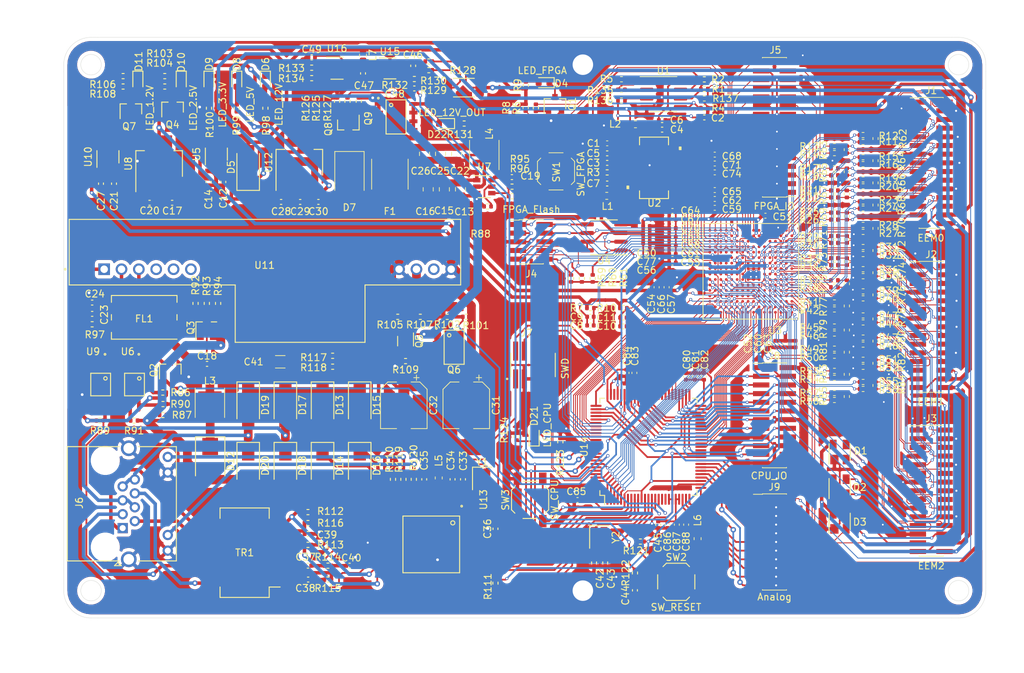
<source format=kicad_pcb>
(kicad_pcb (version 20171130) (host pcbnew 5.1.10-88a1d61d58~88~ubuntu20.04.1)

  (general
    (thickness 1.6)
    (drawings 20)
    (tracks 3995)
    (zones 0)
    (modules 289)
    (nets 308)
  )

  (page A4)
  (layers
    (0 F.Cu signal)
    (1 In1.Cu signal)
    (2 In2.Cu power)
    (31 B.Cu signal)
    (32 B.Adhes user)
    (33 F.Adhes user)
    (34 B.Paste user)
    (35 F.Paste user)
    (36 B.SilkS user)
    (37 F.SilkS user)
    (38 B.Mask user)
    (39 F.Mask user)
    (40 Dwgs.User user)
    (41 Cmts.User user)
    (42 Eco1.User user)
    (43 Eco2.User user)
    (44 Edge.Cuts user)
    (45 Margin user)
    (46 B.CrtYd user)
    (47 F.CrtYd user)
    (48 B.Fab user)
    (49 F.Fab user)
  )

  (setup
    (last_trace_width 0.127)
    (user_trace_width 0.0889)
    (user_trace_width 0.1016)
    (user_trace_width 0.127)
    (user_trace_width 0.254)
    (user_trace_width 0.508)
    (user_trace_width 0.762)
    (user_trace_width 1.016)
    (user_trace_width 1.27)
    (trace_clearance 0.0889)
    (zone_clearance 0.508)
    (zone_45_only no)
    (trace_min 0.0889)
    (via_size 0.45)
    (via_drill 0.25)
    (via_min_size 0.4)
    (via_min_drill 0.2)
    (user_via 0.4 0.2)
    (user_via 0.45 0.25)
    (user_via 0.5 0.3)
    (user_via 4.199999 4)
    (uvia_size 0.3)
    (uvia_drill 0.1)
    (uvias_allowed no)
    (uvia_min_size 0.2)
    (uvia_min_drill 0.1)
    (edge_width 0.05)
    (segment_width 0.127)
    (pcb_text_width 0.3)
    (pcb_text_size 1.5 1.5)
    (mod_edge_width 0.1524)
    (mod_text_size 1.016 1.016)
    (mod_text_width 0.1524)
    (pad_size 1.524 1.524)
    (pad_drill 0.762)
    (pad_to_mask_clearance 0)
    (solder_mask_min_width 0.00254)
    (aux_axis_origin 0 0)
    (grid_origin 210 57)
    (visible_elements FFFFFF7F)
    (pcbplotparams
      (layerselection 0x010fc_ffffffff)
      (usegerberextensions false)
      (usegerberattributes true)
      (usegerberadvancedattributes true)
      (creategerberjobfile true)
      (excludeedgelayer true)
      (linewidth 0.100000)
      (plotframeref false)
      (viasonmask false)
      (mode 1)
      (useauxorigin false)
      (hpglpennumber 1)
      (hpglpenspeed 20)
      (hpglpendiameter 15.000000)
      (psnegative false)
      (psa4output false)
      (plotreference true)
      (plotvalue true)
      (plotinvisibletext false)
      (padsonsilk false)
      (subtractmaskfromsilk false)
      (outputformat 1)
      (mirror false)
      (drillshape 1)
      (scaleselection 1)
      (outputdirectory ""))
  )

  (net 0 "")
  (net 1 "Net-(C1-Pad1)")
  (net 2 GND)
  (net 3 "Net-(C2-Pad1)")
  (net 4 /HighSpeedADC/+5VA)
  (net 5 /FPGA/GNDPLL0)
  (net 6 /FPGA/VCCPLL0)
  (net 7 /FPGA/GNDPLL1)
  (net 8 /FPGA/VCCPLL1)
  (net 9 +12V_OUT)
  (net 10 /CurrentSenser/12V_CURRENT)
  (net 11 /Power/+6V5)
  (net 12 +12V)
  (net 13 +3V3)
  (net 14 "Net-(C24-Pad1)")
  (net 15 +2V5)
  (net 16 +1V2)
  (net 17 +5V)
  (net 18 "Net-(C38-Pad1)")
  (net 19 "Net-(C40-Pad1)")
  (net 20 "Net-(C41-Pad1)")
  (net 21 /Ethernet/+3V3A)
  (net 22 "Net-(C44-Pad2)")
  (net 23 "Net-(C46-Pad1)")
  (net 24 /MCU/+3V3A)
  (net 25 +3V3MP)
  (net 26 "Net-(D4-Pad2)")
  (net 27 "Net-(D4-Pad1)")
  (net 28 "Net-(D9-Pad2)")
  (net 29 "Net-(D10-Pad2)")
  (net 30 "Net-(D11-Pad2)")
  (net 31 "Net-(D13-Pad2)")
  (net 32 /Ethernet/POE_VC-)
  (net 33 /Ethernet/POE_VC+)
  (net 34 "Net-(D15-Pad2)")
  (net 35 "Net-(D17-Pad2)")
  (net 36 "Net-(D19-Pad2)")
  (net 37 "Net-(D21-Pad2)")
  (net 38 /FPGA_IO1)
  (net 39 /FPGA_IO3)
  (net 40 /FPGA_IO5)
  (net 41 /FPGA_IO7)
  (net 42 /FPGA_IO9)
  (net 43 /FPGA_IO11)
  (net 44 /FPGA_IO13)
  (net 45 /FPGA_IO15)
  (net 46 /FPGA_IO14)
  (net 47 /FPGA_IO12)
  (net 48 /FPGA_IO10)
  (net 49 /FPGA_IO8)
  (net 50 /FPGA_IO6)
  (net 51 /FPGA_IO4)
  (net 52 /FPGA_IO2)
  (net 53 /FPGA_IO0)
  (net 54 /MCU/CPU_SWCLK)
  (net 55 /MCU/CPU_SWDIO)
  (net 56 /MCU/CPU_UART4_TX)
  (net 57 /MCU/CPU_UART4_RX)
  (net 58 /MCU/CPU_PWM_CH1)
  (net 59 /MCU/CPU_PWM_CH2)
  (net 60 /MCU/CPU_PWM_CH3)
  (net 61 /MCU/CPU_PWM_CH4)
  (net 62 /MCU/CPU_IIC2_SDA)
  (net 63 /MCU/CPU_IIC2_SCL)
  (net 64 /MCU/CPU_UART1_RX)
  (net 65 /MCU/CPU_UART1_TX)
  (net 66 /MCU/CPU_SPI2_MOSI)
  (net 67 /MCU/CPU_SPI2_MISO)
  (net 68 /MCU/CPU_SPI2_SCK)
  (net 69 /MCU/CPU_SPI2_CS)
  (net 70 /MCU/CPU_DAC1)
  (net 71 /MCU/CPU_DAC0)
  (net 72 /MCU/CPU_ADC7)
  (net 73 /MCU/CPU_ADC6)
  (net 74 /MCU/CPU_ADC5)
  (net 75 /MCU/CPU_ADC4)
  (net 76 /MCU/CPU_ADC3)
  (net 77 /MCU/CPU_ADC2)
  (net 78 /MCU/CPU_ADC1)
  (net 79 /MCU/CPU_ADC0)
  (net 80 /CurrentSenser/12V_SW)
  (net 81 "Net-(Q1-Pad1)")
  (net 82 "Net-(Q2-Pad3)")
  (net 83 /MCU/CPU_RESET)
  (net 84 "Net-(Q7-Pad1)")
  (net 85 "Net-(R4-Pad1)")
  (net 86 /MCU/CPU_POE_AT_EVENT)
  (net 87 /MCU/CPU_POE_SRC_STATUS)
  (net 88 /Ethernet/RJ45_LED_G)
  (net 89 /Ethernet/RJ45_LED_Y)
  (net 90 "Net-(C3-Pad1)")
  (net 91 /CurrentSenser/+3V3A)
  (net 92 /EEM0_IIC_SCL)
  (net 93 /EEM0_IIC_SDA)
  (net 94 /EEM1_IIC_SCL)
  (net 95 /EEM1_IIC_SDA)
  (net 96 /EEM2_IIC_SCL)
  (net 97 /EEM2_IIC_SDA)
  (net 98 /EEM0_7_N)
  (net 99 /EEM0_6_P)
  (net 100 /EEM0_5_N)
  (net 101 /EEM0_4_P)
  (net 102 /EEM0_3_N)
  (net 103 /EEM0_2_P)
  (net 104 /EEM0_1_N)
  (net 105 /EEM0_0_P)
  (net 106 /EEM0_7_P)
  (net 107 /EEM0_6_N)
  (net 108 /EEM0_5_P)
  (net 109 /EEM0_4_N)
  (net 110 /EEM0_3_P)
  (net 111 /EEM0_2_N)
  (net 112 /EEM0_1_P)
  (net 113 /EEM0_0_N)
  (net 114 /EEM1_7_N)
  (net 115 /EEM1_6_P)
  (net 116 /EEM1_5_N)
  (net 117 /EEM1_4_P)
  (net 118 /EEM1_3_N)
  (net 119 /EEM1_2_P)
  (net 120 /EEM1_1_N)
  (net 121 /EEM1_0_P)
  (net 122 /EEM1_7_P)
  (net 123 /EEM1_6_N)
  (net 124 /EEM1_5_P)
  (net 125 /EEM1_4_N)
  (net 126 /EEM1_3_P)
  (net 127 /EEM1_2_N)
  (net 128 /EEM1_1_P)
  (net 129 /EEM1_0_N)
  (net 130 /EEM2_7_N)
  (net 131 /EEM2_6_P)
  (net 132 /EEM2_5_N)
  (net 133 /EEM2_4_P)
  (net 134 /EEM2_3_N)
  (net 135 /EEM2_2_P)
  (net 136 /EEM2_1_N)
  (net 137 /EEM2_0_P)
  (net 138 /EEM2_7_P)
  (net 139 /EEM2_6_N)
  (net 140 /EEM2_5_P)
  (net 141 /EEM2_4_N)
  (net 142 /EEM2_3_P)
  (net 143 /EEM2_2_N)
  (net 144 /EEM2_1_P)
  (net 145 /EEM2_0_N)
  (net 146 /CDONE)
  (net 147 /CRESET)
  (net 148 /SPI_CS)
  (net 149 /ENC_INT)
  (net 150 /ADC_D0)
  (net 151 /ADC_D1)
  (net 152 /ADC_D2)
  (net 153 /ADC_D3)
  (net 154 /ADC_D4)
  (net 155 /ADC_D5)
  (net 156 /ADC_D6)
  (net 157 /ADC_D7)
  (net 158 /ADC_CLK)
  (net 159 /FSMC_CLK)
  (net 160 /FSMC_D15)
  (net 161 /FSMC_D9)
  (net 162 /FSMC_D10)
  (net 163 /FSMC_D0)
  (net 164 /FSMC_A7)
  (net 165 /FSMC_NL)
  (net 166 /FSMC_NBL0)
  (net 167 /FSMC_D6)
  (net 168 /FSMC_D7)
  (net 169 /FSMC_D5)
  (net 170 /FSMC_D1)
  (net 171 /FSMC_A3)
  (net 172 /FSMC_A1)
  (net 173 /FSMC_NWAIT)
  (net 174 /FSMC_NOE)
  (net 175 /FSMC_D12)
  (net 176 /FSMC_D8)
  (net 177 /FSMC_D3)
  (net 178 /FSMC_A4)
  (net 179 /FSMC_A6)
  (net 180 /FSMC_A0)
  (net 181 /FSMC_NBL1)
  (net 182 /FSMC_D14)
  (net 183 /FSMC_D11)
  (net 184 /FSMC_D4)
  (net 185 /FSMC_A2)
  (net 186 /FSMC_D13)
  (net 187 /FSMC_D2)
  (net 188 /FSMC_A5)
  (net 189 /FSMC_NE1)
  (net 190 /FSMC_NWE)
  (net 191 /CSBSEL0)
  (net 192 /SPI_MOSI)
  (net 193 /SPI_MISO)
  (net 194 /CSBSEL1)
  (net 195 /SPI_SCK)
  (net 196 /SPI_ENC_CS)
  (net 197 "Net-(C5-Pad2)")
  (net 198 "Net-(C7-Pad2)")
  (net 199 "Net-(C18-Pad2)")
  (net 200 "Net-(C18-Pad1)")
  (net 201 "Net-(C19-Pad2)")
  (net 202 "Net-(C19-Pad1)")
  (net 203 "Net-(C23-Pad2)")
  (net 204 "Net-(C31-Pad1)")
  (net 205 "Net-(C33-Pad1)")
  (net 206 "Net-(C34-Pad1)")
  (net 207 "Net-(C36-Pad2)")
  (net 208 "Net-(C37-Pad2)")
  (net 209 "Net-(C37-Pad1)")
  (net 210 "Net-(C38-Pad2)")
  (net 211 "Net-(C39-Pad1)")
  (net 212 "Net-(C42-Pad1)")
  (net 213 "Net-(C43-Pad1)")
  (net 214 "Net-(D6-Pad2)")
  (net 215 "Net-(D8-Pad2)")
  (net 216 "Net-(D10-Pad1)")
  (net 217 "Net-(D11-Pad1)")
  (net 218 "Net-(D21-Pad1)")
  (net 219 "Net-(D22-Pad1)")
  (net 220 "Net-(Q3-Pad1)")
  (net 221 "Net-(Q4-Pad1)")
  (net 222 "Net-(Q5-Pad6)")
  (net 223 "Net-(Q5-Pad2)")
  (net 224 "Net-(Q5-Pad3)")
  (net 225 "Net-(Q8-Pad3)")
  (net 226 "Net-(Q8-Pad1)")
  (net 227 "Net-(R87-Pad1)")
  (net 228 "Net-(R132-Pad2)")
  (net 229 "Net-(U11-Pad3)")
  (net 230 "Net-(U15-Pad3)")
  (net 231 "Net-(C46-Pad2)")
  (net 232 "Net-(D22-Pad2)")
  (net 233 HSADC_IN)
  (net 234 "Net-(J6-Pad12)")
  (net 235 "Net-(J6-Pad10)")
  (net 236 "Net-(J6-Pad6)")
  (net 237 "Net-(J6-Pad2)")
  (net 238 "Net-(J6-Pad3)")
  (net 239 "Net-(J6-Pad1)")
  (net 240 "Net-(R86-Pad2)")
  (net 241 "Net-(R88-Pad1)")
  (net 242 "Net-(R95-Pad1)")
  (net 243 "Net-(R97-Pad2)")
  (net 244 "Net-(R110-Pad1)")
  (net 245 "Net-(R112-Pad1)")
  (net 246 "Net-(R113-Pad2)")
  (net 247 "Net-(R123-Pad1)")
  (net 248 "Net-(R133-Pad2)")
  (net 249 "Net-(SW3-Pad2)")
  (net 250 /FPGA/LVDS0_0_P)
  (net 251 /FPGA/LVDS0_0_N)
  (net 252 /FPGA/LVDS0_1_P)
  (net 253 /FPGA/LVDS0_1_N)
  (net 254 /FPGA/LVDS0_2_P)
  (net 255 /FPGA/LVDS0_2_N)
  (net 256 /FPGA/LVDS0_3_P)
  (net 257 /FPGA/LVDS0_3_N)
  (net 258 /FPGA/LVDS0_4_P)
  (net 259 /FPGA/LVDS0_4_N)
  (net 260 /FPGA/LVDS0_5_P)
  (net 261 /FPGA/LVDS0_5_N)
  (net 262 /FPGA/LVDS0_6_P)
  (net 263 /FPGA/LVDS0_6_N)
  (net 264 /FPGA/LVDS0_7_P)
  (net 265 /FPGA/LVDS0_7_N)
  (net 266 /FPGA/LVDS1_0_P)
  (net 267 /FPGA/LVDS1_0_N)
  (net 268 /FPGA/LVDS1_1_P)
  (net 269 /FPGA/LVDS1_1_N)
  (net 270 /FPGA/LVDS1_2_P)
  (net 271 /FPGA/LVDS1_2_N)
  (net 272 /FPGA/LVDS1_3_P)
  (net 273 /FPGA/LVDS1_3_N)
  (net 274 /FPGA/LVDS1_4_P)
  (net 275 /FPGA/LVDS1_4_N)
  (net 276 /FPGA/LVDS1_5_P)
  (net 277 /FPGA/LVDS1_5_N)
  (net 278 /FPGA/LVDS1_6_P)
  (net 279 /FPGA/LVDS1_6_N)
  (net 280 /FPGA/LVDS1_7_P)
  (net 281 /FPGA/LVDS1_7_N)
  (net 282 /FPGA/LVDS2_0_P)
  (net 283 /FPGA/LVDS2_0_N)
  (net 284 /FPGA/LVDS2_1_P)
  (net 285 /FPGA/LVDS2_1_N)
  (net 286 /FPGA/LVDS2_2_P)
  (net 287 /FPGA/LVDS2_2_N)
  (net 288 /FPGA/LVDS2_3_P)
  (net 289 /FPGA/LVDS2_3_N)
  (net 290 /FPGA/LVDS2_4_P)
  (net 291 /FPGA/LVDS2_4_N)
  (net 292 /FPGA/LVDS2_5_P)
  (net 293 /FPGA/LVDS2_5_N)
  (net 294 /FPGA/LVDS2_6_P)
  (net 295 /FPGA/LVDS2_6_N)
  (net 296 /FPGA/LVDS2_7_P)
  (net 297 /FPGA/LVDS2_7_N)
  (net 298 /FPGA/FPGA_LED)
  (net 299 /FPGA/FPGA_KEY)
  (net 300 /IIC_SCL)
  (net 301 /IIC_SDA)
  (net 302 "Net-(R1-Pad2)")
  (net 303 "Net-(R2-Pad2)")
  (net 304 "Net-(R135-Pad2)")
  (net 305 "Net-(R135-Pad1)")
  (net 306 "Net-(R136-Pad2)")
  (net 307 "Net-(C22-Pad1)")

  (net_class Default "This is the default net class."
    (clearance 0.0889)
    (trace_width 0.254)
    (via_dia 0.45)
    (via_drill 0.25)
    (uvia_dia 0.3)
    (uvia_drill 0.1)
    (diff_pair_width 0.0889)
    (diff_pair_gap 0.1016)
    (add_net +12V)
    (add_net +12V_OUT)
    (add_net +1V2)
    (add_net +2V5)
    (add_net +3V3)
    (add_net +3V3MP)
    (add_net +5V)
    (add_net /ADC_CLK)
    (add_net /ADC_D0)
    (add_net /ADC_D1)
    (add_net /ADC_D2)
    (add_net /ADC_D3)
    (add_net /ADC_D4)
    (add_net /ADC_D5)
    (add_net /ADC_D6)
    (add_net /ADC_D7)
    (add_net /CDONE)
    (add_net /CRESET)
    (add_net /CSBSEL0)
    (add_net /CSBSEL1)
    (add_net /CurrentSenser/+3V3A)
    (add_net /CurrentSenser/12V_CURRENT)
    (add_net /CurrentSenser/12V_SW)
    (add_net /ENC_INT)
    (add_net /Ethernet/+3V3A)
    (add_net /Ethernet/POE_VC+)
    (add_net /Ethernet/POE_VC-)
    (add_net /Ethernet/RJ45_LED_G)
    (add_net /Ethernet/RJ45_LED_Y)
    (add_net /FPGA/FPGA_KEY)
    (add_net /FPGA/FPGA_LED)
    (add_net /FPGA/GNDPLL0)
    (add_net /FPGA/GNDPLL1)
    (add_net /FPGA/VCCPLL0)
    (add_net /FPGA/VCCPLL1)
    (add_net /FPGA_IO0)
    (add_net /FPGA_IO1)
    (add_net /FPGA_IO10)
    (add_net /FPGA_IO11)
    (add_net /FPGA_IO12)
    (add_net /FPGA_IO13)
    (add_net /FPGA_IO14)
    (add_net /FPGA_IO15)
    (add_net /FPGA_IO2)
    (add_net /FPGA_IO3)
    (add_net /FPGA_IO4)
    (add_net /FPGA_IO5)
    (add_net /FPGA_IO6)
    (add_net /FPGA_IO7)
    (add_net /FPGA_IO8)
    (add_net /FPGA_IO9)
    (add_net /FSMC_A0)
    (add_net /FSMC_A1)
    (add_net /FSMC_A2)
    (add_net /FSMC_A3)
    (add_net /FSMC_A4)
    (add_net /FSMC_A5)
    (add_net /FSMC_A6)
    (add_net /FSMC_A7)
    (add_net /FSMC_CLK)
    (add_net /FSMC_D0)
    (add_net /FSMC_D1)
    (add_net /FSMC_D10)
    (add_net /FSMC_D11)
    (add_net /FSMC_D12)
    (add_net /FSMC_D13)
    (add_net /FSMC_D14)
    (add_net /FSMC_D15)
    (add_net /FSMC_D2)
    (add_net /FSMC_D3)
    (add_net /FSMC_D4)
    (add_net /FSMC_D5)
    (add_net /FSMC_D6)
    (add_net /FSMC_D7)
    (add_net /FSMC_D8)
    (add_net /FSMC_D9)
    (add_net /FSMC_NBL0)
    (add_net /FSMC_NBL1)
    (add_net /FSMC_NE1)
    (add_net /FSMC_NL)
    (add_net /FSMC_NOE)
    (add_net /FSMC_NWAIT)
    (add_net /FSMC_NWE)
    (add_net /HighSpeedADC/+5VA)
    (add_net /IIC_SCL)
    (add_net /IIC_SDA)
    (add_net /MCU/+3V3A)
    (add_net /MCU/CPU_ADC0)
    (add_net /MCU/CPU_ADC1)
    (add_net /MCU/CPU_ADC2)
    (add_net /MCU/CPU_ADC3)
    (add_net /MCU/CPU_ADC4)
    (add_net /MCU/CPU_ADC5)
    (add_net /MCU/CPU_ADC6)
    (add_net /MCU/CPU_ADC7)
    (add_net /MCU/CPU_DAC0)
    (add_net /MCU/CPU_DAC1)
    (add_net /MCU/CPU_IIC2_SCL)
    (add_net /MCU/CPU_IIC2_SDA)
    (add_net /MCU/CPU_POE_AT_EVENT)
    (add_net /MCU/CPU_POE_SRC_STATUS)
    (add_net /MCU/CPU_PWM_CH1)
    (add_net /MCU/CPU_PWM_CH2)
    (add_net /MCU/CPU_PWM_CH3)
    (add_net /MCU/CPU_PWM_CH4)
    (add_net /MCU/CPU_RESET)
    (add_net /MCU/CPU_SPI2_CS)
    (add_net /MCU/CPU_SPI2_MISO)
    (add_net /MCU/CPU_SPI2_MOSI)
    (add_net /MCU/CPU_SPI2_SCK)
    (add_net /MCU/CPU_SWCLK)
    (add_net /MCU/CPU_SWDIO)
    (add_net /MCU/CPU_UART1_RX)
    (add_net /MCU/CPU_UART1_TX)
    (add_net /MCU/CPU_UART4_RX)
    (add_net /MCU/CPU_UART4_TX)
    (add_net /Power/+6V5)
    (add_net /SPI_CS)
    (add_net /SPI_ENC_CS)
    (add_net /SPI_MISO)
    (add_net /SPI_MOSI)
    (add_net /SPI_SCK)
    (add_net GND)
    (add_net HSADC_IN)
    (add_net "Net-(C1-Pad1)")
    (add_net "Net-(C18-Pad1)")
    (add_net "Net-(C18-Pad2)")
    (add_net "Net-(C19-Pad1)")
    (add_net "Net-(C19-Pad2)")
    (add_net "Net-(C2-Pad1)")
    (add_net "Net-(C22-Pad1)")
    (add_net "Net-(C23-Pad2)")
    (add_net "Net-(C24-Pad1)")
    (add_net "Net-(C3-Pad1)")
    (add_net "Net-(C31-Pad1)")
    (add_net "Net-(C33-Pad1)")
    (add_net "Net-(C34-Pad1)")
    (add_net "Net-(C36-Pad2)")
    (add_net "Net-(C37-Pad1)")
    (add_net "Net-(C37-Pad2)")
    (add_net "Net-(C38-Pad1)")
    (add_net "Net-(C38-Pad2)")
    (add_net "Net-(C39-Pad1)")
    (add_net "Net-(C40-Pad1)")
    (add_net "Net-(C41-Pad1)")
    (add_net "Net-(C42-Pad1)")
    (add_net "Net-(C43-Pad1)")
    (add_net "Net-(C44-Pad2)")
    (add_net "Net-(C46-Pad1)")
    (add_net "Net-(C46-Pad2)")
    (add_net "Net-(C5-Pad2)")
    (add_net "Net-(C7-Pad2)")
    (add_net "Net-(D10-Pad1)")
    (add_net "Net-(D10-Pad2)")
    (add_net "Net-(D11-Pad1)")
    (add_net "Net-(D11-Pad2)")
    (add_net "Net-(D13-Pad2)")
    (add_net "Net-(D15-Pad2)")
    (add_net "Net-(D17-Pad2)")
    (add_net "Net-(D19-Pad2)")
    (add_net "Net-(D21-Pad1)")
    (add_net "Net-(D21-Pad2)")
    (add_net "Net-(D22-Pad1)")
    (add_net "Net-(D22-Pad2)")
    (add_net "Net-(D4-Pad1)")
    (add_net "Net-(D4-Pad2)")
    (add_net "Net-(D6-Pad2)")
    (add_net "Net-(D8-Pad2)")
    (add_net "Net-(D9-Pad2)")
    (add_net "Net-(J6-Pad1)")
    (add_net "Net-(J6-Pad10)")
    (add_net "Net-(J6-Pad12)")
    (add_net "Net-(J6-Pad2)")
    (add_net "Net-(J6-Pad3)")
    (add_net "Net-(J6-Pad6)")
    (add_net "Net-(Q1-Pad1)")
    (add_net "Net-(Q2-Pad3)")
    (add_net "Net-(Q3-Pad1)")
    (add_net "Net-(Q4-Pad1)")
    (add_net "Net-(Q5-Pad2)")
    (add_net "Net-(Q5-Pad3)")
    (add_net "Net-(Q5-Pad6)")
    (add_net "Net-(Q7-Pad1)")
    (add_net "Net-(Q8-Pad1)")
    (add_net "Net-(Q8-Pad3)")
    (add_net "Net-(R1-Pad2)")
    (add_net "Net-(R110-Pad1)")
    (add_net "Net-(R112-Pad1)")
    (add_net "Net-(R113-Pad2)")
    (add_net "Net-(R123-Pad1)")
    (add_net "Net-(R132-Pad2)")
    (add_net "Net-(R133-Pad2)")
    (add_net "Net-(R135-Pad1)")
    (add_net "Net-(R135-Pad2)")
    (add_net "Net-(R136-Pad2)")
    (add_net "Net-(R2-Pad2)")
    (add_net "Net-(R4-Pad1)")
    (add_net "Net-(R86-Pad2)")
    (add_net "Net-(R87-Pad1)")
    (add_net "Net-(R88-Pad1)")
    (add_net "Net-(R95-Pad1)")
    (add_net "Net-(R97-Pad2)")
    (add_net "Net-(SW3-Pad2)")
    (add_net "Net-(U11-Pad3)")
    (add_net "Net-(U15-Pad3)")
  )

  (net_class Diff_In ""
    (clearance 0.0889)
    (trace_width 0.1524)
    (via_dia 0.8)
    (via_drill 0.4)
    (uvia_dia 0.3)
    (uvia_drill 0.1)
    (diff_pair_width 0.1143)
    (diff_pair_gap 0.1524)
  )

  (net_class Diff_Out ""
    (clearance 0.0889)
    (trace_width 0.127)
    (via_dia 0.8)
    (via_drill 0.4)
    (uvia_dia 0.3)
    (uvia_drill 0.1)
    (diff_pair_width 0.127)
    (diff_pair_gap 0.127)
    (add_net /EEM0_0_N)
    (add_net /EEM0_0_P)
    (add_net /EEM0_1_N)
    (add_net /EEM0_1_P)
    (add_net /EEM0_2_N)
    (add_net /EEM0_2_P)
    (add_net /EEM0_3_N)
    (add_net /EEM0_3_P)
    (add_net /EEM0_4_N)
    (add_net /EEM0_4_P)
    (add_net /EEM0_5_N)
    (add_net /EEM0_5_P)
    (add_net /EEM0_6_N)
    (add_net /EEM0_6_P)
    (add_net /EEM0_7_N)
    (add_net /EEM0_7_P)
    (add_net /EEM0_IIC_SCL)
    (add_net /EEM0_IIC_SDA)
    (add_net /EEM1_0_N)
    (add_net /EEM1_0_P)
    (add_net /EEM1_1_N)
    (add_net /EEM1_1_P)
    (add_net /EEM1_2_N)
    (add_net /EEM1_2_P)
    (add_net /EEM1_3_N)
    (add_net /EEM1_3_P)
    (add_net /EEM1_4_N)
    (add_net /EEM1_4_P)
    (add_net /EEM1_5_N)
    (add_net /EEM1_5_P)
    (add_net /EEM1_6_N)
    (add_net /EEM1_6_P)
    (add_net /EEM1_7_N)
    (add_net /EEM1_7_P)
    (add_net /EEM1_IIC_SCL)
    (add_net /EEM1_IIC_SDA)
    (add_net /EEM2_0_N)
    (add_net /EEM2_0_P)
    (add_net /EEM2_1_N)
    (add_net /EEM2_1_P)
    (add_net /EEM2_2_N)
    (add_net /EEM2_2_P)
    (add_net /EEM2_3_N)
    (add_net /EEM2_3_P)
    (add_net /EEM2_4_N)
    (add_net /EEM2_4_P)
    (add_net /EEM2_5_N)
    (add_net /EEM2_5_P)
    (add_net /EEM2_6_N)
    (add_net /EEM2_6_P)
    (add_net /EEM2_7_N)
    (add_net /EEM2_7_P)
    (add_net /EEM2_IIC_SCL)
    (add_net /EEM2_IIC_SDA)
    (add_net /FPGA/LVDS0_0_N)
    (add_net /FPGA/LVDS0_0_P)
    (add_net /FPGA/LVDS0_1_N)
    (add_net /FPGA/LVDS0_1_P)
    (add_net /FPGA/LVDS0_2_N)
    (add_net /FPGA/LVDS0_2_P)
    (add_net /FPGA/LVDS0_3_N)
    (add_net /FPGA/LVDS0_3_P)
    (add_net /FPGA/LVDS0_4_N)
    (add_net /FPGA/LVDS0_4_P)
    (add_net /FPGA/LVDS0_5_N)
    (add_net /FPGA/LVDS0_5_P)
    (add_net /FPGA/LVDS0_6_N)
    (add_net /FPGA/LVDS0_6_P)
    (add_net /FPGA/LVDS0_7_N)
    (add_net /FPGA/LVDS0_7_P)
    (add_net /FPGA/LVDS1_0_N)
    (add_net /FPGA/LVDS1_0_P)
    (add_net /FPGA/LVDS1_1_N)
    (add_net /FPGA/LVDS1_1_P)
    (add_net /FPGA/LVDS1_2_N)
    (add_net /FPGA/LVDS1_2_P)
    (add_net /FPGA/LVDS1_3_N)
    (add_net /FPGA/LVDS1_3_P)
    (add_net /FPGA/LVDS1_4_N)
    (add_net /FPGA/LVDS1_4_P)
    (add_net /FPGA/LVDS1_5_N)
    (add_net /FPGA/LVDS1_5_P)
    (add_net /FPGA/LVDS1_6_N)
    (add_net /FPGA/LVDS1_6_P)
    (add_net /FPGA/LVDS1_7_N)
    (add_net /FPGA/LVDS1_7_P)
    (add_net /FPGA/LVDS2_0_N)
    (add_net /FPGA/LVDS2_0_P)
    (add_net /FPGA/LVDS2_1_N)
    (add_net /FPGA/LVDS2_1_P)
    (add_net /FPGA/LVDS2_2_N)
    (add_net /FPGA/LVDS2_2_P)
    (add_net /FPGA/LVDS2_3_N)
    (add_net /FPGA/LVDS2_3_P)
    (add_net /FPGA/LVDS2_4_N)
    (add_net /FPGA/LVDS2_4_P)
    (add_net /FPGA/LVDS2_5_N)
    (add_net /FPGA/LVDS2_5_P)
    (add_net /FPGA/LVDS2_6_N)
    (add_net /FPGA/LVDS2_6_P)
    (add_net /FPGA/LVDS2_7_N)
    (add_net /FPGA/LVDS2_7_P)
  )

  (module Capacitor_SMD:C_0805_2012Metric (layer F.Cu) (tedit 5F68FEEE) (tstamp 60D13D2E)
    (at 131.817 70.054 270)
    (descr "Capacitor SMD 0805 (2012 Metric), square (rectangular) end terminal, IPC_7351 nominal, (Body size source: IPC-SM-782 page 76, https://www.pcb-3d.com/wordpress/wp-content/uploads/ipc-sm-782a_amendment_1_and_2.pdf, https://docs.google.com/spreadsheets/d/1BsfQQcO9C6DZCsRaXUlFlo91Tg2WpOkGARC1WS5S8t0/edit?usp=sharing), generated with kicad-footprint-generator")
    (tags capacitor)
    (path /60C2FE2A/60E3E156)
    (attr smd)
    (fp_text reference C26 (at 2.516 0.577 180) (layer F.SilkS)
      (effects (font (size 1 1) (thickness 0.15)))
    )
    (fp_text value 22uF (at 0 1.68 90) (layer F.Fab) hide
      (effects (font (size 1 1) (thickness 0.15)))
    )
    (fp_text user %R (at 0 0 90) (layer F.Fab) hide
      (effects (font (size 0.5 0.5) (thickness 0.08)))
    )
    (fp_line (start -1 0.625) (end -1 -0.625) (layer F.Fab) (width 0.1))
    (fp_line (start -1 -0.625) (end 1 -0.625) (layer F.Fab) (width 0.1))
    (fp_line (start 1 -0.625) (end 1 0.625) (layer F.Fab) (width 0.1))
    (fp_line (start 1 0.625) (end -1 0.625) (layer F.Fab) (width 0.1))
    (fp_line (start -0.261252 -0.735) (end 0.261252 -0.735) (layer F.SilkS) (width 0.12))
    (fp_line (start -0.261252 0.735) (end 0.261252 0.735) (layer F.SilkS) (width 0.12))
    (fp_line (start -1.7 0.98) (end -1.7 -0.98) (layer F.CrtYd) (width 0.05))
    (fp_line (start -1.7 -0.98) (end 1.7 -0.98) (layer F.CrtYd) (width 0.05))
    (fp_line (start 1.7 -0.98) (end 1.7 0.98) (layer F.CrtYd) (width 0.05))
    (fp_line (start 1.7 0.98) (end -1.7 0.98) (layer F.CrtYd) (width 0.05))
    (pad 2 smd roundrect (at 0.95 0 270) (size 1 1.45) (layers F.Cu F.Paste F.Mask) (roundrect_rratio 0.25)
      (net 2 GND))
    (pad 1 smd roundrect (at -0.95 0 270) (size 1 1.45) (layers F.Cu F.Paste F.Mask) (roundrect_rratio 0.25)
      (net 307 "Net-(C22-Pad1)"))
    (model ${KISYS3DMOD}/Capacitor_SMD.3dshapes/C_0805_2012Metric.wrl
      (at (xyz 0 0 0))
      (scale (xyz 1 1 1))
      (rotate (xyz 0 0 0))
    )
  )

  (module Capacitor_SMD:C_0805_2012Metric (layer F.Cu) (tedit 5F68FEEE) (tstamp 60D13D1D)
    (at 134.1685 70.054 270)
    (descr "Capacitor SMD 0805 (2012 Metric), square (rectangular) end terminal, IPC_7351 nominal, (Body size source: IPC-SM-782 page 76, https://www.pcb-3d.com/wordpress/wp-content/uploads/ipc-sm-782a_amendment_1_and_2.pdf, https://docs.google.com/spreadsheets/d/1BsfQQcO9C6DZCsRaXUlFlo91Tg2WpOkGARC1WS5S8t0/edit?usp=sharing), generated with kicad-footprint-generator")
    (tags capacitor)
    (path /60C2FE2A/60E37BA0)
    (attr smd)
    (fp_text reference C25 (at 2.516 0.0885 180) (layer F.SilkS)
      (effects (font (size 1 1) (thickness 0.15)))
    )
    (fp_text value 22uF (at 0 1.68 90) (layer F.Fab) hide
      (effects (font (size 1 1) (thickness 0.15)))
    )
    (fp_text user %R (at 0 0 90) (layer F.Fab) hide
      (effects (font (size 0.5 0.5) (thickness 0.08)))
    )
    (fp_line (start -1 0.625) (end -1 -0.625) (layer F.Fab) (width 0.1))
    (fp_line (start -1 -0.625) (end 1 -0.625) (layer F.Fab) (width 0.1))
    (fp_line (start 1 -0.625) (end 1 0.625) (layer F.Fab) (width 0.1))
    (fp_line (start 1 0.625) (end -1 0.625) (layer F.Fab) (width 0.1))
    (fp_line (start -0.261252 -0.735) (end 0.261252 -0.735) (layer F.SilkS) (width 0.12))
    (fp_line (start -0.261252 0.735) (end 0.261252 0.735) (layer F.SilkS) (width 0.12))
    (fp_line (start -1.7 0.98) (end -1.7 -0.98) (layer F.CrtYd) (width 0.05))
    (fp_line (start -1.7 -0.98) (end 1.7 -0.98) (layer F.CrtYd) (width 0.05))
    (fp_line (start 1.7 -0.98) (end 1.7 0.98) (layer F.CrtYd) (width 0.05))
    (fp_line (start 1.7 0.98) (end -1.7 0.98) (layer F.CrtYd) (width 0.05))
    (pad 2 smd roundrect (at 0.95 0 270) (size 1 1.45) (layers F.Cu F.Paste F.Mask) (roundrect_rratio 0.25)
      (net 2 GND))
    (pad 1 smd roundrect (at -0.95 0 270) (size 1 1.45) (layers F.Cu F.Paste F.Mask) (roundrect_rratio 0.25)
      (net 307 "Net-(C22-Pad1)"))
    (model ${KISYS3DMOD}/Capacitor_SMD.3dshapes/C_0805_2012Metric.wrl
      (at (xyz 0 0 0))
      (scale (xyz 1 1 1))
      (rotate (xyz 0 0 0))
    )
  )

  (module Capacitor_SMD:C_0805_2012Metric (layer F.Cu) (tedit 5F68FEEE) (tstamp 60D13CEA)
    (at 136.52 70.05 270)
    (descr "Capacitor SMD 0805 (2012 Metric), square (rectangular) end terminal, IPC_7351 nominal, (Body size source: IPC-SM-782 page 76, https://www.pcb-3d.com/wordpress/wp-content/uploads/ipc-sm-782a_amendment_1_and_2.pdf, https://docs.google.com/spreadsheets/d/1BsfQQcO9C6DZCsRaXUlFlo91Tg2WpOkGARC1WS5S8t0/edit?usp=sharing), generated with kicad-footprint-generator")
    (tags capacitor)
    (path /60C2FE2A/60E36C99)
    (attr smd)
    (fp_text reference C22 (at 2.52 -0.47 180) (layer F.SilkS)
      (effects (font (size 1 1) (thickness 0.15)))
    )
    (fp_text value 22uF (at 0 1.68 90) (layer F.Fab) hide
      (effects (font (size 1 1) (thickness 0.15)))
    )
    (fp_text user %R (at 0 0 90) (layer F.Fab) hide
      (effects (font (size 0.5 0.5) (thickness 0.08)))
    )
    (fp_line (start -1 0.625) (end -1 -0.625) (layer F.Fab) (width 0.1))
    (fp_line (start -1 -0.625) (end 1 -0.625) (layer F.Fab) (width 0.1))
    (fp_line (start 1 -0.625) (end 1 0.625) (layer F.Fab) (width 0.1))
    (fp_line (start 1 0.625) (end -1 0.625) (layer F.Fab) (width 0.1))
    (fp_line (start -0.261252 -0.735) (end 0.261252 -0.735) (layer F.SilkS) (width 0.12))
    (fp_line (start -0.261252 0.735) (end 0.261252 0.735) (layer F.SilkS) (width 0.12))
    (fp_line (start -1.7 0.98) (end -1.7 -0.98) (layer F.CrtYd) (width 0.05))
    (fp_line (start -1.7 -0.98) (end 1.7 -0.98) (layer F.CrtYd) (width 0.05))
    (fp_line (start 1.7 -0.98) (end 1.7 0.98) (layer F.CrtYd) (width 0.05))
    (fp_line (start 1.7 0.98) (end -1.7 0.98) (layer F.CrtYd) (width 0.05))
    (pad 2 smd roundrect (at 0.95 0 270) (size 1 1.45) (layers F.Cu F.Paste F.Mask) (roundrect_rratio 0.25)
      (net 2 GND))
    (pad 1 smd roundrect (at -0.95 0 270) (size 1 1.45) (layers F.Cu F.Paste F.Mask) (roundrect_rratio 0.25)
      (net 307 "Net-(C22-Pad1)"))
    (model ${KISYS3DMOD}/Capacitor_SMD.3dshapes/C_0805_2012Metric.wrl
      (at (xyz 0 0 0))
      (scale (xyz 1 1 1))
      (rotate (xyz 0 0 0))
    )
  )

  (module Capacitor_SMD:C_0805_2012Metric (layer F.Cu) (tedit 5F68FEEE) (tstamp 60D13C84)
    (at 132.36 75.247 90)
    (descr "Capacitor SMD 0805 (2012 Metric), square (rectangular) end terminal, IPC_7351 nominal, (Body size source: IPC-SM-782 page 76, https://www.pcb-3d.com/wordpress/wp-content/uploads/ipc-sm-782a_amendment_1_and_2.pdf, https://docs.google.com/spreadsheets/d/1BsfQQcO9C6DZCsRaXUlFlo91Tg2WpOkGARC1WS5S8t0/edit?usp=sharing), generated with kicad-footprint-generator")
    (tags capacitor)
    (path /60C2FE2A/60E322B0)
    (attr smd)
    (fp_text reference C16 (at -3.233 -0.43 180) (layer F.SilkS)
      (effects (font (size 1 1) (thickness 0.15)))
    )
    (fp_text value 0.1uF (at 0 1.68 90) (layer F.Fab) hide
      (effects (font (size 1 1) (thickness 0.15)))
    )
    (fp_text user %R (at 0 0 90) (layer F.Fab) hide
      (effects (font (size 0.5 0.5) (thickness 0.08)))
    )
    (fp_line (start -1 0.625) (end -1 -0.625) (layer F.Fab) (width 0.1))
    (fp_line (start -1 -0.625) (end 1 -0.625) (layer F.Fab) (width 0.1))
    (fp_line (start 1 -0.625) (end 1 0.625) (layer F.Fab) (width 0.1))
    (fp_line (start 1 0.625) (end -1 0.625) (layer F.Fab) (width 0.1))
    (fp_line (start -0.261252 -0.735) (end 0.261252 -0.735) (layer F.SilkS) (width 0.12))
    (fp_line (start -0.261252 0.735) (end 0.261252 0.735) (layer F.SilkS) (width 0.12))
    (fp_line (start -1.7 0.98) (end -1.7 -0.98) (layer F.CrtYd) (width 0.05))
    (fp_line (start -1.7 -0.98) (end 1.7 -0.98) (layer F.CrtYd) (width 0.05))
    (fp_line (start 1.7 -0.98) (end 1.7 0.98) (layer F.CrtYd) (width 0.05))
    (fp_line (start 1.7 0.98) (end -1.7 0.98) (layer F.CrtYd) (width 0.05))
    (pad 2 smd roundrect (at 0.95 0 90) (size 1 1.45) (layers F.Cu F.Paste F.Mask) (roundrect_rratio 0.25)
      (net 2 GND))
    (pad 1 smd roundrect (at -0.95 0 90) (size 1 1.45) (layers F.Cu F.Paste F.Mask) (roundrect_rratio 0.25)
      (net 12 +12V))
    (model ${KISYS3DMOD}/Capacitor_SMD.3dshapes/C_0805_2012Metric.wrl
      (at (xyz 0 0 0))
      (scale (xyz 1 1 1))
      (rotate (xyz 0 0 0))
    )
  )

  (module Capacitor_SMD:C_0805_2012Metric (layer F.Cu) (tedit 5F68FEEE) (tstamp 60D13C73)
    (at 134.723167 75.247 90)
    (descr "Capacitor SMD 0805 (2012 Metric), square (rectangular) end terminal, IPC_7351 nominal, (Body size source: IPC-SM-782 page 76, https://www.pcb-3d.com/wordpress/wp-content/uploads/ipc-sm-782a_amendment_1_and_2.pdf, https://docs.google.com/spreadsheets/d/1BsfQQcO9C6DZCsRaXUlFlo91Tg2WpOkGARC1WS5S8t0/edit?usp=sharing), generated with kicad-footprint-generator")
    (tags capacitor)
    (path /60C2FE2A/60E31215)
    (attr smd)
    (fp_text reference C15 (at -3.12 -0.05 180) (layer F.SilkS)
      (effects (font (size 1 1) (thickness 0.15)))
    )
    (fp_text value 10uF (at 0 1.68 90) (layer F.Fab) hide
      (effects (font (size 1 1) (thickness 0.15)))
    )
    (fp_text user %R (at 0 0 90) (layer F.Fab) hide
      (effects (font (size 0.5 0.5) (thickness 0.08)))
    )
    (fp_line (start -1 0.625) (end -1 -0.625) (layer F.Fab) (width 0.1))
    (fp_line (start -1 -0.625) (end 1 -0.625) (layer F.Fab) (width 0.1))
    (fp_line (start 1 -0.625) (end 1 0.625) (layer F.Fab) (width 0.1))
    (fp_line (start 1 0.625) (end -1 0.625) (layer F.Fab) (width 0.1))
    (fp_line (start -0.261252 -0.735) (end 0.261252 -0.735) (layer F.SilkS) (width 0.12))
    (fp_line (start -0.261252 0.735) (end 0.261252 0.735) (layer F.SilkS) (width 0.12))
    (fp_line (start -1.7 0.98) (end -1.7 -0.98) (layer F.CrtYd) (width 0.05))
    (fp_line (start -1.7 -0.98) (end 1.7 -0.98) (layer F.CrtYd) (width 0.05))
    (fp_line (start 1.7 -0.98) (end 1.7 0.98) (layer F.CrtYd) (width 0.05))
    (fp_line (start 1.7 0.98) (end -1.7 0.98) (layer F.CrtYd) (width 0.05))
    (pad 2 smd roundrect (at 0.95 0 90) (size 1 1.45) (layers F.Cu F.Paste F.Mask) (roundrect_rratio 0.25)
      (net 2 GND))
    (pad 1 smd roundrect (at -0.95 0 90) (size 1 1.45) (layers F.Cu F.Paste F.Mask) (roundrect_rratio 0.25)
      (net 12 +12V))
    (model ${KISYS3DMOD}/Capacitor_SMD.3dshapes/C_0805_2012Metric.wrl
      (at (xyz 0 0 0))
      (scale (xyz 1 1 1))
      (rotate (xyz 0 0 0))
    )
  )

  (module Capacitor_SMD:C_0805_2012Metric (layer F.Cu) (tedit 5F68FEEE) (tstamp 60D13C51)
    (at 137.086334 75.247 90)
    (descr "Capacitor SMD 0805 (2012 Metric), square (rectangular) end terminal, IPC_7351 nominal, (Body size source: IPC-SM-782 page 76, https://www.pcb-3d.com/wordpress/wp-content/uploads/ipc-sm-782a_amendment_1_and_2.pdf, https://docs.google.com/spreadsheets/d/1BsfQQcO9C6DZCsRaXUlFlo91Tg2WpOkGARC1WS5S8t0/edit?usp=sharing), generated with kicad-footprint-generator")
    (tags capacitor)
    (path /60C2FE2A/60E308D7)
    (attr smd)
    (fp_text reference C13 (at -3.283 0.543666 180) (layer F.SilkS)
      (effects (font (size 1 1) (thickness 0.15)))
    )
    (fp_text value 10uF (at 0 1.68 90) (layer F.Fab) hide
      (effects (font (size 1 1) (thickness 0.15)))
    )
    (fp_text user %R (at 0 0 90) (layer F.Fab) hide
      (effects (font (size 0.5 0.5) (thickness 0.08)))
    )
    (fp_line (start -1 0.625) (end -1 -0.625) (layer F.Fab) (width 0.1))
    (fp_line (start -1 -0.625) (end 1 -0.625) (layer F.Fab) (width 0.1))
    (fp_line (start 1 -0.625) (end 1 0.625) (layer F.Fab) (width 0.1))
    (fp_line (start 1 0.625) (end -1 0.625) (layer F.Fab) (width 0.1))
    (fp_line (start -0.261252 -0.735) (end 0.261252 -0.735) (layer F.SilkS) (width 0.12))
    (fp_line (start -0.261252 0.735) (end 0.261252 0.735) (layer F.SilkS) (width 0.12))
    (fp_line (start -1.7 0.98) (end -1.7 -0.98) (layer F.CrtYd) (width 0.05))
    (fp_line (start -1.7 -0.98) (end 1.7 -0.98) (layer F.CrtYd) (width 0.05))
    (fp_line (start 1.7 -0.98) (end 1.7 0.98) (layer F.CrtYd) (width 0.05))
    (fp_line (start 1.7 0.98) (end -1.7 0.98) (layer F.CrtYd) (width 0.05))
    (pad 2 smd roundrect (at 0.95 0 90) (size 1 1.45) (layers F.Cu F.Paste F.Mask) (roundrect_rratio 0.25)
      (net 2 GND))
    (pad 1 smd roundrect (at -0.95 0 90) (size 1 1.45) (layers F.Cu F.Paste F.Mask) (roundrect_rratio 0.25)
      (net 12 +12V))
    (model ${KISYS3DMOD}/Capacitor_SMD.3dshapes/C_0805_2012Metric.wrl
      (at (xyz 0 0 0))
      (scale (xyz 1 1 1))
      (rotate (xyz 0 0 0))
    )
  )

  (module Fuse:Fuse_2920_7451Metric (layer F.Cu) (tedit 5F68FEF1) (tstamp 60E49940)
    (at 126.75 73.03 90)
    (descr "Fuse SMD 2920 (7451 Metric), square (rectangular) end terminal, IPC_7351 nominal, (Body size from: http://www.megastar.com/products/fusetronic/polyswitch/PDF/smd2920.pdf), generated with kicad-footprint-generator")
    (tags fuse)
    (path /60C2FE2A/62AB653A)
    (attr smd)
    (fp_text reference F1 (at -5.43 0 180) (layer F.SilkS)
      (effects (font (size 1 1) (thickness 0.15)))
    )
    (fp_text value BSMD2920-500-16V (at 0 3.68 90) (layer F.Fab) hide
      (effects (font (size 1 1) (thickness 0.15)))
    )
    (fp_text user %R (at 0 0 90) (layer F.Fab) hide
      (effects (font (size 1 1) (thickness 0.15)))
    )
    (fp_line (start -3.6775 2.56) (end -3.6775 -2.56) (layer F.Fab) (width 0.1))
    (fp_line (start -3.6775 -2.56) (end 3.6775 -2.56) (layer F.Fab) (width 0.1))
    (fp_line (start 3.6775 -2.56) (end 3.6775 2.56) (layer F.Fab) (width 0.1))
    (fp_line (start 3.6775 2.56) (end -3.6775 2.56) (layer F.Fab) (width 0.1))
    (fp_line (start -2.203752 -2.67) (end 2.203752 -2.67) (layer F.SilkS) (width 0.12))
    (fp_line (start -2.203752 2.67) (end 2.203752 2.67) (layer F.SilkS) (width 0.12))
    (fp_line (start -4.6 2.98) (end -4.6 -2.98) (layer F.CrtYd) (width 0.05))
    (fp_line (start -4.6 -2.98) (end 4.6 -2.98) (layer F.CrtYd) (width 0.05))
    (fp_line (start 4.6 -2.98) (end 4.6 2.98) (layer F.CrtYd) (width 0.05))
    (fp_line (start 4.6 2.98) (end -4.6 2.98) (layer F.CrtYd) (width 0.05))
    (pad 2 smd roundrect (at 3.3875 0 90) (size 1.925 5.45) (layers F.Cu F.Paste F.Mask) (roundrect_rratio 0.12987)
      (net 307 "Net-(C22-Pad1)"))
    (pad 1 smd roundrect (at -3.3875 0 90) (size 1.925 5.45) (layers F.Cu F.Paste F.Mask) (roundrect_rratio 0.12987)
      (net 11 /Power/+6V5))
    (model ${KISYS3DMOD}/Fuse.3dshapes/Fuse_2920_7451Metric.wrl
      (at (xyz 0 0 0))
      (scale (xyz 1 1 1))
      (rotate (xyz 0 0 0))
    )
  )

  (module Diode_SMD:D_SMB (layer F.Cu) (tedit 58645DF3) (tstamp 60E496B9)
    (at 120.83 73.26 270)
    (descr "Diode SMB (DO-214AA)")
    (tags "Diode SMB (DO-214AA)")
    (path /60C2FE2A/62A9F5F7)
    (attr smd)
    (fp_text reference D7 (at 4.65 0.01 180) (layer F.SilkS)
      (effects (font (size 1 1) (thickness 0.15)))
    )
    (fp_text value SMBJ6.5A (at 0 3.1 90) (layer F.Fab) hide
      (effects (font (size 1 1) (thickness 0.15)))
    )
    (fp_text user %R (at 0 -3 90) (layer F.Fab) hide
      (effects (font (size 1 1) (thickness 0.15)))
    )
    (fp_line (start -3.55 -2.15) (end -3.55 2.15) (layer F.SilkS) (width 0.12))
    (fp_line (start 2.3 2) (end -2.3 2) (layer F.Fab) (width 0.1))
    (fp_line (start -2.3 2) (end -2.3 -2) (layer F.Fab) (width 0.1))
    (fp_line (start 2.3 -2) (end 2.3 2) (layer F.Fab) (width 0.1))
    (fp_line (start 2.3 -2) (end -2.3 -2) (layer F.Fab) (width 0.1))
    (fp_line (start -3.65 -2.25) (end 3.65 -2.25) (layer F.CrtYd) (width 0.05))
    (fp_line (start 3.65 -2.25) (end 3.65 2.25) (layer F.CrtYd) (width 0.05))
    (fp_line (start 3.65 2.25) (end -3.65 2.25) (layer F.CrtYd) (width 0.05))
    (fp_line (start -3.65 2.25) (end -3.65 -2.25) (layer F.CrtYd) (width 0.05))
    (fp_line (start -0.64944 0.00102) (end -1.55114 0.00102) (layer F.Fab) (width 0.1))
    (fp_line (start 0.50118 0.00102) (end 1.4994 0.00102) (layer F.Fab) (width 0.1))
    (fp_line (start -0.64944 -0.79908) (end -0.64944 0.80112) (layer F.Fab) (width 0.1))
    (fp_line (start 0.50118 0.75032) (end 0.50118 -0.79908) (layer F.Fab) (width 0.1))
    (fp_line (start -0.64944 0.00102) (end 0.50118 0.75032) (layer F.Fab) (width 0.1))
    (fp_line (start -0.64944 0.00102) (end 0.50118 -0.79908) (layer F.Fab) (width 0.1))
    (fp_line (start -3.55 2.15) (end 2.15 2.15) (layer F.SilkS) (width 0.12))
    (fp_line (start -3.55 -2.15) (end 2.15 -2.15) (layer F.SilkS) (width 0.12))
    (pad 2 smd rect (at 2.15 0 270) (size 2.5 2.3) (layers F.Cu F.Paste F.Mask)
      (net 2 GND))
    (pad 1 smd rect (at -2.15 0 270) (size 2.5 2.3) (layers F.Cu F.Paste F.Mask)
      (net 11 /Power/+6V5))
    (model ${KISYS3DMOD}/Diode_SMD.3dshapes/D_SMB.wrl
      (at (xyz 0 0 0))
      (scale (xyz 1 1 1))
      (rotate (xyz 0 0 0))
    )
  )

  (module Resistor_SMD:R_0402_1005Metric (layer F.Cu) (tedit 5F68FEEE) (tstamp 60FC8F02)
    (at 172.78 61.94)
    (descr "Resistor SMD 0402 (1005 Metric), square (rectangular) end terminal, IPC_7351 nominal, (Body size source: IPC-SM-782 page 72, https://www.pcb-3d.com/wordpress/wp-content/uploads/ipc-sm-782a_amendment_1_and_2.pdf), generated with kicad-footprint-generator")
    (tags resistor)
    (path /60FB17F2/6296B398)
    (attr smd)
    (fp_text reference R137 (at 3.11 0) (layer F.SilkS)
      (effects (font (size 1 1) (thickness 0.15)))
    )
    (fp_text value 49.9/1% (at 0 1.17) (layer F.Fab) hide
      (effects (font (size 1 1) (thickness 0.15)))
    )
    (fp_line (start 0.93 0.47) (end -0.93 0.47) (layer F.CrtYd) (width 0.05))
    (fp_line (start 0.93 -0.47) (end 0.93 0.47) (layer F.CrtYd) (width 0.05))
    (fp_line (start -0.93 -0.47) (end 0.93 -0.47) (layer F.CrtYd) (width 0.05))
    (fp_line (start -0.93 0.47) (end -0.93 -0.47) (layer F.CrtYd) (width 0.05))
    (fp_line (start -0.153641 0.38) (end 0.153641 0.38) (layer F.SilkS) (width 0.12))
    (fp_line (start -0.153641 -0.38) (end 0.153641 -0.38) (layer F.SilkS) (width 0.12))
    (fp_line (start 0.525 0.27) (end -0.525 0.27) (layer F.Fab) (width 0.1))
    (fp_line (start 0.525 -0.27) (end 0.525 0.27) (layer F.Fab) (width 0.1))
    (fp_line (start -0.525 -0.27) (end 0.525 -0.27) (layer F.Fab) (width 0.1))
    (fp_line (start -0.525 0.27) (end -0.525 -0.27) (layer F.Fab) (width 0.1))
    (fp_text user %R (at 0 0) (layer F.Fab) hide
      (effects (font (size 0.26 0.26) (thickness 0.04)))
    )
    (pad 2 smd roundrect (at 0.51 0) (size 0.54 0.64) (layers F.Cu F.Paste F.Mask) (roundrect_rratio 0.25)
      (net 233 HSADC_IN))
    (pad 1 smd roundrect (at -0.51 0) (size 0.54 0.64) (layers F.Cu F.Paste F.Mask) (roundrect_rratio 0.25)
      (net 2 GND))
    (model ${KISYS3DMOD}/Resistor_SMD.3dshapes/R_0402_1005Metric.wrl
      (at (xyz 0 0 0))
      (scale (xyz 1 1 1))
      (rotate (xyz 0 0 0))
    )
  )

  (module Package_QFP:LQFP-100_14x14mm_P0.5mm (layer F.Cu) (tedit 5D9F72B0) (tstamp 60D15168)
    (at 164.598 112.944 90)
    (descr "LQFP, 100 Pin (https://www.nxp.com/docs/en/package-information/SOT407-1.pdf), generated with kicad-footprint-generator ipc_gullwing_generator.py")
    (tags "LQFP QFP")
    (path /60C2FDBB/60C30090)
    (attr smd)
    (fp_text reference U14 (at 0 -9.42 90) (layer F.SilkS)
      (effects (font (size 1.016 1.016) (thickness 0.1524)))
    )
    (fp_text value STM32F103VCTx (at 0 9.42 90) (layer F.SilkS) hide
      (effects (font (size 1 1) (thickness 0.15)))
    )
    (fp_line (start 8.72 6.4) (end 8.72 0) (layer F.CrtYd) (width 0.05))
    (fp_line (start 7.25 6.4) (end 8.72 6.4) (layer F.CrtYd) (width 0.05))
    (fp_line (start 7.25 7.25) (end 7.25 6.4) (layer F.CrtYd) (width 0.05))
    (fp_line (start 6.4 7.25) (end 7.25 7.25) (layer F.CrtYd) (width 0.05))
    (fp_line (start 6.4 8.72) (end 6.4 7.25) (layer F.CrtYd) (width 0.05))
    (fp_line (start 0 8.72) (end 6.4 8.72) (layer F.CrtYd) (width 0.05))
    (fp_line (start -8.72 6.4) (end -8.72 0) (layer F.CrtYd) (width 0.05))
    (fp_line (start -7.25 6.4) (end -8.72 6.4) (layer F.CrtYd) (width 0.05))
    (fp_line (start -7.25 7.25) (end -7.25 6.4) (layer F.CrtYd) (width 0.05))
    (fp_line (start -6.4 7.25) (end -7.25 7.25) (layer F.CrtYd) (width 0.05))
    (fp_line (start -6.4 8.72) (end -6.4 7.25) (layer F.CrtYd) (width 0.05))
    (fp_line (start 0 8.72) (end -6.4 8.72) (layer F.CrtYd) (width 0.05))
    (fp_line (start 8.72 -6.4) (end 8.72 0) (layer F.CrtYd) (width 0.05))
    (fp_line (start 7.25 -6.4) (end 8.72 -6.4) (layer F.CrtYd) (width 0.05))
    (fp_line (start 7.25 -7.25) (end 7.25 -6.4) (layer F.CrtYd) (width 0.05))
    (fp_line (start 6.4 -7.25) (end 7.25 -7.25) (layer F.CrtYd) (width 0.05))
    (fp_line (start 6.4 -8.72) (end 6.4 -7.25) (layer F.CrtYd) (width 0.05))
    (fp_line (start 0 -8.72) (end 6.4 -8.72) (layer F.CrtYd) (width 0.05))
    (fp_line (start -8.72 -6.4) (end -8.72 0) (layer F.CrtYd) (width 0.05))
    (fp_line (start -7.25 -6.4) (end -8.72 -6.4) (layer F.CrtYd) (width 0.05))
    (fp_line (start -7.25 -7.25) (end -7.25 -6.4) (layer F.CrtYd) (width 0.05))
    (fp_line (start -6.4 -7.25) (end -7.25 -7.25) (layer F.CrtYd) (width 0.05))
    (fp_line (start -6.4 -8.72) (end -6.4 -7.25) (layer F.CrtYd) (width 0.05))
    (fp_line (start 0 -8.72) (end -6.4 -8.72) (layer F.CrtYd) (width 0.05))
    (fp_line (start -7 -6) (end -6 -7) (layer F.Fab) (width 0.15))
    (fp_line (start -7 7) (end -7 -6) (layer F.Fab) (width 0.15))
    (fp_line (start 7 7) (end -7 7) (layer F.Fab) (width 0.15))
    (fp_line (start 7 -7) (end 7 7) (layer F.Fab) (width 0.15))
    (fp_line (start -6 -7) (end 7 -7) (layer F.Fab) (width 0.15))
    (fp_line (start -7.11 -6.41) (end -8.475 -6.41) (layer F.SilkS) (width 0.1524))
    (fp_line (start -7.11 -7.11) (end -7.11 -6.41) (layer F.SilkS) (width 0.1524))
    (fp_line (start -6.41 -7.11) (end -7.11 -7.11) (layer F.SilkS) (width 0.1524))
    (fp_line (start 7.11 -7.11) (end 7.11 -6.41) (layer F.SilkS) (width 0.1524))
    (fp_line (start 6.41 -7.11) (end 7.11 -7.11) (layer F.SilkS) (width 0.1524))
    (fp_line (start -7.11 7.11) (end -7.11 6.41) (layer F.SilkS) (width 0.1524))
    (fp_line (start -6.41 7.11) (end -7.11 7.11) (layer F.SilkS) (width 0.1524))
    (fp_line (start 7.11 7.11) (end 7.11 6.41) (layer F.SilkS) (width 0.1524))
    (fp_line (start 6.41 7.11) (end 7.11 7.11) (layer F.SilkS) (width 0.1524))
    (fp_text user %R (at 0 0 90) (layer F.Fab) hide
      (effects (font (size 1 1) (thickness 0.15)))
    )
    (pad 1 smd roundrect (at -7.675 -6 90) (size 1.6 0.3) (layers F.Cu F.Paste F.Mask) (roundrect_rratio 0.25)
      (net 164 /FSMC_A7))
    (pad 2 smd roundrect (at -7.675 -5.5 90) (size 1.6 0.3) (layers F.Cu F.Paste F.Mask) (roundrect_rratio 0.25)
      (net 171 /FSMC_A3))
    (pad 3 smd roundrect (at -7.675 -5 90) (size 1.6 0.3) (layers F.Cu F.Paste F.Mask) (roundrect_rratio 0.25)
      (net 178 /FSMC_A4))
    (pad 4 smd roundrect (at -7.675 -4.5 90) (size 1.6 0.3) (layers F.Cu F.Paste F.Mask) (roundrect_rratio 0.25)
      (net 188 /FSMC_A5))
    (pad 5 smd roundrect (at -7.675 -4 90) (size 1.6 0.3) (layers F.Cu F.Paste F.Mask) (roundrect_rratio 0.25)
      (net 179 /FSMC_A6))
    (pad 6 smd roundrect (at -7.675 -3.5 90) (size 1.6 0.3) (layers F.Cu F.Paste F.Mask) (roundrect_rratio 0.25)
      (net 13 +3V3))
    (pad 7 smd roundrect (at -7.675 -3 90) (size 1.6 0.3) (layers F.Cu F.Paste F.Mask) (roundrect_rratio 0.25)
      (net 196 /SPI_ENC_CS))
    (pad 8 smd roundrect (at -7.675 -2.5 90) (size 1.6 0.3) (layers F.Cu F.Paste F.Mask) (roundrect_rratio 0.25)
      (net 149 /ENC_INT))
    (pad 9 smd roundrect (at -7.675 -2 90) (size 1.6 0.3) (layers F.Cu F.Paste F.Mask) (roundrect_rratio 0.25)
      (net 86 /MCU/CPU_POE_AT_EVENT))
    (pad 10 smd roundrect (at -7.675 -1.5 90) (size 1.6 0.3) (layers F.Cu F.Paste F.Mask) (roundrect_rratio 0.25)
      (net 2 GND))
    (pad 11 smd roundrect (at -7.675 -1 90) (size 1.6 0.3) (layers F.Cu F.Paste F.Mask) (roundrect_rratio 0.25)
      (net 13 +3V3))
    (pad 12 smd roundrect (at -7.675 -0.5 90) (size 1.6 0.3) (layers F.Cu F.Paste F.Mask) (roundrect_rratio 0.25)
      (net 212 "Net-(C42-Pad1)"))
    (pad 13 smd roundrect (at -7.675 0 90) (size 1.6 0.3) (layers F.Cu F.Paste F.Mask) (roundrect_rratio 0.25)
      (net 213 "Net-(C43-Pad1)"))
    (pad 14 smd roundrect (at -7.675 0.5 90) (size 1.6 0.3) (layers F.Cu F.Paste F.Mask) (roundrect_rratio 0.25)
      (net 22 "Net-(C44-Pad2)"))
    (pad 15 smd roundrect (at -7.675 1 90) (size 1.6 0.3) (layers F.Cu F.Paste F.Mask) (roundrect_rratio 0.25)
      (net 249 "Net-(SW3-Pad2)"))
    (pad 16 smd roundrect (at -7.675 1.5 90) (size 1.6 0.3) (layers F.Cu F.Paste F.Mask) (roundrect_rratio 0.25)
      (net 37 "Net-(D21-Pad2)"))
    (pad 17 smd roundrect (at -7.675 2 90) (size 1.6 0.3) (layers F.Cu F.Paste F.Mask) (roundrect_rratio 0.25))
    (pad 18 smd roundrect (at -7.675 2.5 90) (size 1.6 0.3) (layers F.Cu F.Paste F.Mask) (roundrect_rratio 0.25))
    (pad 19 smd roundrect (at -7.675 3 90) (size 1.6 0.3) (layers F.Cu F.Paste F.Mask) (roundrect_rratio 0.25)
      (net 2 GND))
    (pad 20 smd roundrect (at -7.675 3.5 90) (size 1.6 0.3) (layers F.Cu F.Paste F.Mask) (roundrect_rratio 0.25)
      (net 2 GND))
    (pad 21 smd roundrect (at -7.675 4 90) (size 1.6 0.3) (layers F.Cu F.Paste F.Mask) (roundrect_rratio 0.25)
      (net 24 /MCU/+3V3A))
    (pad 22 smd roundrect (at -7.675 4.5 90) (size 1.6 0.3) (layers F.Cu F.Paste F.Mask) (roundrect_rratio 0.25)
      (net 24 /MCU/+3V3A))
    (pad 23 smd roundrect (at -7.675 5 90) (size 1.6 0.3) (layers F.Cu F.Paste F.Mask) (roundrect_rratio 0.25)
      (net 79 /MCU/CPU_ADC0))
    (pad 24 smd roundrect (at -7.675 5.5 90) (size 1.6 0.3) (layers F.Cu F.Paste F.Mask) (roundrect_rratio 0.25)
      (net 78 /MCU/CPU_ADC1))
    (pad 25 smd roundrect (at -7.675 6 90) (size 1.6 0.3) (layers F.Cu F.Paste F.Mask) (roundrect_rratio 0.25)
      (net 77 /MCU/CPU_ADC2))
    (pad 26 smd roundrect (at -6 7.675 90) (size 0.3 1.6) (layers F.Cu F.Paste F.Mask) (roundrect_rratio 0.25)
      (net 76 /MCU/CPU_ADC3))
    (pad 27 smd roundrect (at -5.5 7.675 90) (size 0.3 1.6) (layers F.Cu F.Paste F.Mask) (roundrect_rratio 0.25)
      (net 2 GND))
    (pad 28 smd roundrect (at -5 7.675 90) (size 0.3 1.6) (layers F.Cu F.Paste F.Mask) (roundrect_rratio 0.25)
      (net 13 +3V3))
    (pad 29 smd roundrect (at -4.5 7.675 90) (size 0.3 1.6) (layers F.Cu F.Paste F.Mask) (roundrect_rratio 0.25)
      (net 71 /MCU/CPU_DAC0))
    (pad 30 smd roundrect (at -4 7.675 90) (size 0.3 1.6) (layers F.Cu F.Paste F.Mask) (roundrect_rratio 0.25)
      (net 70 /MCU/CPU_DAC1))
    (pad 31 smd roundrect (at -3.5 7.675 90) (size 0.3 1.6) (layers F.Cu F.Paste F.Mask) (roundrect_rratio 0.25)
      (net 75 /MCU/CPU_ADC4))
    (pad 32 smd roundrect (at -3 7.675 90) (size 0.3 1.6) (layers F.Cu F.Paste F.Mask) (roundrect_rratio 0.25)
      (net 74 /MCU/CPU_ADC5))
    (pad 33 smd roundrect (at -2.5 7.675 90) (size 0.3 1.6) (layers F.Cu F.Paste F.Mask) (roundrect_rratio 0.25)
      (net 73 /MCU/CPU_ADC6))
    (pad 34 smd roundrect (at -2 7.675 90) (size 0.3 1.6) (layers F.Cu F.Paste F.Mask) (roundrect_rratio 0.25)
      (net 72 /MCU/CPU_ADC7))
    (pad 35 smd roundrect (at -1.5 7.675 90) (size 0.3 1.6) (layers F.Cu F.Paste F.Mask) (roundrect_rratio 0.25)
      (net 10 /CurrentSenser/12V_CURRENT))
    (pad 36 smd roundrect (at -1 7.675 90) (size 0.3 1.6) (layers F.Cu F.Paste F.Mask) (roundrect_rratio 0.25)
      (net 87 /MCU/CPU_POE_SRC_STATUS))
    (pad 37 smd roundrect (at -0.5 7.675 90) (size 0.3 1.6) (layers F.Cu F.Paste F.Mask) (roundrect_rratio 0.25))
    (pad 38 smd roundrect (at 0 7.675 90) (size 0.3 1.6) (layers F.Cu F.Paste F.Mask) (roundrect_rratio 0.25)
      (net 184 /FSMC_D4))
    (pad 39 smd roundrect (at 0.5 7.675 90) (size 0.3 1.6) (layers F.Cu F.Paste F.Mask) (roundrect_rratio 0.25)
      (net 169 /FSMC_D5))
    (pad 40 smd roundrect (at 1 7.675 90) (size 0.3 1.6) (layers F.Cu F.Paste F.Mask) (roundrect_rratio 0.25)
      (net 167 /FSMC_D6))
    (pad 41 smd roundrect (at 1.5 7.675 90) (size 0.3 1.6) (layers F.Cu F.Paste F.Mask) (roundrect_rratio 0.25)
      (net 168 /FSMC_D7))
    (pad 42 smd roundrect (at 2 7.675 90) (size 0.3 1.6) (layers F.Cu F.Paste F.Mask) (roundrect_rratio 0.25)
      (net 176 /FSMC_D8))
    (pad 43 smd roundrect (at 2.5 7.675 90) (size 0.3 1.6) (layers F.Cu F.Paste F.Mask) (roundrect_rratio 0.25)
      (net 161 /FSMC_D9))
    (pad 44 smd roundrect (at 3 7.675 90) (size 0.3 1.6) (layers F.Cu F.Paste F.Mask) (roundrect_rratio 0.25)
      (net 162 /FSMC_D10))
    (pad 45 smd roundrect (at 3.5 7.675 90) (size 0.3 1.6) (layers F.Cu F.Paste F.Mask) (roundrect_rratio 0.25)
      (net 183 /FSMC_D11))
    (pad 46 smd roundrect (at 4 7.675 90) (size 0.3 1.6) (layers F.Cu F.Paste F.Mask) (roundrect_rratio 0.25)
      (net 175 /FSMC_D12))
    (pad 47 smd roundrect (at 4.5 7.675 90) (size 0.3 1.6) (layers F.Cu F.Paste F.Mask) (roundrect_rratio 0.25)
      (net 63 /MCU/CPU_IIC2_SCL))
    (pad 48 smd roundrect (at 5 7.675 90) (size 0.3 1.6) (layers F.Cu F.Paste F.Mask) (roundrect_rratio 0.25)
      (net 62 /MCU/CPU_IIC2_SDA))
    (pad 49 smd roundrect (at 5.5 7.675 90) (size 0.3 1.6) (layers F.Cu F.Paste F.Mask) (roundrect_rratio 0.25)
      (net 2 GND))
    (pad 50 smd roundrect (at 6 7.675 90) (size 0.3 1.6) (layers F.Cu F.Paste F.Mask) (roundrect_rratio 0.25)
      (net 13 +3V3))
    (pad 51 smd roundrect (at 7.675 6 90) (size 1.6 0.3) (layers F.Cu F.Paste F.Mask) (roundrect_rratio 0.25)
      (net 69 /MCU/CPU_SPI2_CS))
    (pad 52 smd roundrect (at 7.675 5.5 90) (size 1.6 0.3) (layers F.Cu F.Paste F.Mask) (roundrect_rratio 0.25)
      (net 68 /MCU/CPU_SPI2_SCK))
    (pad 53 smd roundrect (at 7.675 5 90) (size 1.6 0.3) (layers F.Cu F.Paste F.Mask) (roundrect_rratio 0.25)
      (net 67 /MCU/CPU_SPI2_MISO))
    (pad 54 smd roundrect (at 7.675 4.5 90) (size 1.6 0.3) (layers F.Cu F.Paste F.Mask) (roundrect_rratio 0.25)
      (net 66 /MCU/CPU_SPI2_MOSI))
    (pad 55 smd roundrect (at 7.675 4 90) (size 1.6 0.3) (layers F.Cu F.Paste F.Mask) (roundrect_rratio 0.25)
      (net 186 /FSMC_D13))
    (pad 56 smd roundrect (at 7.675 3.5 90) (size 1.6 0.3) (layers F.Cu F.Paste F.Mask) (roundrect_rratio 0.25)
      (net 182 /FSMC_D14))
    (pad 57 smd roundrect (at 7.675 3 90) (size 1.6 0.3) (layers F.Cu F.Paste F.Mask) (roundrect_rratio 0.25)
      (net 160 /FSMC_D15))
    (pad 58 smd roundrect (at 7.675 2.5 90) (size 1.6 0.3) (layers F.Cu F.Paste F.Mask) (roundrect_rratio 0.25)
      (net 180 /FSMC_A0))
    (pad 59 smd roundrect (at 7.675 2 90) (size 1.6 0.3) (layers F.Cu F.Paste F.Mask) (roundrect_rratio 0.25)
      (net 172 /FSMC_A1))
    (pad 60 smd roundrect (at 7.675 1.5 90) (size 1.6 0.3) (layers F.Cu F.Paste F.Mask) (roundrect_rratio 0.25)
      (net 185 /FSMC_A2))
    (pad 61 smd roundrect (at 7.675 1 90) (size 1.6 0.3) (layers F.Cu F.Paste F.Mask) (roundrect_rratio 0.25)
      (net 163 /FSMC_D0))
    (pad 62 smd roundrect (at 7.675 0.5 90) (size 1.6 0.3) (layers F.Cu F.Paste F.Mask) (roundrect_rratio 0.25)
      (net 170 /FSMC_D1))
    (pad 63 smd roundrect (at 7.675 0 90) (size 1.6 0.3) (layers F.Cu F.Paste F.Mask) (roundrect_rratio 0.25)
      (net 58 /MCU/CPU_PWM_CH1))
    (pad 64 smd roundrect (at 7.675 -0.5 90) (size 1.6 0.3) (layers F.Cu F.Paste F.Mask) (roundrect_rratio 0.25)
      (net 59 /MCU/CPU_PWM_CH2))
    (pad 65 smd roundrect (at 7.675 -1 90) (size 1.6 0.3) (layers F.Cu F.Paste F.Mask) (roundrect_rratio 0.25)
      (net 60 /MCU/CPU_PWM_CH3))
    (pad 66 smd roundrect (at 7.675 -1.5 90) (size 1.6 0.3) (layers F.Cu F.Paste F.Mask) (roundrect_rratio 0.25)
      (net 61 /MCU/CPU_PWM_CH4))
    (pad 67 smd roundrect (at 7.675 -2 90) (size 1.6 0.3) (layers F.Cu F.Paste F.Mask) (roundrect_rratio 0.25)
      (net 194 /CSBSEL1))
    (pad 68 smd roundrect (at 7.675 -2.5 90) (size 1.6 0.3) (layers F.Cu F.Paste F.Mask) (roundrect_rratio 0.25)
      (net 65 /MCU/CPU_UART1_TX))
    (pad 69 smd roundrect (at 7.675 -3 90) (size 1.6 0.3) (layers F.Cu F.Paste F.Mask) (roundrect_rratio 0.25)
      (net 64 /MCU/CPU_UART1_RX))
    (pad 70 smd roundrect (at 7.675 -3.5 90) (size 1.6 0.3) (layers F.Cu F.Paste F.Mask) (roundrect_rratio 0.25)
      (net 146 /CDONE))
    (pad 71 smd roundrect (at 7.675 -4 90) (size 1.6 0.3) (layers F.Cu F.Paste F.Mask) (roundrect_rratio 0.25)
      (net 147 /CRESET))
    (pad 72 smd roundrect (at 7.675 -4.5 90) (size 1.6 0.3) (layers F.Cu F.Paste F.Mask) (roundrect_rratio 0.25)
      (net 55 /MCU/CPU_SWDIO))
    (pad 73 smd roundrect (at 7.675 -5 90) (size 1.6 0.3) (layers F.Cu F.Paste F.Mask) (roundrect_rratio 0.25))
    (pad 74 smd roundrect (at 7.675 -5.5 90) (size 1.6 0.3) (layers F.Cu F.Paste F.Mask) (roundrect_rratio 0.25)
      (net 2 GND))
    (pad 75 smd roundrect (at 7.675 -6 90) (size 1.6 0.3) (layers F.Cu F.Paste F.Mask) (roundrect_rratio 0.25)
      (net 13 +3V3))
    (pad 76 smd roundrect (at 6 -7.675 90) (size 0.3 1.6) (layers F.Cu F.Paste F.Mask) (roundrect_rratio 0.25)
      (net 54 /MCU/CPU_SWCLK))
    (pad 77 smd roundrect (at 5.5 -7.675 90) (size 0.3 1.6) (layers F.Cu F.Paste F.Mask) (roundrect_rratio 0.25)
      (net 148 /SPI_CS))
    (pad 78 smd roundrect (at 5 -7.675 90) (size 0.3 1.6) (layers F.Cu F.Paste F.Mask) (roundrect_rratio 0.25)
      (net 56 /MCU/CPU_UART4_TX))
    (pad 79 smd roundrect (at 4.5 -7.675 90) (size 0.3 1.6) (layers F.Cu F.Paste F.Mask) (roundrect_rratio 0.25)
      (net 57 /MCU/CPU_UART4_RX))
    (pad 80 smd roundrect (at 4 -7.675 90) (size 0.3 1.6) (layers F.Cu F.Paste F.Mask) (roundrect_rratio 0.25)
      (net 191 /CSBSEL0))
    (pad 81 smd roundrect (at 3.5 -7.675 90) (size 0.3 1.6) (layers F.Cu F.Paste F.Mask) (roundrect_rratio 0.25)
      (net 187 /FSMC_D2))
    (pad 82 smd roundrect (at 3 -7.675 90) (size 0.3 1.6) (layers F.Cu F.Paste F.Mask) (roundrect_rratio 0.25)
      (net 177 /FSMC_D3))
    (pad 83 smd roundrect (at 2.5 -7.675 90) (size 0.3 1.6) (layers F.Cu F.Paste F.Mask) (roundrect_rratio 0.25))
    (pad 84 smd roundrect (at 2 -7.675 90) (size 0.3 1.6) (layers F.Cu F.Paste F.Mask) (roundrect_rratio 0.25)
      (net 159 /FSMC_CLK))
    (pad 85 smd roundrect (at 1.5 -7.675 90) (size 0.3 1.6) (layers F.Cu F.Paste F.Mask) (roundrect_rratio 0.25)
      (net 174 /FSMC_NOE))
    (pad 86 smd roundrect (at 1 -7.675 90) (size 0.3 1.6) (layers F.Cu F.Paste F.Mask) (roundrect_rratio 0.25)
      (net 190 /FSMC_NWE))
    (pad 87 smd roundrect (at 0.5 -7.675 90) (size 0.3 1.6) (layers F.Cu F.Paste F.Mask) (roundrect_rratio 0.25)
      (net 173 /FSMC_NWAIT))
    (pad 88 smd roundrect (at 0 -7.675 90) (size 0.3 1.6) (layers F.Cu F.Paste F.Mask) (roundrect_rratio 0.25)
      (net 189 /FSMC_NE1))
    (pad 89 smd roundrect (at -0.5 -7.675 90) (size 0.3 1.6) (layers F.Cu F.Paste F.Mask) (roundrect_rratio 0.25)
      (net 195 /SPI_SCK))
    (pad 90 smd roundrect (at -1 -7.675 90) (size 0.3 1.6) (layers F.Cu F.Paste F.Mask) (roundrect_rratio 0.25)
      (net 193 /SPI_MISO))
    (pad 91 smd roundrect (at -1.5 -7.675 90) (size 0.3 1.6) (layers F.Cu F.Paste F.Mask) (roundrect_rratio 0.25)
      (net 192 /SPI_MOSI))
    (pad 92 smd roundrect (at -2 -7.675 90) (size 0.3 1.6) (layers F.Cu F.Paste F.Mask) (roundrect_rratio 0.25)
      (net 80 /CurrentSenser/12V_SW))
    (pad 93 smd roundrect (at -2.5 -7.675 90) (size 0.3 1.6) (layers F.Cu F.Paste F.Mask) (roundrect_rratio 0.25)
      (net 165 /FSMC_NL))
    (pad 94 smd roundrect (at -3 -7.675 90) (size 0.3 1.6) (layers F.Cu F.Paste F.Mask) (roundrect_rratio 0.25)
      (net 247 "Net-(R123-Pad1)"))
    (pad 95 smd roundrect (at -3.5 -7.675 90) (size 0.3 1.6) (layers F.Cu F.Paste F.Mask) (roundrect_rratio 0.25)
      (net 301 /IIC_SDA))
    (pad 96 smd roundrect (at -4 -7.675 90) (size 0.3 1.6) (layers F.Cu F.Paste F.Mask) (roundrect_rratio 0.25)
      (net 300 /IIC_SCL))
    (pad 97 smd roundrect (at -4.5 -7.675 90) (size 0.3 1.6) (layers F.Cu F.Paste F.Mask) (roundrect_rratio 0.25)
      (net 166 /FSMC_NBL0))
    (pad 98 smd roundrect (at -5 -7.675 90) (size 0.3 1.6) (layers F.Cu F.Paste F.Mask) (roundrect_rratio 0.25)
      (net 181 /FSMC_NBL1))
    (pad 99 smd roundrect (at -5.5 -7.675 90) (size 0.3 1.6) (layers F.Cu F.Paste F.Mask) (roundrect_rratio 0.25)
      (net 2 GND))
    (pad 100 smd roundrect (at -6 -7.675 90) (size 0.3 1.6) (layers F.Cu F.Paste F.Mask) (roundrect_rratio 0.25)
      (net 13 +3V3))
    (model ${KISYS3DMOD}/Package_QFP.3dshapes/LQFP-100_14x14mm_P0.5mm.wrl
      (at (xyz 0 0 0))
      (scale (xyz 1 1 1))
      (rotate (xyz 0 0 0))
    )
  )

  (module Connector_PinHeader_1.27mm:PinHeader_2x15_P1.27mm_Vertical_SMD (layer F.Cu) (tedit 59FED6E3) (tstamp 60D1412C)
    (at 205.994 71.374)
    (descr "surface-mounted straight pin header, 2x15, 1.27mm pitch, double rows")
    (tags "Surface mounted pin header SMD 2x15 1.27mm double row")
    (path /60CB9D41/6182545F)
    (attr smd)
    (fp_text reference J1 (at 0 -10.585) (layer F.SilkS)
      (effects (font (size 1 1) (thickness 0.15)))
    )
    (fp_text value EEM0 (at -0.044 11.006) (layer F.SilkS)
      (effects (font (size 1 1) (thickness 0.15)))
    )
    (fp_line (start 1.705 9.525) (end -1.705 9.525) (layer F.Fab) (width 0.1))
    (fp_line (start -1.27 -9.525) (end 1.705 -9.525) (layer F.Fab) (width 0.1))
    (fp_line (start -1.705 9.525) (end -1.705 -9.09) (layer F.Fab) (width 0.1))
    (fp_line (start -1.705 -9.09) (end -1.27 -9.525) (layer F.Fab) (width 0.1))
    (fp_line (start 1.705 -9.525) (end 1.705 9.525) (layer F.Fab) (width 0.1))
    (fp_line (start -1.705 -9.09) (end -2.75 -9.09) (layer F.Fab) (width 0.1))
    (fp_line (start -2.75 -9.09) (end -2.75 -8.69) (layer F.Fab) (width 0.1))
    (fp_line (start -2.75 -8.69) (end -1.705 -8.69) (layer F.Fab) (width 0.1))
    (fp_line (start 1.705 -9.09) (end 2.75 -9.09) (layer F.Fab) (width 0.1))
    (fp_line (start 2.75 -9.09) (end 2.75 -8.69) (layer F.Fab) (width 0.1))
    (fp_line (start 2.75 -8.69) (end 1.705 -8.69) (layer F.Fab) (width 0.1))
    (fp_line (start -1.705 -7.82) (end -2.75 -7.82) (layer F.Fab) (width 0.1))
    (fp_line (start -2.75 -7.82) (end -2.75 -7.42) (layer F.Fab) (width 0.1))
    (fp_line (start -2.75 -7.42) (end -1.705 -7.42) (layer F.Fab) (width 0.1))
    (fp_line (start 1.705 -7.82) (end 2.75 -7.82) (layer F.Fab) (width 0.1))
    (fp_line (start 2.75 -7.82) (end 2.75 -7.42) (layer F.Fab) (width 0.1))
    (fp_line (start 2.75 -7.42) (end 1.705 -7.42) (layer F.Fab) (width 0.1))
    (fp_line (start -1.705 -6.55) (end -2.75 -6.55) (layer F.Fab) (width 0.1))
    (fp_line (start -2.75 -6.55) (end -2.75 -6.15) (layer F.Fab) (width 0.1))
    (fp_line (start -2.75 -6.15) (end -1.705 -6.15) (layer F.Fab) (width 0.1))
    (fp_line (start 1.705 -6.55) (end 2.75 -6.55) (layer F.Fab) (width 0.1))
    (fp_line (start 2.75 -6.55) (end 2.75 -6.15) (layer F.Fab) (width 0.1))
    (fp_line (start 2.75 -6.15) (end 1.705 -6.15) (layer F.Fab) (width 0.1))
    (fp_line (start -1.705 -5.28) (end -2.75 -5.28) (layer F.Fab) (width 0.1))
    (fp_line (start -2.75 -5.28) (end -2.75 -4.88) (layer F.Fab) (width 0.1))
    (fp_line (start -2.75 -4.88) (end -1.705 -4.88) (layer F.Fab) (width 0.1))
    (fp_line (start 1.705 -5.28) (end 2.75 -5.28) (layer F.Fab) (width 0.1))
    (fp_line (start 2.75 -5.28) (end 2.75 -4.88) (layer F.Fab) (width 0.1))
    (fp_line (start 2.75 -4.88) (end 1.705 -4.88) (layer F.Fab) (width 0.1))
    (fp_line (start -1.705 -4.01) (end -2.75 -4.01) (layer F.Fab) (width 0.1))
    (fp_line (start -2.75 -4.01) (end -2.75 -3.61) (layer F.Fab) (width 0.1))
    (fp_line (start -2.75 -3.61) (end -1.705 -3.61) (layer F.Fab) (width 0.1))
    (fp_line (start 1.705 -4.01) (end 2.75 -4.01) (layer F.Fab) (width 0.1))
    (fp_line (start 2.75 -4.01) (end 2.75 -3.61) (layer F.Fab) (width 0.1))
    (fp_line (start 2.75 -3.61) (end 1.705 -3.61) (layer F.Fab) (width 0.1))
    (fp_line (start -1.705 -2.74) (end -2.75 -2.74) (layer F.Fab) (width 0.1))
    (fp_line (start -2.75 -2.74) (end -2.75 -2.34) (layer F.Fab) (width 0.1))
    (fp_line (start -2.75 -2.34) (end -1.705 -2.34) (layer F.Fab) (width 0.1))
    (fp_line (start 1.705 -2.74) (end 2.75 -2.74) (layer F.Fab) (width 0.1))
    (fp_line (start 2.75 -2.74) (end 2.75 -2.34) (layer F.Fab) (width 0.1))
    (fp_line (start 2.75 -2.34) (end 1.705 -2.34) (layer F.Fab) (width 0.1))
    (fp_line (start -1.705 -1.47) (end -2.75 -1.47) (layer F.Fab) (width 0.1))
    (fp_line (start -2.75 -1.47) (end -2.75 -1.07) (layer F.Fab) (width 0.1))
    (fp_line (start -2.75 -1.07) (end -1.705 -1.07) (layer F.Fab) (width 0.1))
    (fp_line (start 1.705 -1.47) (end 2.75 -1.47) (layer F.Fab) (width 0.1))
    (fp_line (start 2.75 -1.47) (end 2.75 -1.07) (layer F.Fab) (width 0.1))
    (fp_line (start 2.75 -1.07) (end 1.705 -1.07) (layer F.Fab) (width 0.1))
    (fp_line (start -1.705 -0.2) (end -2.75 -0.2) (layer F.Fab) (width 0.1))
    (fp_line (start -2.75 -0.2) (end -2.75 0.2) (layer F.Fab) (width 0.1))
    (fp_line (start -2.75 0.2) (end -1.705 0.2) (layer F.Fab) (width 0.1))
    (fp_line (start 1.705 -0.2) (end 2.75 -0.2) (layer F.Fab) (width 0.1))
    (fp_line (start 2.75 -0.2) (end 2.75 0.2) (layer F.Fab) (width 0.1))
    (fp_line (start 2.75 0.2) (end 1.705 0.2) (layer F.Fab) (width 0.1))
    (fp_line (start -1.705 1.07) (end -2.75 1.07) (layer F.Fab) (width 0.1))
    (fp_line (start -2.75 1.07) (end -2.75 1.47) (layer F.Fab) (width 0.1))
    (fp_line (start -2.75 1.47) (end -1.705 1.47) (layer F.Fab) (width 0.1))
    (fp_line (start 1.705 1.07) (end 2.75 1.07) (layer F.Fab) (width 0.1))
    (fp_line (start 2.75 1.07) (end 2.75 1.47) (layer F.Fab) (width 0.1))
    (fp_line (start 2.75 1.47) (end 1.705 1.47) (layer F.Fab) (width 0.1))
    (fp_line (start -1.705 2.34) (end -2.75 2.34) (layer F.Fab) (width 0.1))
    (fp_line (start -2.75 2.34) (end -2.75 2.74) (layer F.Fab) (width 0.1))
    (fp_line (start -2.75 2.74) (end -1.705 2.74) (layer F.Fab) (width 0.1))
    (fp_line (start 1.705 2.34) (end 2.75 2.34) (layer F.Fab) (width 0.1))
    (fp_line (start 2.75 2.34) (end 2.75 2.74) (layer F.Fab) (width 0.1))
    (fp_line (start 2.75 2.74) (end 1.705 2.74) (layer F.Fab) (width 0.1))
    (fp_line (start -1.705 3.61) (end -2.75 3.61) (layer F.Fab) (width 0.1))
    (fp_line (start -2.75 3.61) (end -2.75 4.01) (layer F.Fab) (width 0.1))
    (fp_line (start -2.75 4.01) (end -1.705 4.01) (layer F.Fab) (width 0.1))
    (fp_line (start 1.705 3.61) (end 2.75 3.61) (layer F.Fab) (width 0.1))
    (fp_line (start 2.75 3.61) (end 2.75 4.01) (layer F.Fab) (width 0.1))
    (fp_line (start 2.75 4.01) (end 1.705 4.01) (layer F.Fab) (width 0.1))
    (fp_line (start -1.705 4.88) (end -2.75 4.88) (layer F.Fab) (width 0.1))
    (fp_line (start -2.75 4.88) (end -2.75 5.28) (layer F.Fab) (width 0.1))
    (fp_line (start -2.75 5.28) (end -1.705 5.28) (layer F.Fab) (width 0.1))
    (fp_line (start 1.705 4.88) (end 2.75 4.88) (layer F.Fab) (width 0.1))
    (fp_line (start 2.75 4.88) (end 2.75 5.28) (layer F.Fab) (width 0.1))
    (fp_line (start 2.75 5.28) (end 1.705 5.28) (layer F.Fab) (width 0.1))
    (fp_line (start -1.705 6.15) (end -2.75 6.15) (layer F.Fab) (width 0.1))
    (fp_line (start -2.75 6.15) (end -2.75 6.55) (layer F.Fab) (width 0.1))
    (fp_line (start -2.75 6.55) (end -1.705 6.55) (layer F.Fab) (width 0.1))
    (fp_line (start 1.705 6.15) (end 2.75 6.15) (layer F.Fab) (width 0.1))
    (fp_line (start 2.75 6.15) (end 2.75 6.55) (layer F.Fab) (width 0.1))
    (fp_line (start 2.75 6.55) (end 1.705 6.55) (layer F.Fab) (width 0.1))
    (fp_line (start -1.705 7.42) (end -2.75 7.42) (layer F.Fab) (width 0.1))
    (fp_line (start -2.75 7.42) (end -2.75 7.82) (layer F.Fab) (width 0.1))
    (fp_line (start -2.75 7.82) (end -1.705 7.82) (layer F.Fab) (width 0.1))
    (fp_line (start 1.705 7.42) (end 2.75 7.42) (layer F.Fab) (width 0.1))
    (fp_line (start 2.75 7.42) (end 2.75 7.82) (layer F.Fab) (width 0.1))
    (fp_line (start 2.75 7.82) (end 1.705 7.82) (layer F.Fab) (width 0.1))
    (fp_line (start -1.705 8.69) (end -2.75 8.69) (layer F.Fab) (width 0.1))
    (fp_line (start -2.75 8.69) (end -2.75 9.09) (layer F.Fab) (width 0.1))
    (fp_line (start -2.75 9.09) (end -1.705 9.09) (layer F.Fab) (width 0.1))
    (fp_line (start 1.705 8.69) (end 2.75 8.69) (layer F.Fab) (width 0.1))
    (fp_line (start 2.75 8.69) (end 2.75 9.09) (layer F.Fab) (width 0.1))
    (fp_line (start 2.75 9.09) (end 1.705 9.09) (layer F.Fab) (width 0.1))
    (fp_line (start -1.765 -9.585) (end 1.765 -9.585) (layer F.SilkS) (width 0.12))
    (fp_line (start -1.765 9.585) (end 1.765 9.585) (layer F.SilkS) (width 0.12))
    (fp_line (start -3.09 -9.52) (end -1.765 -9.52) (layer F.SilkS) (width 0.12))
    (fp_line (start -1.765 -9.585) (end -1.765 -9.52) (layer F.SilkS) (width 0.12))
    (fp_line (start 1.765 -9.585) (end 1.765 -9.52) (layer F.SilkS) (width 0.12))
    (fp_line (start -1.765 9.52) (end -1.765 9.585) (layer F.SilkS) (width 0.12))
    (fp_line (start 1.765 9.52) (end 1.765 9.585) (layer F.SilkS) (width 0.12))
    (fp_line (start -4.3 -10.05) (end -4.3 10.05) (layer F.CrtYd) (width 0.05))
    (fp_line (start -4.3 10.05) (end 4.3 10.05) (layer F.CrtYd) (width 0.05))
    (fp_line (start 4.3 10.05) (end 4.3 -10.05) (layer F.CrtYd) (width 0.05))
    (fp_line (start 4.3 -10.05) (end -4.3 -10.05) (layer F.CrtYd) (width 0.05))
    (fp_text user %R (at 0 0 90) (layer F.Fab) hide
      (effects (font (size 1 1) (thickness 0.15)))
    )
    (pad 30 smd rect (at 1.95 8.89) (size 2.4 0.74) (layers F.Cu F.Paste F.Mask)
      (net 25 +3V3MP))
    (pad 29 smd rect (at -1.95 8.89) (size 2.4 0.74) (layers F.Cu F.Paste F.Mask)
      (net 9 +12V_OUT))
    (pad 28 smd rect (at 1.95 7.62) (size 2.4 0.74) (layers F.Cu F.Paste F.Mask)
      (net 9 +12V_OUT))
    (pad 27 smd rect (at -1.95 7.62) (size 2.4 0.74) (layers F.Cu F.Paste F.Mask)
      (net 92 /EEM0_IIC_SCL))
    (pad 26 smd rect (at 1.95 6.35) (size 2.4 0.74) (layers F.Cu F.Paste F.Mask)
      (net 93 /EEM0_IIC_SDA))
    (pad 25 smd rect (at -1.95 6.35) (size 2.4 0.74) (layers F.Cu F.Paste F.Mask)
      (net 2 GND))
    (pad 24 smd rect (at 1.95 5.08) (size 2.4 0.74) (layers F.Cu F.Paste F.Mask)
      (net 98 /EEM0_7_N))
    (pad 23 smd rect (at -1.95 5.08) (size 2.4 0.74) (layers F.Cu F.Paste F.Mask)
      (net 106 /EEM0_7_P))
    (pad 22 smd rect (at 1.95 3.81) (size 2.4 0.74) (layers F.Cu F.Paste F.Mask)
      (net 2 GND))
    (pad 21 smd rect (at -1.95 3.81) (size 2.4 0.74) (layers F.Cu F.Paste F.Mask)
      (net 107 /EEM0_6_N))
    (pad 20 smd rect (at 1.95 2.54) (size 2.4 0.74) (layers F.Cu F.Paste F.Mask)
      (net 99 /EEM0_6_P))
    (pad 19 smd rect (at -1.95 2.54) (size 2.4 0.74) (layers F.Cu F.Paste F.Mask)
      (net 2 GND))
    (pad 18 smd rect (at 1.95 1.27) (size 2.4 0.74) (layers F.Cu F.Paste F.Mask)
      (net 100 /EEM0_5_N))
    (pad 17 smd rect (at -1.95 1.27) (size 2.4 0.74) (layers F.Cu F.Paste F.Mask)
      (net 108 /EEM0_5_P))
    (pad 16 smd rect (at 1.95 0) (size 2.4 0.74) (layers F.Cu F.Paste F.Mask)
      (net 2 GND))
    (pad 15 smd rect (at -1.95 0) (size 2.4 0.74) (layers F.Cu F.Paste F.Mask)
      (net 109 /EEM0_4_N))
    (pad 14 smd rect (at 1.95 -1.27) (size 2.4 0.74) (layers F.Cu F.Paste F.Mask)
      (net 101 /EEM0_4_P))
    (pad 13 smd rect (at -1.95 -1.27) (size 2.4 0.74) (layers F.Cu F.Paste F.Mask)
      (net 2 GND))
    (pad 12 smd rect (at 1.95 -2.54) (size 2.4 0.74) (layers F.Cu F.Paste F.Mask)
      (net 102 /EEM0_3_N))
    (pad 11 smd rect (at -1.95 -2.54) (size 2.4 0.74) (layers F.Cu F.Paste F.Mask)
      (net 110 /EEM0_3_P))
    (pad 10 smd rect (at 1.95 -3.81) (size 2.4 0.74) (layers F.Cu F.Paste F.Mask)
      (net 2 GND))
    (pad 9 smd rect (at -1.95 -3.81) (size 2.4 0.74) (layers F.Cu F.Paste F.Mask)
      (net 111 /EEM0_2_N))
    (pad 8 smd rect (at 1.95 -5.08) (size 2.4 0.74) (layers F.Cu F.Paste F.Mask)
      (net 103 /EEM0_2_P))
    (pad 7 smd rect (at -1.95 -5.08) (size 2.4 0.74) (layers F.Cu F.Paste F.Mask)
      (net 2 GND))
    (pad 6 smd rect (at 1.95 -6.35) (size 2.4 0.74) (layers F.Cu F.Paste F.Mask)
      (net 104 /EEM0_1_N))
    (pad 5 smd rect (at -1.95 -6.35) (size 2.4 0.74) (layers F.Cu F.Paste F.Mask)
      (net 112 /EEM0_1_P))
    (pad 4 smd rect (at 1.95 -7.62) (size 2.4 0.74) (layers F.Cu F.Paste F.Mask)
      (net 2 GND))
    (pad 3 smd rect (at -1.95 -7.62) (size 2.4 0.74) (layers F.Cu F.Paste F.Mask)
      (net 113 /EEM0_0_N))
    (pad 2 smd rect (at 1.95 -8.89) (size 2.4 0.74) (layers F.Cu F.Paste F.Mask)
      (net 105 /EEM0_0_P))
    (pad 1 smd rect (at -1.95 -8.89) (size 2.4 0.74) (layers F.Cu F.Paste F.Mask)
      (net 2 GND))
    (model ${KISYS3DMOD}/Connector_PinHeader_1.27mm.3dshapes/PinHeader_2x15_P1.27mm_Vertical_SMD.wrl
      (at (xyz 0 0 0))
      (scale (xyz 1 1 1))
      (rotate (xyz 0 0 0))
    )
  )

  (module Capacitor_SMD:C_0402_1005Metric (layer F.Cu) (tedit 5F68FEEE) (tstamp 60E5ADD7)
    (at 170.12 124.34 270)
    (descr "Capacitor SMD 0402 (1005 Metric), square (rectangular) end terminal, IPC_7351 nominal, (Body size source: IPC-SM-782 page 76, https://www.pcb-3d.com/wordpress/wp-content/uploads/ipc-sm-782a_amendment_1_and_2.pdf), generated with kicad-footprint-generator")
    (tags capacitor)
    (path /60C2FDBB/61BD053F)
    (attr smd)
    (fp_text reference C88 (at 2.47 0.01 90) (layer F.SilkS)
      (effects (font (size 1 1) (thickness 0.15)))
    )
    (fp_text value 10nF (at 0 1.16 90) (layer F.Fab) hide
      (effects (font (size 1 1) (thickness 0.15)))
    )
    (fp_line (start 0.91 0.46) (end -0.91 0.46) (layer F.CrtYd) (width 0.05))
    (fp_line (start 0.91 -0.46) (end 0.91 0.46) (layer F.CrtYd) (width 0.05))
    (fp_line (start -0.91 -0.46) (end 0.91 -0.46) (layer F.CrtYd) (width 0.05))
    (fp_line (start -0.91 0.46) (end -0.91 -0.46) (layer F.CrtYd) (width 0.05))
    (fp_line (start -0.107836 0.36) (end 0.107836 0.36) (layer F.SilkS) (width 0.12))
    (fp_line (start -0.107836 -0.36) (end 0.107836 -0.36) (layer F.SilkS) (width 0.12))
    (fp_line (start 0.5 0.25) (end -0.5 0.25) (layer F.Fab) (width 0.1))
    (fp_line (start 0.5 -0.25) (end 0.5 0.25) (layer F.Fab) (width 0.1))
    (fp_line (start -0.5 -0.25) (end 0.5 -0.25) (layer F.Fab) (width 0.1))
    (fp_line (start -0.5 0.25) (end -0.5 -0.25) (layer F.Fab) (width 0.1))
    (fp_text user %R (at 0 0 90) (layer F.Fab) hide
      (effects (font (size 0.25 0.25) (thickness 0.04)))
    )
    (pad 2 smd roundrect (at 0.48 0 270) (size 0.56 0.62) (layers F.Cu F.Paste F.Mask) (roundrect_rratio 0.25)
      (net 2 GND))
    (pad 1 smd roundrect (at -0.48 0 270) (size 0.56 0.62) (layers F.Cu F.Paste F.Mask) (roundrect_rratio 0.25)
      (net 24 /MCU/+3V3A))
    (model ${KISYS3DMOD}/Capacitor_SMD.3dshapes/C_0402_1005Metric.wrl
      (at (xyz 0 0 0))
      (scale (xyz 1 1 1))
      (rotate (xyz 0 0 0))
    )
  )

  (module Capacitor_SMD:C_0402_1005Metric (layer F.Cu) (tedit 5F68FEEE) (tstamp 60E5ADC6)
    (at 168.756666 124.34 270)
    (descr "Capacitor SMD 0402 (1005 Metric), square (rectangular) end terminal, IPC_7351 nominal, (Body size source: IPC-SM-782 page 76, https://www.pcb-3d.com/wordpress/wp-content/uploads/ipc-sm-782a_amendment_1_and_2.pdf), generated with kicad-footprint-generator")
    (tags capacitor)
    (path /60C2FDBB/61BD0538)
    (attr smd)
    (fp_text reference C87 (at 2.47 0.01 90) (layer F.SilkS)
      (effects (font (size 1 1) (thickness 0.15)))
    )
    (fp_text value 1uF (at 0 1.16 90) (layer F.Fab) hide
      (effects (font (size 1 1) (thickness 0.15)))
    )
    (fp_line (start 0.91 0.46) (end -0.91 0.46) (layer F.CrtYd) (width 0.05))
    (fp_line (start 0.91 -0.46) (end 0.91 0.46) (layer F.CrtYd) (width 0.05))
    (fp_line (start -0.91 -0.46) (end 0.91 -0.46) (layer F.CrtYd) (width 0.05))
    (fp_line (start -0.91 0.46) (end -0.91 -0.46) (layer F.CrtYd) (width 0.05))
    (fp_line (start -0.107836 0.36) (end 0.107836 0.36) (layer F.SilkS) (width 0.12))
    (fp_line (start -0.107836 -0.36) (end 0.107836 -0.36) (layer F.SilkS) (width 0.12))
    (fp_line (start 0.5 0.25) (end -0.5 0.25) (layer F.Fab) (width 0.1))
    (fp_line (start 0.5 -0.25) (end 0.5 0.25) (layer F.Fab) (width 0.1))
    (fp_line (start -0.5 -0.25) (end 0.5 -0.25) (layer F.Fab) (width 0.1))
    (fp_line (start -0.5 0.25) (end -0.5 -0.25) (layer F.Fab) (width 0.1))
    (fp_text user %R (at 0 0 90) (layer F.Fab) hide
      (effects (font (size 0.25 0.25) (thickness 0.04)))
    )
    (pad 2 smd roundrect (at 0.48 0 270) (size 0.56 0.62) (layers F.Cu F.Paste F.Mask) (roundrect_rratio 0.25)
      (net 2 GND))
    (pad 1 smd roundrect (at -0.48 0 270) (size 0.56 0.62) (layers F.Cu F.Paste F.Mask) (roundrect_rratio 0.25)
      (net 24 /MCU/+3V3A))
    (model ${KISYS3DMOD}/Capacitor_SMD.3dshapes/C_0402_1005Metric.wrl
      (at (xyz 0 0 0))
      (scale (xyz 1 1 1))
      (rotate (xyz 0 0 0))
    )
  )

  (module Capacitor_SMD:C_0402_1005Metric (layer F.Cu) (tedit 5F68FEEE) (tstamp 60E5ADB5)
    (at 167.393333 124.34 270)
    (descr "Capacitor SMD 0402 (1005 Metric), square (rectangular) end terminal, IPC_7351 nominal, (Body size source: IPC-SM-782 page 76, https://www.pcb-3d.com/wordpress/wp-content/uploads/ipc-sm-782a_amendment_1_and_2.pdf), generated with kicad-footprint-generator")
    (tags capacitor)
    (path /60C2FDBB/619C017B)
    (attr smd)
    (fp_text reference C86 (at 2.47 0.01 90) (layer F.SilkS)
      (effects (font (size 1 1) (thickness 0.15)))
    )
    (fp_text value 10nF (at 0 1.16 90) (layer F.Fab) hide
      (effects (font (size 1 1) (thickness 0.15)))
    )
    (fp_line (start 0.91 0.46) (end -0.91 0.46) (layer F.CrtYd) (width 0.05))
    (fp_line (start 0.91 -0.46) (end 0.91 0.46) (layer F.CrtYd) (width 0.05))
    (fp_line (start -0.91 -0.46) (end 0.91 -0.46) (layer F.CrtYd) (width 0.05))
    (fp_line (start -0.91 0.46) (end -0.91 -0.46) (layer F.CrtYd) (width 0.05))
    (fp_line (start -0.107836 0.36) (end 0.107836 0.36) (layer F.SilkS) (width 0.12))
    (fp_line (start -0.107836 -0.36) (end 0.107836 -0.36) (layer F.SilkS) (width 0.12))
    (fp_line (start 0.5 0.25) (end -0.5 0.25) (layer F.Fab) (width 0.1))
    (fp_line (start 0.5 -0.25) (end 0.5 0.25) (layer F.Fab) (width 0.1))
    (fp_line (start -0.5 -0.25) (end 0.5 -0.25) (layer F.Fab) (width 0.1))
    (fp_line (start -0.5 0.25) (end -0.5 -0.25) (layer F.Fab) (width 0.1))
    (fp_text user %R (at 0 0 90) (layer F.Fab) hide
      (effects (font (size 0.25 0.25) (thickness 0.04)))
    )
    (pad 2 smd roundrect (at 0.48 0 270) (size 0.56 0.62) (layers F.Cu F.Paste F.Mask) (roundrect_rratio 0.25)
      (net 2 GND))
    (pad 1 smd roundrect (at -0.48 0 270) (size 0.56 0.62) (layers F.Cu F.Paste F.Mask) (roundrect_rratio 0.25)
      (net 24 /MCU/+3V3A))
    (model ${KISYS3DMOD}/Capacitor_SMD.3dshapes/C_0402_1005Metric.wrl
      (at (xyz 0 0 0))
      (scale (xyz 1 1 1))
      (rotate (xyz 0 0 0))
    )
  )

  (module Capacitor_SMD:C_0402_1005Metric (layer F.Cu) (tedit 5F68FEEE) (tstamp 60E5ADA4)
    (at 154.22 120.74 180)
    (descr "Capacitor SMD 0402 (1005 Metric), square (rectangular) end terminal, IPC_7351 nominal, (Body size source: IPC-SM-782 page 76, https://www.pcb-3d.com/wordpress/wp-content/uploads/ipc-sm-782a_amendment_1_and_2.pdf), generated with kicad-footprint-generator")
    (tags capacitor)
    (path /60C2FDBB/61A3D2BC)
    (attr smd)
    (fp_text reference C85 (at 0.17 1.26) (layer F.SilkS)
      (effects (font (size 1 1) (thickness 0.15)))
    )
    (fp_text value 10uF (at 0 1.16) (layer F.Fab) hide
      (effects (font (size 1 1) (thickness 0.15)))
    )
    (fp_line (start 0.91 0.46) (end -0.91 0.46) (layer F.CrtYd) (width 0.05))
    (fp_line (start 0.91 -0.46) (end 0.91 0.46) (layer F.CrtYd) (width 0.05))
    (fp_line (start -0.91 -0.46) (end 0.91 -0.46) (layer F.CrtYd) (width 0.05))
    (fp_line (start -0.91 0.46) (end -0.91 -0.46) (layer F.CrtYd) (width 0.05))
    (fp_line (start -0.107836 0.36) (end 0.107836 0.36) (layer F.SilkS) (width 0.12))
    (fp_line (start -0.107836 -0.36) (end 0.107836 -0.36) (layer F.SilkS) (width 0.12))
    (fp_line (start 0.5 0.25) (end -0.5 0.25) (layer F.Fab) (width 0.1))
    (fp_line (start 0.5 -0.25) (end 0.5 0.25) (layer F.Fab) (width 0.1))
    (fp_line (start -0.5 -0.25) (end 0.5 -0.25) (layer F.Fab) (width 0.1))
    (fp_line (start -0.5 0.25) (end -0.5 -0.25) (layer F.Fab) (width 0.1))
    (fp_text user %R (at 0 0) (layer F.Fab) hide
      (effects (font (size 0.25 0.25) (thickness 0.04)))
    )
    (pad 2 smd roundrect (at 0.48 0 180) (size 0.56 0.62) (layers F.Cu F.Paste F.Mask) (roundrect_rratio 0.25)
      (net 2 GND))
    (pad 1 smd roundrect (at -0.48 0 180) (size 0.56 0.62) (layers F.Cu F.Paste F.Mask) (roundrect_rratio 0.25)
      (net 13 +3V3))
    (model ${KISYS3DMOD}/Capacitor_SMD.3dshapes/C_0402_1005Metric.wrl
      (at (xyz 0 0 0))
      (scale (xyz 1 1 1))
      (rotate (xyz 0 0 0))
    )
  )

  (module Capacitor_SMD:C_0402_1005Metric (layer F.Cu) (tedit 5F68FEEE) (tstamp 60E5AD93)
    (at 161.39 102.12 270)
    (descr "Capacitor SMD 0402 (1005 Metric), square (rectangular) end terminal, IPC_7351 nominal, (Body size source: IPC-SM-782 page 76, https://www.pcb-3d.com/wordpress/wp-content/uploads/ipc-sm-782a_amendment_1_and_2.pdf), generated with kicad-footprint-generator")
    (tags capacitor)
    (path /60C2FDBB/61AF877D)
    (attr smd)
    (fp_text reference C84 (at -2.47 -0.07 90) (layer F.SilkS)
      (effects (font (size 1 1) (thickness 0.15)))
    )
    (fp_text value 0.1uF (at 0 1.16 90) (layer F.Fab) hide
      (effects (font (size 1 1) (thickness 0.15)))
    )
    (fp_line (start 0.91 0.46) (end -0.91 0.46) (layer F.CrtYd) (width 0.05))
    (fp_line (start 0.91 -0.46) (end 0.91 0.46) (layer F.CrtYd) (width 0.05))
    (fp_line (start -0.91 -0.46) (end 0.91 -0.46) (layer F.CrtYd) (width 0.05))
    (fp_line (start -0.91 0.46) (end -0.91 -0.46) (layer F.CrtYd) (width 0.05))
    (fp_line (start -0.107836 0.36) (end 0.107836 0.36) (layer F.SilkS) (width 0.12))
    (fp_line (start -0.107836 -0.36) (end 0.107836 -0.36) (layer F.SilkS) (width 0.12))
    (fp_line (start 0.5 0.25) (end -0.5 0.25) (layer F.Fab) (width 0.1))
    (fp_line (start 0.5 -0.25) (end 0.5 0.25) (layer F.Fab) (width 0.1))
    (fp_line (start -0.5 -0.25) (end 0.5 -0.25) (layer F.Fab) (width 0.1))
    (fp_line (start -0.5 0.25) (end -0.5 -0.25) (layer F.Fab) (width 0.1))
    (fp_text user %R (at 0 0 90) (layer F.Fab) hide
      (effects (font (size 0.25 0.25) (thickness 0.04)))
    )
    (pad 2 smd roundrect (at 0.48 0 270) (size 0.56 0.62) (layers F.Cu F.Paste F.Mask) (roundrect_rratio 0.25)
      (net 2 GND))
    (pad 1 smd roundrect (at -0.48 0 270) (size 0.56 0.62) (layers F.Cu F.Paste F.Mask) (roundrect_rratio 0.25)
      (net 13 +3V3))
    (model ${KISYS3DMOD}/Capacitor_SMD.3dshapes/C_0402_1005Metric.wrl
      (at (xyz 0 0 0))
      (scale (xyz 1 1 1))
      (rotate (xyz 0 0 0))
    )
  )

  (module Capacitor_SMD:C_0402_1005Metric (layer F.Cu) (tedit 5F68FEEE) (tstamp 60E5AD82)
    (at 162.54 102.12 270)
    (descr "Capacitor SMD 0402 (1005 Metric), square (rectangular) end terminal, IPC_7351 nominal, (Body size source: IPC-SM-782 page 76, https://www.pcb-3d.com/wordpress/wp-content/uploads/ipc-sm-782a_amendment_1_and_2.pdf), generated with kicad-footprint-generator")
    (tags capacitor)
    (path /60C2FDBB/61B37D19)
    (attr smd)
    (fp_text reference C83 (at -2.47 -0.07 90) (layer F.SilkS)
      (effects (font (size 1 1) (thickness 0.15)))
    )
    (fp_text value 0.1uF (at 0 1.16 90) (layer F.Fab) hide
      (effects (font (size 1 1) (thickness 0.15)))
    )
    (fp_line (start 0.91 0.46) (end -0.91 0.46) (layer F.CrtYd) (width 0.05))
    (fp_line (start 0.91 -0.46) (end 0.91 0.46) (layer F.CrtYd) (width 0.05))
    (fp_line (start -0.91 -0.46) (end 0.91 -0.46) (layer F.CrtYd) (width 0.05))
    (fp_line (start -0.91 0.46) (end -0.91 -0.46) (layer F.CrtYd) (width 0.05))
    (fp_line (start -0.107836 0.36) (end 0.107836 0.36) (layer F.SilkS) (width 0.12))
    (fp_line (start -0.107836 -0.36) (end 0.107836 -0.36) (layer F.SilkS) (width 0.12))
    (fp_line (start 0.5 0.25) (end -0.5 0.25) (layer F.Fab) (width 0.1))
    (fp_line (start 0.5 -0.25) (end 0.5 0.25) (layer F.Fab) (width 0.1))
    (fp_line (start -0.5 -0.25) (end 0.5 -0.25) (layer F.Fab) (width 0.1))
    (fp_line (start -0.5 0.25) (end -0.5 -0.25) (layer F.Fab) (width 0.1))
    (fp_text user %R (at 0 0 90) (layer F.Fab) hide
      (effects (font (size 0.25 0.25) (thickness 0.04)))
    )
    (pad 2 smd roundrect (at 0.48 0 270) (size 0.56 0.62) (layers F.Cu F.Paste F.Mask) (roundrect_rratio 0.25)
      (net 2 GND))
    (pad 1 smd roundrect (at -0.48 0 270) (size 0.56 0.62) (layers F.Cu F.Paste F.Mask) (roundrect_rratio 0.25)
      (net 13 +3V3))
    (model ${KISYS3DMOD}/Capacitor_SMD.3dshapes/C_0402_1005Metric.wrl
      (at (xyz 0 0 0))
      (scale (xyz 1 1 1))
      (rotate (xyz 0 0 0))
    )
  )

  (module Capacitor_SMD:C_0402_1005Metric (layer F.Cu) (tedit 5F68FEEE) (tstamp 60E5AD71)
    (at 172.72 102.64 90)
    (descr "Capacitor SMD 0402 (1005 Metric), square (rectangular) end terminal, IPC_7351 nominal, (Body size source: IPC-SM-782 page 76, https://www.pcb-3d.com/wordpress/wp-content/uploads/ipc-sm-782a_amendment_1_and_2.pdf), generated with kicad-footprint-generator")
    (tags capacitor)
    (path /60C2FDBB/61B4830E)
    (attr smd)
    (fp_text reference C82 (at 2.47 0.11 90) (layer F.SilkS)
      (effects (font (size 1 1) (thickness 0.15)))
    )
    (fp_text value 0.1uF (at 0 1.16 90) (layer F.Fab) hide
      (effects (font (size 1 1) (thickness 0.15)))
    )
    (fp_line (start 0.91 0.46) (end -0.91 0.46) (layer F.CrtYd) (width 0.05))
    (fp_line (start 0.91 -0.46) (end 0.91 0.46) (layer F.CrtYd) (width 0.05))
    (fp_line (start -0.91 -0.46) (end 0.91 -0.46) (layer F.CrtYd) (width 0.05))
    (fp_line (start -0.91 0.46) (end -0.91 -0.46) (layer F.CrtYd) (width 0.05))
    (fp_line (start -0.107836 0.36) (end 0.107836 0.36) (layer F.SilkS) (width 0.12))
    (fp_line (start -0.107836 -0.36) (end 0.107836 -0.36) (layer F.SilkS) (width 0.12))
    (fp_line (start 0.5 0.25) (end -0.5 0.25) (layer F.Fab) (width 0.1))
    (fp_line (start 0.5 -0.25) (end 0.5 0.25) (layer F.Fab) (width 0.1))
    (fp_line (start -0.5 -0.25) (end 0.5 -0.25) (layer F.Fab) (width 0.1))
    (fp_line (start -0.5 0.25) (end -0.5 -0.25) (layer F.Fab) (width 0.1))
    (fp_text user %R (at 0 0 90) (layer F.Fab) hide
      (effects (font (size 0.25 0.25) (thickness 0.04)))
    )
    (pad 2 smd roundrect (at 0.48 0 90) (size 0.56 0.62) (layers F.Cu F.Paste F.Mask) (roundrect_rratio 0.25)
      (net 2 GND))
    (pad 1 smd roundrect (at -0.48 0 90) (size 0.56 0.62) (layers F.Cu F.Paste F.Mask) (roundrect_rratio 0.25)
      (net 13 +3V3))
    (model ${KISYS3DMOD}/Capacitor_SMD.3dshapes/C_0402_1005Metric.wrl
      (at (xyz 0 0 0))
      (scale (xyz 1 1 1))
      (rotate (xyz 0 0 0))
    )
  )

  (module Capacitor_SMD:C_0402_1005Metric (layer F.Cu) (tedit 5F68FEEE) (tstamp 60E5AD60)
    (at 171.415 102.64 90)
    (descr "Capacitor SMD 0402 (1005 Metric), square (rectangular) end terminal, IPC_7351 nominal, (Body size source: IPC-SM-782 page 76, https://www.pcb-3d.com/wordpress/wp-content/uploads/ipc-sm-782a_amendment_1_and_2.pdf), generated with kicad-footprint-generator")
    (tags capacitor)
    (path /60C2FDBB/61B590D5)
    (attr smd)
    (fp_text reference C81 (at 2.47 0.11 90) (layer F.SilkS)
      (effects (font (size 1 1) (thickness 0.15)))
    )
    (fp_text value 0.1uF (at 0 1.16 90) (layer F.Fab) hide
      (effects (font (size 1 1) (thickness 0.15)))
    )
    (fp_line (start 0.91 0.46) (end -0.91 0.46) (layer F.CrtYd) (width 0.05))
    (fp_line (start 0.91 -0.46) (end 0.91 0.46) (layer F.CrtYd) (width 0.05))
    (fp_line (start -0.91 -0.46) (end 0.91 -0.46) (layer F.CrtYd) (width 0.05))
    (fp_line (start -0.91 0.46) (end -0.91 -0.46) (layer F.CrtYd) (width 0.05))
    (fp_line (start -0.107836 0.36) (end 0.107836 0.36) (layer F.SilkS) (width 0.12))
    (fp_line (start -0.107836 -0.36) (end 0.107836 -0.36) (layer F.SilkS) (width 0.12))
    (fp_line (start 0.5 0.25) (end -0.5 0.25) (layer F.Fab) (width 0.1))
    (fp_line (start 0.5 -0.25) (end 0.5 0.25) (layer F.Fab) (width 0.1))
    (fp_line (start -0.5 -0.25) (end 0.5 -0.25) (layer F.Fab) (width 0.1))
    (fp_line (start -0.5 0.25) (end -0.5 -0.25) (layer F.Fab) (width 0.1))
    (fp_text user %R (at 0 0 90) (layer F.Fab) hide
      (effects (font (size 0.25 0.25) (thickness 0.04)))
    )
    (pad 2 smd roundrect (at 0.48 0 90) (size 0.56 0.62) (layers F.Cu F.Paste F.Mask) (roundrect_rratio 0.25)
      (net 2 GND))
    (pad 1 smd roundrect (at -0.48 0 90) (size 0.56 0.62) (layers F.Cu F.Paste F.Mask) (roundrect_rratio 0.25)
      (net 13 +3V3))
    (model ${KISYS3DMOD}/Capacitor_SMD.3dshapes/C_0402_1005Metric.wrl
      (at (xyz 0 0 0))
      (scale (xyz 1 1 1))
      (rotate (xyz 0 0 0))
    )
  )

  (module Capacitor_SMD:C_0402_1005Metric (layer F.Cu) (tedit 5F68FEEE) (tstamp 60E5AD4F)
    (at 170.11 102.64 90)
    (descr "Capacitor SMD 0402 (1005 Metric), square (rectangular) end terminal, IPC_7351 nominal, (Body size source: IPC-SM-782 page 76, https://www.pcb-3d.com/wordpress/wp-content/uploads/ipc-sm-782a_amendment_1_and_2.pdf), generated with kicad-footprint-generator")
    (tags capacitor)
    (path /60C2FDBB/61B6C693)
    (attr smd)
    (fp_text reference C80 (at 2.47 0.11 90) (layer F.SilkS)
      (effects (font (size 1 1) (thickness 0.15)))
    )
    (fp_text value 0.1uF (at 0 1.16 90) (layer F.Fab) hide
      (effects (font (size 1 1) (thickness 0.15)))
    )
    (fp_line (start 0.91 0.46) (end -0.91 0.46) (layer F.CrtYd) (width 0.05))
    (fp_line (start 0.91 -0.46) (end 0.91 0.46) (layer F.CrtYd) (width 0.05))
    (fp_line (start -0.91 -0.46) (end 0.91 -0.46) (layer F.CrtYd) (width 0.05))
    (fp_line (start -0.91 0.46) (end -0.91 -0.46) (layer F.CrtYd) (width 0.05))
    (fp_line (start -0.107836 0.36) (end 0.107836 0.36) (layer F.SilkS) (width 0.12))
    (fp_line (start -0.107836 -0.36) (end 0.107836 -0.36) (layer F.SilkS) (width 0.12))
    (fp_line (start 0.5 0.25) (end -0.5 0.25) (layer F.Fab) (width 0.1))
    (fp_line (start 0.5 -0.25) (end 0.5 0.25) (layer F.Fab) (width 0.1))
    (fp_line (start -0.5 -0.25) (end 0.5 -0.25) (layer F.Fab) (width 0.1))
    (fp_line (start -0.5 0.25) (end -0.5 -0.25) (layer F.Fab) (width 0.1))
    (fp_text user %R (at 0 0 90) (layer F.Fab) hide
      (effects (font (size 0.25 0.25) (thickness 0.04)))
    )
    (pad 2 smd roundrect (at 0.48 0 90) (size 0.56 0.62) (layers F.Cu F.Paste F.Mask) (roundrect_rratio 0.25)
      (net 2 GND))
    (pad 1 smd roundrect (at -0.48 0 90) (size 0.56 0.62) (layers F.Cu F.Paste F.Mask) (roundrect_rratio 0.25)
      (net 13 +3V3))
    (model ${KISYS3DMOD}/Capacitor_SMD.3dshapes/C_0402_1005Metric.wrl
      (at (xyz 0 0 0))
      (scale (xyz 1 1 1))
      (rotate (xyz 0 0 0))
    )
  )

  (module Capacitor_SMD:C_0402_1005Metric (layer F.Cu) (tedit 5F68FEEE) (tstamp 60E5AD1C)
    (at 164.31 81.898889 180)
    (descr "Capacitor SMD 0402 (1005 Metric), square (rectangular) end terminal, IPC_7351 nominal, (Body size source: IPC-SM-782 page 76, https://www.pcb-3d.com/wordpress/wp-content/uploads/ipc-sm-782a_amendment_1_and_2.pdf), generated with kicad-footprint-generator")
    (tags capacitor)
    (path /60C0E996/621B31B5)
    (attr smd)
    (fp_text reference C77 (at -0.01 -3.93) (layer F.SilkS)
      (effects (font (size 1 1) (thickness 0.15)))
    )
    (fp_text value 0.1nF (at 0 1.16) (layer F.Fab) hide
      (effects (font (size 1 1) (thickness 0.15)))
    )
    (fp_line (start 0.91 0.46) (end -0.91 0.46) (layer F.CrtYd) (width 0.05))
    (fp_line (start 0.91 -0.46) (end 0.91 0.46) (layer F.CrtYd) (width 0.05))
    (fp_line (start -0.91 -0.46) (end 0.91 -0.46) (layer F.CrtYd) (width 0.05))
    (fp_line (start -0.91 0.46) (end -0.91 -0.46) (layer F.CrtYd) (width 0.05))
    (fp_line (start -0.107836 0.36) (end 0.107836 0.36) (layer F.SilkS) (width 0.12))
    (fp_line (start -0.107836 -0.36) (end 0.107836 -0.36) (layer F.SilkS) (width 0.12))
    (fp_line (start 0.5 0.25) (end -0.5 0.25) (layer F.Fab) (width 0.1))
    (fp_line (start 0.5 -0.25) (end 0.5 0.25) (layer F.Fab) (width 0.1))
    (fp_line (start -0.5 -0.25) (end 0.5 -0.25) (layer F.Fab) (width 0.1))
    (fp_line (start -0.5 0.25) (end -0.5 -0.25) (layer F.Fab) (width 0.1))
    (fp_text user %R (at 0 0) (layer F.Fab) hide
      (effects (font (size 0.25 0.25) (thickness 0.04)))
    )
    (pad 2 smd roundrect (at 0.48 0 180) (size 0.56 0.62) (layers F.Cu F.Paste F.Mask) (roundrect_rratio 0.25)
      (net 13 +3V3))
    (pad 1 smd roundrect (at -0.48 0 180) (size 0.56 0.62) (layers F.Cu F.Paste F.Mask) (roundrect_rratio 0.25)
      (net 2 GND))
    (model ${KISYS3DMOD}/Capacitor_SMD.3dshapes/C_0402_1005Metric.wrl
      (at (xyz 0 0 0))
      (scale (xyz 1 1 1))
      (rotate (xyz 0 0 0))
    )
  )

  (module Capacitor_SMD:C_0402_1005Metric (layer F.Cu) (tedit 5F68FEEE) (tstamp 60E5ACE9)
    (at 174.31 72.763332)
    (descr "Capacitor SMD 0402 (1005 Metric), square (rectangular) end terminal, IPC_7351 nominal, (Body size source: IPC-SM-782 page 76, https://www.pcb-3d.com/wordpress/wp-content/uploads/ipc-sm-782a_amendment_1_and_2.pdf), generated with kicad-footprint-generator")
    (tags capacitor)
    (path /60C0E996/62182AD4)
    (attr smd)
    (fp_text reference C74 (at 2.49 0.22) (layer F.SilkS)
      (effects (font (size 1 1) (thickness 0.15)))
    )
    (fp_text value 0.1nF (at 0 1.16) (layer F.Fab) hide
      (effects (font (size 1 1) (thickness 0.15)))
    )
    (fp_line (start 0.91 0.46) (end -0.91 0.46) (layer F.CrtYd) (width 0.05))
    (fp_line (start 0.91 -0.46) (end 0.91 0.46) (layer F.CrtYd) (width 0.05))
    (fp_line (start -0.91 -0.46) (end 0.91 -0.46) (layer F.CrtYd) (width 0.05))
    (fp_line (start -0.91 0.46) (end -0.91 -0.46) (layer F.CrtYd) (width 0.05))
    (fp_line (start -0.107836 0.36) (end 0.107836 0.36) (layer F.SilkS) (width 0.12))
    (fp_line (start -0.107836 -0.36) (end 0.107836 -0.36) (layer F.SilkS) (width 0.12))
    (fp_line (start 0.5 0.25) (end -0.5 0.25) (layer F.Fab) (width 0.1))
    (fp_line (start 0.5 -0.25) (end 0.5 0.25) (layer F.Fab) (width 0.1))
    (fp_line (start -0.5 -0.25) (end 0.5 -0.25) (layer F.Fab) (width 0.1))
    (fp_line (start -0.5 0.25) (end -0.5 -0.25) (layer F.Fab) (width 0.1))
    (fp_text user %R (at 0 0) (layer F.Fab) hide
      (effects (font (size 0.25 0.25) (thickness 0.04)))
    )
    (pad 2 smd roundrect (at 0.48 0) (size 0.56 0.62) (layers F.Cu F.Paste F.Mask) (roundrect_rratio 0.25)
      (net 13 +3V3))
    (pad 1 smd roundrect (at -0.48 0) (size 0.56 0.62) (layers F.Cu F.Paste F.Mask) (roundrect_rratio 0.25)
      (net 2 GND))
    (model ${KISYS3DMOD}/Capacitor_SMD.3dshapes/C_0402_1005Metric.wrl
      (at (xyz 0 0 0))
      (scale (xyz 1 1 1))
      (rotate (xyz 0 0 0))
    )
  )

  (module Capacitor_SMD:C_0402_1005Metric (layer F.Cu) (tedit 5F68FEEE) (tstamp 60E5ACB6)
    (at 174.31 71.466666)
    (descr "Capacitor SMD 0402 (1005 Metric), square (rectangular) end terminal, IPC_7351 nominal, (Body size source: IPC-SM-782 page 76, https://www.pcb-3d.com/wordpress/wp-content/uploads/ipc-sm-782a_amendment_1_and_2.pdf), generated with kicad-footprint-generator")
    (tags capacitor)
    (path /60C0E996/620F3346)
    (attr smd)
    (fp_text reference C71 (at 2.49 0.22) (layer F.SilkS)
      (effects (font (size 1 1) (thickness 0.15)))
    )
    (fp_text value 0.1uF (at 0 1.16) (layer F.Fab) hide
      (effects (font (size 1 1) (thickness 0.15)))
    )
    (fp_line (start 0.91 0.46) (end -0.91 0.46) (layer F.CrtYd) (width 0.05))
    (fp_line (start 0.91 -0.46) (end 0.91 0.46) (layer F.CrtYd) (width 0.05))
    (fp_line (start -0.91 -0.46) (end 0.91 -0.46) (layer F.CrtYd) (width 0.05))
    (fp_line (start -0.91 0.46) (end -0.91 -0.46) (layer F.CrtYd) (width 0.05))
    (fp_line (start -0.107836 0.36) (end 0.107836 0.36) (layer F.SilkS) (width 0.12))
    (fp_line (start -0.107836 -0.36) (end 0.107836 -0.36) (layer F.SilkS) (width 0.12))
    (fp_line (start 0.5 0.25) (end -0.5 0.25) (layer F.Fab) (width 0.1))
    (fp_line (start 0.5 -0.25) (end 0.5 0.25) (layer F.Fab) (width 0.1))
    (fp_line (start -0.5 -0.25) (end 0.5 -0.25) (layer F.Fab) (width 0.1))
    (fp_line (start -0.5 0.25) (end -0.5 -0.25) (layer F.Fab) (width 0.1))
    (fp_text user %R (at 0 0) (layer F.Fab) hide
      (effects (font (size 0.25 0.25) (thickness 0.04)))
    )
    (pad 2 smd roundrect (at 0.48 0) (size 0.56 0.62) (layers F.Cu F.Paste F.Mask) (roundrect_rratio 0.25)
      (net 13 +3V3))
    (pad 1 smd roundrect (at -0.48 0) (size 0.56 0.62) (layers F.Cu F.Paste F.Mask) (roundrect_rratio 0.25)
      (net 2 GND))
    (model ${KISYS3DMOD}/Capacitor_SMD.3dshapes/C_0402_1005Metric.wrl
      (at (xyz 0 0 0))
      (scale (xyz 1 1 1))
      (rotate (xyz 0 0 0))
    )
  )

  (module Capacitor_SMD:C_0402_1005Metric (layer F.Cu) (tedit 5F68FEEE) (tstamp 60E5ACA5)
    (at 168.12 80.935556)
    (descr "Capacitor SMD 0402 (1005 Metric), square (rectangular) end terminal, IPC_7351 nominal, (Body size source: IPC-SM-782 page 76, https://www.pcb-3d.com/wordpress/wp-content/uploads/ipc-sm-782a_amendment_1_and_2.pdf), generated with kicad-footprint-generator")
    (tags capacitor)
    (path /60C0E996/6258FF4A)
    (attr smd)
    (fp_text reference C70 (at 2.63 -0.05) (layer F.SilkS)
      (effects (font (size 1 1) (thickness 0.15)))
    )
    (fp_text value 0.1uF (at 0 1.16) (layer F.Fab) hide
      (effects (font (size 1 1) (thickness 0.15)))
    )
    (fp_line (start 0.91 0.46) (end -0.91 0.46) (layer F.CrtYd) (width 0.05))
    (fp_line (start 0.91 -0.46) (end 0.91 0.46) (layer F.CrtYd) (width 0.05))
    (fp_line (start -0.91 -0.46) (end 0.91 -0.46) (layer F.CrtYd) (width 0.05))
    (fp_line (start -0.91 0.46) (end -0.91 -0.46) (layer F.CrtYd) (width 0.05))
    (fp_line (start -0.107836 0.36) (end 0.107836 0.36) (layer F.SilkS) (width 0.12))
    (fp_line (start -0.107836 -0.36) (end 0.107836 -0.36) (layer F.SilkS) (width 0.12))
    (fp_line (start 0.5 0.25) (end -0.5 0.25) (layer F.Fab) (width 0.1))
    (fp_line (start 0.5 -0.25) (end 0.5 0.25) (layer F.Fab) (width 0.1))
    (fp_line (start -0.5 -0.25) (end 0.5 -0.25) (layer F.Fab) (width 0.1))
    (fp_line (start -0.5 0.25) (end -0.5 -0.25) (layer F.Fab) (width 0.1))
    (fp_text user %R (at 0 0) (layer F.Fab) hide
      (effects (font (size 0.25 0.25) (thickness 0.04)))
    )
    (pad 2 smd roundrect (at 0.48 0) (size 0.56 0.62) (layers F.Cu F.Paste F.Mask) (roundrect_rratio 0.25)
      (net 16 +1V2))
    (pad 1 smd roundrect (at -0.48 0) (size 0.56 0.62) (layers F.Cu F.Paste F.Mask) (roundrect_rratio 0.25)
      (net 2 GND))
    (model ${KISYS3DMOD}/Capacitor_SMD.3dshapes/C_0402_1005Metric.wrl
      (at (xyz 0 0 0))
      (scale (xyz 1 1 1))
      (rotate (xyz 0 0 0))
    )
  )

  (module Capacitor_SMD:C_0402_1005Metric (layer F.Cu) (tedit 5F68FEEE) (tstamp 60E5AC83)
    (at 174.31 70.17)
    (descr "Capacitor SMD 0402 (1005 Metric), square (rectangular) end terminal, IPC_7351 nominal, (Body size source: IPC-SM-782 page 76, https://www.pcb-3d.com/wordpress/wp-content/uploads/ipc-sm-782a_amendment_1_and_2.pdf), generated with kicad-footprint-generator")
    (tags capacitor)
    (path /60C0E996/620C5ACF)
    (attr smd)
    (fp_text reference C68 (at 2.49 0.22) (layer F.SilkS)
      (effects (font (size 1 1) (thickness 0.15)))
    )
    (fp_text value 0.1uF (at 0 1.16) (layer F.Fab) hide
      (effects (font (size 1 1) (thickness 0.15)))
    )
    (fp_line (start 0.91 0.46) (end -0.91 0.46) (layer F.CrtYd) (width 0.05))
    (fp_line (start 0.91 -0.46) (end 0.91 0.46) (layer F.CrtYd) (width 0.05))
    (fp_line (start -0.91 -0.46) (end 0.91 -0.46) (layer F.CrtYd) (width 0.05))
    (fp_line (start -0.91 0.46) (end -0.91 -0.46) (layer F.CrtYd) (width 0.05))
    (fp_line (start -0.107836 0.36) (end 0.107836 0.36) (layer F.SilkS) (width 0.12))
    (fp_line (start -0.107836 -0.36) (end 0.107836 -0.36) (layer F.SilkS) (width 0.12))
    (fp_line (start 0.5 0.25) (end -0.5 0.25) (layer F.Fab) (width 0.1))
    (fp_line (start 0.5 -0.25) (end 0.5 0.25) (layer F.Fab) (width 0.1))
    (fp_line (start -0.5 -0.25) (end 0.5 -0.25) (layer F.Fab) (width 0.1))
    (fp_line (start -0.5 0.25) (end -0.5 -0.25) (layer F.Fab) (width 0.1))
    (fp_text user %R (at 0 0) (layer F.Fab) hide
      (effects (font (size 0.25 0.25) (thickness 0.04)))
    )
    (pad 2 smd roundrect (at 0.48 0) (size 0.56 0.62) (layers F.Cu F.Paste F.Mask) (roundrect_rratio 0.25)
      (net 13 +3V3))
    (pad 1 smd roundrect (at -0.48 0) (size 0.56 0.62) (layers F.Cu F.Paste F.Mask) (roundrect_rratio 0.25)
      (net 2 GND))
    (model ${KISYS3DMOD}/Capacitor_SMD.3dshapes/C_0402_1005Metric.wrl
      (at (xyz 0 0 0))
      (scale (xyz 1 1 1))
      (rotate (xyz 0 0 0))
    )
  )

  (module Capacitor_SMD:C_0402_1005Metric (layer F.Cu) (tedit 5F68FEEE) (tstamp 60E5AC72)
    (at 168.12 79.674445)
    (descr "Capacitor SMD 0402 (1005 Metric), square (rectangular) end terminal, IPC_7351 nominal, (Body size source: IPC-SM-782 page 76, https://www.pcb-3d.com/wordpress/wp-content/uploads/ipc-sm-782a_amendment_1_and_2.pdf), generated with kicad-footprint-generator")
    (tags capacitor)
    (path /60C0E996/6258FF42)
    (attr smd)
    (fp_text reference C67 (at 2.63 -0.05) (layer F.SilkS)
      (effects (font (size 1 1) (thickness 0.15)))
    )
    (fp_text value 0.1uF (at 0 1.16) (layer F.Fab) hide
      (effects (font (size 1 1) (thickness 0.15)))
    )
    (fp_line (start 0.91 0.46) (end -0.91 0.46) (layer F.CrtYd) (width 0.05))
    (fp_line (start 0.91 -0.46) (end 0.91 0.46) (layer F.CrtYd) (width 0.05))
    (fp_line (start -0.91 -0.46) (end 0.91 -0.46) (layer F.CrtYd) (width 0.05))
    (fp_line (start -0.91 0.46) (end -0.91 -0.46) (layer F.CrtYd) (width 0.05))
    (fp_line (start -0.107836 0.36) (end 0.107836 0.36) (layer F.SilkS) (width 0.12))
    (fp_line (start -0.107836 -0.36) (end 0.107836 -0.36) (layer F.SilkS) (width 0.12))
    (fp_line (start 0.5 0.25) (end -0.5 0.25) (layer F.Fab) (width 0.1))
    (fp_line (start 0.5 -0.25) (end 0.5 0.25) (layer F.Fab) (width 0.1))
    (fp_line (start -0.5 -0.25) (end 0.5 -0.25) (layer F.Fab) (width 0.1))
    (fp_line (start -0.5 0.25) (end -0.5 -0.25) (layer F.Fab) (width 0.1))
    (fp_text user %R (at 0 0) (layer F.Fab) hide
      (effects (font (size 0.25 0.25) (thickness 0.04)))
    )
    (pad 2 smd roundrect (at 0.48 0) (size 0.56 0.62) (layers F.Cu F.Paste F.Mask) (roundrect_rratio 0.25)
      (net 16 +1V2))
    (pad 1 smd roundrect (at -0.48 0) (size 0.56 0.62) (layers F.Cu F.Paste F.Mask) (roundrect_rratio 0.25)
      (net 2 GND))
    (model ${KISYS3DMOD}/Capacitor_SMD.3dshapes/C_0402_1005Metric.wrl
      (at (xyz 0 0 0))
      (scale (xyz 1 1 1))
      (rotate (xyz 0 0 0))
    )
  )

  (module Capacitor_SMD:C_0402_1005Metric (layer F.Cu) (tedit 5F68FEEE) (tstamp 60E5AC61)
    (at 166.532 89.58 270)
    (descr "Capacitor SMD 0402 (1005 Metric), square (rectangular) end terminal, IPC_7351 nominal, (Body size source: IPC-SM-782 page 76, https://www.pcb-3d.com/wordpress/wp-content/uploads/ipc-sm-782a_amendment_1_and_2.pdf), generated with kicad-footprint-generator")
    (tags capacitor)
    (path /60C0E996/6249C341)
    (attr smd)
    (fp_text reference C66 (at 2.46 0.046 90) (layer F.SilkS)
      (effects (font (size 1 1) (thickness 0.15)))
    )
    (fp_text value 0.1uF (at 0 1.16 90) (layer F.Fab) hide
      (effects (font (size 1 1) (thickness 0.15)))
    )
    (fp_line (start 0.91 0.46) (end -0.91 0.46) (layer F.CrtYd) (width 0.05))
    (fp_line (start 0.91 -0.46) (end 0.91 0.46) (layer F.CrtYd) (width 0.05))
    (fp_line (start -0.91 -0.46) (end 0.91 -0.46) (layer F.CrtYd) (width 0.05))
    (fp_line (start -0.91 0.46) (end -0.91 -0.46) (layer F.CrtYd) (width 0.05))
    (fp_line (start -0.107836 0.36) (end 0.107836 0.36) (layer F.SilkS) (width 0.12))
    (fp_line (start -0.107836 -0.36) (end 0.107836 -0.36) (layer F.SilkS) (width 0.12))
    (fp_line (start 0.5 0.25) (end -0.5 0.25) (layer F.Fab) (width 0.1))
    (fp_line (start 0.5 -0.25) (end 0.5 0.25) (layer F.Fab) (width 0.1))
    (fp_line (start -0.5 -0.25) (end 0.5 -0.25) (layer F.Fab) (width 0.1))
    (fp_line (start -0.5 0.25) (end -0.5 -0.25) (layer F.Fab) (width 0.1))
    (fp_text user %R (at 0 0 90) (layer F.Fab) hide
      (effects (font (size 0.25 0.25) (thickness 0.04)))
    )
    (pad 2 smd roundrect (at 0.48 0 270) (size 0.56 0.62) (layers F.Cu F.Paste F.Mask) (roundrect_rratio 0.25)
      (net 15 +2V5))
    (pad 1 smd roundrect (at -0.48 0 270) (size 0.56 0.62) (layers F.Cu F.Paste F.Mask) (roundrect_rratio 0.25)
      (net 2 GND))
    (model ${KISYS3DMOD}/Capacitor_SMD.3dshapes/C_0402_1005Metric.wrl
      (at (xyz 0 0 0))
      (scale (xyz 1 1 1))
      (rotate (xyz 0 0 0))
    )
  )

  (module Capacitor_SMD:C_0402_1005Metric (layer F.Cu) (tedit 5F68FEEE) (tstamp 60E5AC50)
    (at 174.31 75.356664)
    (descr "Capacitor SMD 0402 (1005 Metric), square (rectangular) end terminal, IPC_7351 nominal, (Body size source: IPC-SM-782 page 76, https://www.pcb-3d.com/wordpress/wp-content/uploads/ipc-sm-782a_amendment_1_and_2.pdf), generated with kicad-footprint-generator")
    (tags capacitor)
    (path /60C0E996/620984B2)
    (attr smd)
    (fp_text reference C65 (at 2.49 0.22) (layer F.SilkS)
      (effects (font (size 1 1) (thickness 0.15)))
    )
    (fp_text value 0.1uF (at 0 1.16) (layer F.Fab) hide
      (effects (font (size 1 1) (thickness 0.15)))
    )
    (fp_line (start 0.91 0.46) (end -0.91 0.46) (layer F.CrtYd) (width 0.05))
    (fp_line (start 0.91 -0.46) (end 0.91 0.46) (layer F.CrtYd) (width 0.05))
    (fp_line (start -0.91 -0.46) (end 0.91 -0.46) (layer F.CrtYd) (width 0.05))
    (fp_line (start -0.91 0.46) (end -0.91 -0.46) (layer F.CrtYd) (width 0.05))
    (fp_line (start -0.107836 0.36) (end 0.107836 0.36) (layer F.SilkS) (width 0.12))
    (fp_line (start -0.107836 -0.36) (end 0.107836 -0.36) (layer F.SilkS) (width 0.12))
    (fp_line (start 0.5 0.25) (end -0.5 0.25) (layer F.Fab) (width 0.1))
    (fp_line (start 0.5 -0.25) (end 0.5 0.25) (layer F.Fab) (width 0.1))
    (fp_line (start -0.5 -0.25) (end 0.5 -0.25) (layer F.Fab) (width 0.1))
    (fp_line (start -0.5 0.25) (end -0.5 -0.25) (layer F.Fab) (width 0.1))
    (fp_text user %R (at 0 0) (layer F.Fab) hide
      (effects (font (size 0.25 0.25) (thickness 0.04)))
    )
    (pad 2 smd roundrect (at 0.48 0) (size 0.56 0.62) (layers F.Cu F.Paste F.Mask) (roundrect_rratio 0.25)
      (net 13 +3V3))
    (pad 1 smd roundrect (at -0.48 0) (size 0.56 0.62) (layers F.Cu F.Paste F.Mask) (roundrect_rratio 0.25)
      (net 2 GND))
    (model ${KISYS3DMOD}/Capacitor_SMD.3dshapes/C_0402_1005Metric.wrl
      (at (xyz 0 0 0))
      (scale (xyz 1 1 1))
      (rotate (xyz 0 0 0))
    )
  )

  (module Capacitor_SMD:C_0402_1005Metric (layer F.Cu) (tedit 5F68FEEE) (tstamp 60E5AC3F)
    (at 168.12 78.413334)
    (descr "Capacitor SMD 0402 (1005 Metric), square (rectangular) end terminal, IPC_7351 nominal, (Body size source: IPC-SM-782 page 76, https://www.pcb-3d.com/wordpress/wp-content/uploads/ipc-sm-782a_amendment_1_and_2.pdf), generated with kicad-footprint-generator")
    (tags capacitor)
    (path /60C0E996/6258FF3A)
    (attr smd)
    (fp_text reference C64 (at 2.63 -0.05) (layer F.SilkS)
      (effects (font (size 1 1) (thickness 0.15)))
    )
    (fp_text value 0.1uF (at 0 1.16) (layer F.Fab) hide
      (effects (font (size 1 1) (thickness 0.15)))
    )
    (fp_line (start 0.91 0.46) (end -0.91 0.46) (layer F.CrtYd) (width 0.05))
    (fp_line (start 0.91 -0.46) (end 0.91 0.46) (layer F.CrtYd) (width 0.05))
    (fp_line (start -0.91 -0.46) (end 0.91 -0.46) (layer F.CrtYd) (width 0.05))
    (fp_line (start -0.91 0.46) (end -0.91 -0.46) (layer F.CrtYd) (width 0.05))
    (fp_line (start -0.107836 0.36) (end 0.107836 0.36) (layer F.SilkS) (width 0.12))
    (fp_line (start -0.107836 -0.36) (end 0.107836 -0.36) (layer F.SilkS) (width 0.12))
    (fp_line (start 0.5 0.25) (end -0.5 0.25) (layer F.Fab) (width 0.1))
    (fp_line (start 0.5 -0.25) (end 0.5 0.25) (layer F.Fab) (width 0.1))
    (fp_line (start -0.5 -0.25) (end 0.5 -0.25) (layer F.Fab) (width 0.1))
    (fp_line (start -0.5 0.25) (end -0.5 -0.25) (layer F.Fab) (width 0.1))
    (fp_text user %R (at 0 0) (layer F.Fab) hide
      (effects (font (size 0.25 0.25) (thickness 0.04)))
    )
    (pad 2 smd roundrect (at 0.48 0) (size 0.56 0.62) (layers F.Cu F.Paste F.Mask) (roundrect_rratio 0.25)
      (net 16 +1V2))
    (pad 1 smd roundrect (at -0.48 0) (size 0.56 0.62) (layers F.Cu F.Paste F.Mask) (roundrect_rratio 0.25)
      (net 2 GND))
    (model ${KISYS3DMOD}/Capacitor_SMD.3dshapes/C_0402_1005Metric.wrl
      (at (xyz 0 0 0))
      (scale (xyz 1 1 1))
      (rotate (xyz 0 0 0))
    )
  )

  (module Capacitor_SMD:C_0402_1005Metric (layer F.Cu) (tedit 5F68FEEE) (tstamp 60E5AC2E)
    (at 186.114 97.9 90)
    (descr "Capacitor SMD 0402 (1005 Metric), square (rectangular) end terminal, IPC_7351 nominal, (Body size source: IPC-SM-782 page 76, https://www.pcb-3d.com/wordpress/wp-content/uploads/ipc-sm-782a_amendment_1_and_2.pdf), generated with kicad-footprint-generator")
    (tags capacitor)
    (path /60C0E996/6249C339)
    (attr smd)
    (fp_text reference C63 (at 0.08 -4.032 90) (layer F.SilkS)
      (effects (font (size 1 1) (thickness 0.15)))
    )
    (fp_text value 0.1uF (at 0 1.16 90) (layer F.Fab) hide
      (effects (font (size 1 1) (thickness 0.15)))
    )
    (fp_line (start 0.91 0.46) (end -0.91 0.46) (layer F.CrtYd) (width 0.05))
    (fp_line (start 0.91 -0.46) (end 0.91 0.46) (layer F.CrtYd) (width 0.05))
    (fp_line (start -0.91 -0.46) (end 0.91 -0.46) (layer F.CrtYd) (width 0.05))
    (fp_line (start -0.91 0.46) (end -0.91 -0.46) (layer F.CrtYd) (width 0.05))
    (fp_line (start -0.107836 0.36) (end 0.107836 0.36) (layer F.SilkS) (width 0.12))
    (fp_line (start -0.107836 -0.36) (end 0.107836 -0.36) (layer F.SilkS) (width 0.12))
    (fp_line (start 0.5 0.25) (end -0.5 0.25) (layer F.Fab) (width 0.1))
    (fp_line (start 0.5 -0.25) (end 0.5 0.25) (layer F.Fab) (width 0.1))
    (fp_line (start -0.5 -0.25) (end 0.5 -0.25) (layer F.Fab) (width 0.1))
    (fp_line (start -0.5 0.25) (end -0.5 -0.25) (layer F.Fab) (width 0.1))
    (fp_text user %R (at 0 0 90) (layer F.Fab) hide
      (effects (font (size 0.25 0.25) (thickness 0.04)))
    )
    (pad 2 smd roundrect (at 0.48 0 90) (size 0.56 0.62) (layers F.Cu F.Paste F.Mask) (roundrect_rratio 0.25)
      (net 15 +2V5))
    (pad 1 smd roundrect (at -0.48 0 90) (size 0.56 0.62) (layers F.Cu F.Paste F.Mask) (roundrect_rratio 0.25)
      (net 2 GND))
    (model ${KISYS3DMOD}/Capacitor_SMD.3dshapes/C_0402_1005Metric.wrl
      (at (xyz 0 0 0))
      (scale (xyz 1 1 1))
      (rotate (xyz 0 0 0))
    )
  )

  (module Capacitor_SMD:C_0402_1005Metric (layer F.Cu) (tedit 5F68FEEE) (tstamp 60E5AC1D)
    (at 174.31 76.65333)
    (descr "Capacitor SMD 0402 (1005 Metric), square (rectangular) end terminal, IPC_7351 nominal, (Body size source: IPC-SM-782 page 76, https://www.pcb-3d.com/wordpress/wp-content/uploads/ipc-sm-782a_amendment_1_and_2.pdf), generated with kicad-footprint-generator")
    (tags capacitor)
    (path /60C0E996/6206AEA7)
    (attr smd)
    (fp_text reference C62 (at 2.49 0.22) (layer F.SilkS)
      (effects (font (size 1 1) (thickness 0.15)))
    )
    (fp_text value 0.1uF (at 0 1.16) (layer F.Fab) hide
      (effects (font (size 1 1) (thickness 0.15)))
    )
    (fp_line (start 0.91 0.46) (end -0.91 0.46) (layer F.CrtYd) (width 0.05))
    (fp_line (start 0.91 -0.46) (end 0.91 0.46) (layer F.CrtYd) (width 0.05))
    (fp_line (start -0.91 -0.46) (end 0.91 -0.46) (layer F.CrtYd) (width 0.05))
    (fp_line (start -0.91 0.46) (end -0.91 -0.46) (layer F.CrtYd) (width 0.05))
    (fp_line (start -0.107836 0.36) (end 0.107836 0.36) (layer F.SilkS) (width 0.12))
    (fp_line (start -0.107836 -0.36) (end 0.107836 -0.36) (layer F.SilkS) (width 0.12))
    (fp_line (start 0.5 0.25) (end -0.5 0.25) (layer F.Fab) (width 0.1))
    (fp_line (start 0.5 -0.25) (end 0.5 0.25) (layer F.Fab) (width 0.1))
    (fp_line (start -0.5 -0.25) (end 0.5 -0.25) (layer F.Fab) (width 0.1))
    (fp_line (start -0.5 0.25) (end -0.5 -0.25) (layer F.Fab) (width 0.1))
    (fp_text user %R (at 0 0) (layer F.Fab) hide
      (effects (font (size 0.25 0.25) (thickness 0.04)))
    )
    (pad 2 smd roundrect (at 0.48 0) (size 0.56 0.62) (layers F.Cu F.Paste F.Mask) (roundrect_rratio 0.25)
      (net 13 +3V3))
    (pad 1 smd roundrect (at -0.48 0) (size 0.56 0.62) (layers F.Cu F.Paste F.Mask) (roundrect_rratio 0.25)
      (net 2 GND))
    (model ${KISYS3DMOD}/Capacitor_SMD.3dshapes/C_0402_1005Metric.wrl
      (at (xyz 0 0 0))
      (scale (xyz 1 1 1))
      (rotate (xyz 0 0 0))
    )
  )

  (module Capacitor_SMD:C_0402_1005Metric (layer F.Cu) (tedit 5F68FEEE) (tstamp 60E5AC0C)
    (at 168.12 84.718889)
    (descr "Capacitor SMD 0402 (1005 Metric), square (rectangular) end terminal, IPC_7351 nominal, (Body size source: IPC-SM-782 page 76, https://www.pcb-3d.com/wordpress/wp-content/uploads/ipc-sm-782a_amendment_1_and_2.pdf), generated with kicad-footprint-generator")
    (tags capacitor)
    (path /60C0E996/6258FF32)
    (attr smd)
    (fp_text reference C61 (at 2.63 -0.05) (layer F.SilkS)
      (effects (font (size 1 1) (thickness 0.15)))
    )
    (fp_text value 0.1uF (at 0 1.16) (layer F.Fab) hide
      (effects (font (size 1 1) (thickness 0.15)))
    )
    (fp_line (start 0.91 0.46) (end -0.91 0.46) (layer F.CrtYd) (width 0.05))
    (fp_line (start 0.91 -0.46) (end 0.91 0.46) (layer F.CrtYd) (width 0.05))
    (fp_line (start -0.91 -0.46) (end 0.91 -0.46) (layer F.CrtYd) (width 0.05))
    (fp_line (start -0.91 0.46) (end -0.91 -0.46) (layer F.CrtYd) (width 0.05))
    (fp_line (start -0.107836 0.36) (end 0.107836 0.36) (layer F.SilkS) (width 0.12))
    (fp_line (start -0.107836 -0.36) (end 0.107836 -0.36) (layer F.SilkS) (width 0.12))
    (fp_line (start 0.5 0.25) (end -0.5 0.25) (layer F.Fab) (width 0.1))
    (fp_line (start 0.5 -0.25) (end 0.5 0.25) (layer F.Fab) (width 0.1))
    (fp_line (start -0.5 -0.25) (end 0.5 -0.25) (layer F.Fab) (width 0.1))
    (fp_line (start -0.5 0.25) (end -0.5 -0.25) (layer F.Fab) (width 0.1))
    (fp_text user %R (at 0 0) (layer F.Fab) hide
      (effects (font (size 0.25 0.25) (thickness 0.04)))
    )
    (pad 2 smd roundrect (at 0.48 0) (size 0.56 0.62) (layers F.Cu F.Paste F.Mask) (roundrect_rratio 0.25)
      (net 16 +1V2))
    (pad 1 smd roundrect (at -0.48 0) (size 0.56 0.62) (layers F.Cu F.Paste F.Mask) (roundrect_rratio 0.25)
      (net 2 GND))
    (model ${KISYS3DMOD}/Capacitor_SMD.3dshapes/C_0402_1005Metric.wrl
      (at (xyz 0 0 0))
      (scale (xyz 1 1 1))
      (rotate (xyz 0 0 0))
    )
  )

  (module Capacitor_SMD:C_0402_1005Metric (layer F.Cu) (tedit 5F68FEEE) (tstamp 60E5ABFB)
    (at 184.652 97.9 90)
    (descr "Capacitor SMD 0402 (1005 Metric), square (rectangular) end terminal, IPC_7351 nominal, (Body size source: IPC-SM-782 page 76, https://www.pcb-3d.com/wordpress/wp-content/uploads/ipc-sm-782a_amendment_1_and_2.pdf), generated with kicad-footprint-generator")
    (tags capacitor)
    (path /60C0E996/6249C331)
    (attr smd)
    (fp_text reference C60 (at 0.08 -4.026 90) (layer F.SilkS)
      (effects (font (size 1 1) (thickness 0.15)))
    )
    (fp_text value 0.1uF (at 0 1.16 90) (layer F.Fab) hide
      (effects (font (size 1 1) (thickness 0.15)))
    )
    (fp_line (start 0.91 0.46) (end -0.91 0.46) (layer F.CrtYd) (width 0.05))
    (fp_line (start 0.91 -0.46) (end 0.91 0.46) (layer F.CrtYd) (width 0.05))
    (fp_line (start -0.91 -0.46) (end 0.91 -0.46) (layer F.CrtYd) (width 0.05))
    (fp_line (start -0.91 0.46) (end -0.91 -0.46) (layer F.CrtYd) (width 0.05))
    (fp_line (start -0.107836 0.36) (end 0.107836 0.36) (layer F.SilkS) (width 0.12))
    (fp_line (start -0.107836 -0.36) (end 0.107836 -0.36) (layer F.SilkS) (width 0.12))
    (fp_line (start 0.5 0.25) (end -0.5 0.25) (layer F.Fab) (width 0.1))
    (fp_line (start 0.5 -0.25) (end 0.5 0.25) (layer F.Fab) (width 0.1))
    (fp_line (start -0.5 -0.25) (end 0.5 -0.25) (layer F.Fab) (width 0.1))
    (fp_line (start -0.5 0.25) (end -0.5 -0.25) (layer F.Fab) (width 0.1))
    (fp_text user %R (at 0 0 90) (layer F.Fab) hide
      (effects (font (size 0.25 0.25) (thickness 0.04)))
    )
    (pad 2 smd roundrect (at 0.48 0 90) (size 0.56 0.62) (layers F.Cu F.Paste F.Mask) (roundrect_rratio 0.25)
      (net 15 +2V5))
    (pad 1 smd roundrect (at -0.48 0 90) (size 0.56 0.62) (layers F.Cu F.Paste F.Mask) (roundrect_rratio 0.25)
      (net 2 GND))
    (model ${KISYS3DMOD}/Capacitor_SMD.3dshapes/C_0402_1005Metric.wrl
      (at (xyz 0 0 0))
      (scale (xyz 1 1 1))
      (rotate (xyz 0 0 0))
    )
  )

  (module Capacitor_SMD:C_0402_1005Metric (layer F.Cu) (tedit 5F68FEEE) (tstamp 60E5ABEA)
    (at 174.31 77.95)
    (descr "Capacitor SMD 0402 (1005 Metric), square (rectangular) end terminal, IPC_7351 nominal, (Body size source: IPC-SM-782 page 76, https://www.pcb-3d.com/wordpress/wp-content/uploads/ipc-sm-782a_amendment_1_and_2.pdf), generated with kicad-footprint-generator")
    (tags capacitor)
    (path /60C0E996/6203D958)
    (attr smd)
    (fp_text reference C59 (at 2.49 0.22) (layer F.SilkS)
      (effects (font (size 1 1) (thickness 0.15)))
    )
    (fp_text value 0.1uF (at 0 1.16) (layer F.Fab) hide
      (effects (font (size 1 1) (thickness 0.15)))
    )
    (fp_line (start 0.91 0.46) (end -0.91 0.46) (layer F.CrtYd) (width 0.05))
    (fp_line (start 0.91 -0.46) (end 0.91 0.46) (layer F.CrtYd) (width 0.05))
    (fp_line (start -0.91 -0.46) (end 0.91 -0.46) (layer F.CrtYd) (width 0.05))
    (fp_line (start -0.91 0.46) (end -0.91 -0.46) (layer F.CrtYd) (width 0.05))
    (fp_line (start -0.107836 0.36) (end 0.107836 0.36) (layer F.SilkS) (width 0.12))
    (fp_line (start -0.107836 -0.36) (end 0.107836 -0.36) (layer F.SilkS) (width 0.12))
    (fp_line (start 0.5 0.25) (end -0.5 0.25) (layer F.Fab) (width 0.1))
    (fp_line (start 0.5 -0.25) (end 0.5 0.25) (layer F.Fab) (width 0.1))
    (fp_line (start -0.5 -0.25) (end 0.5 -0.25) (layer F.Fab) (width 0.1))
    (fp_line (start -0.5 0.25) (end -0.5 -0.25) (layer F.Fab) (width 0.1))
    (fp_text user %R (at 0 0) (layer F.Fab) hide
      (effects (font (size 0.25 0.25) (thickness 0.04)))
    )
    (pad 2 smd roundrect (at 0.48 0) (size 0.56 0.62) (layers F.Cu F.Paste F.Mask) (roundrect_rratio 0.25)
      (net 13 +3V3))
    (pad 1 smd roundrect (at -0.48 0) (size 0.56 0.62) (layers F.Cu F.Paste F.Mask) (roundrect_rratio 0.25)
      (net 2 GND))
    (model ${KISYS3DMOD}/Capacitor_SMD.3dshapes/C_0402_1005Metric.wrl
      (at (xyz 0 0 0))
      (scale (xyz 1 1 1))
      (rotate (xyz 0 0 0))
    )
  )

  (module Capacitor_SMD:C_0402_1005Metric (layer F.Cu) (tedit 5F68FEEE) (tstamp 60E5ABD9)
    (at 168.12 83.457778)
    (descr "Capacitor SMD 0402 (1005 Metric), square (rectangular) end terminal, IPC_7351 nominal, (Body size source: IPC-SM-782 page 76, https://www.pcb-3d.com/wordpress/wp-content/uploads/ipc-sm-782a_amendment_1_and_2.pdf), generated with kicad-footprint-generator")
    (tags capacitor)
    (path /60C0E996/6258FF2A)
    (attr smd)
    (fp_text reference C58 (at 2.63 -0.05) (layer F.SilkS)
      (effects (font (size 1 1) (thickness 0.15)))
    )
    (fp_text value 0.1uF (at 0 1.16) (layer F.Fab) hide
      (effects (font (size 1 1) (thickness 0.15)))
    )
    (fp_line (start 0.91 0.46) (end -0.91 0.46) (layer F.CrtYd) (width 0.05))
    (fp_line (start 0.91 -0.46) (end 0.91 0.46) (layer F.CrtYd) (width 0.05))
    (fp_line (start -0.91 -0.46) (end 0.91 -0.46) (layer F.CrtYd) (width 0.05))
    (fp_line (start -0.91 0.46) (end -0.91 -0.46) (layer F.CrtYd) (width 0.05))
    (fp_line (start -0.107836 0.36) (end 0.107836 0.36) (layer F.SilkS) (width 0.12))
    (fp_line (start -0.107836 -0.36) (end 0.107836 -0.36) (layer F.SilkS) (width 0.12))
    (fp_line (start 0.5 0.25) (end -0.5 0.25) (layer F.Fab) (width 0.1))
    (fp_line (start 0.5 -0.25) (end 0.5 0.25) (layer F.Fab) (width 0.1))
    (fp_line (start -0.5 -0.25) (end 0.5 -0.25) (layer F.Fab) (width 0.1))
    (fp_line (start -0.5 0.25) (end -0.5 -0.25) (layer F.Fab) (width 0.1))
    (fp_text user %R (at 0 0) (layer F.Fab) hide
      (effects (font (size 0.25 0.25) (thickness 0.04)))
    )
    (pad 2 smd roundrect (at 0.48 0) (size 0.56 0.62) (layers F.Cu F.Paste F.Mask) (roundrect_rratio 0.25)
      (net 16 +1V2))
    (pad 1 smd roundrect (at -0.48 0) (size 0.56 0.62) (layers F.Cu F.Paste F.Mask) (roundrect_rratio 0.25)
      (net 2 GND))
    (model ${KISYS3DMOD}/Capacitor_SMD.3dshapes/C_0402_1005Metric.wrl
      (at (xyz 0 0 0))
      (scale (xyz 1 1 1))
      (rotate (xyz 0 0 0))
    )
  )

  (module Capacitor_SMD:C_0402_1005Metric (layer F.Cu) (tedit 5F68FEEE) (tstamp 60E5ABC8)
    (at 167.994 89.58 270)
    (descr "Capacitor SMD 0402 (1005 Metric), square (rectangular) end terminal, IPC_7351 nominal, (Body size source: IPC-SM-782 page 76, https://www.pcb-3d.com/wordpress/wp-content/uploads/ipc-sm-782a_amendment_1_and_2.pdf), generated with kicad-footprint-generator")
    (tags capacitor)
    (path /60C0E996/6249C329)
    (attr smd)
    (fp_text reference C57 (at 2.46 0.052 90) (layer F.SilkS)
      (effects (font (size 1 1) (thickness 0.15)))
    )
    (fp_text value 0.1uF (at 0 1.16 90) (layer F.Fab) hide
      (effects (font (size 1 1) (thickness 0.15)))
    )
    (fp_line (start 0.91 0.46) (end -0.91 0.46) (layer F.CrtYd) (width 0.05))
    (fp_line (start 0.91 -0.46) (end 0.91 0.46) (layer F.CrtYd) (width 0.05))
    (fp_line (start -0.91 -0.46) (end 0.91 -0.46) (layer F.CrtYd) (width 0.05))
    (fp_line (start -0.91 0.46) (end -0.91 -0.46) (layer F.CrtYd) (width 0.05))
    (fp_line (start -0.107836 0.36) (end 0.107836 0.36) (layer F.SilkS) (width 0.12))
    (fp_line (start -0.107836 -0.36) (end 0.107836 -0.36) (layer F.SilkS) (width 0.12))
    (fp_line (start 0.5 0.25) (end -0.5 0.25) (layer F.Fab) (width 0.1))
    (fp_line (start 0.5 -0.25) (end 0.5 0.25) (layer F.Fab) (width 0.1))
    (fp_line (start -0.5 -0.25) (end 0.5 -0.25) (layer F.Fab) (width 0.1))
    (fp_line (start -0.5 0.25) (end -0.5 -0.25) (layer F.Fab) (width 0.1))
    (fp_text user %R (at 0 0 90) (layer F.Fab) hide
      (effects (font (size 0.25 0.25) (thickness 0.04)))
    )
    (pad 2 smd roundrect (at 0.48 0 270) (size 0.56 0.62) (layers F.Cu F.Paste F.Mask) (roundrect_rratio 0.25)
      (net 15 +2V5))
    (pad 1 smd roundrect (at -0.48 0 270) (size 0.56 0.62) (layers F.Cu F.Paste F.Mask) (roundrect_rratio 0.25)
      (net 2 GND))
    (model ${KISYS3DMOD}/Capacitor_SMD.3dshapes/C_0402_1005Metric.wrl
      (at (xyz 0 0 0))
      (scale (xyz 1 1 1))
      (rotate (xyz 0 0 0))
    )
  )

  (module Capacitor_SMD:C_0402_1005Metric (layer F.Cu) (tedit 5F68FEEE) (tstamp 60E5ABB7)
    (at 164.31 83.16 180)
    (descr "Capacitor SMD 0402 (1005 Metric), square (rectangular) end terminal, IPC_7351 nominal, (Body size source: IPC-SM-782 page 76, https://www.pcb-3d.com/wordpress/wp-content/uploads/ipc-sm-782a_amendment_1_and_2.pdf), generated with kicad-footprint-generator")
    (tags capacitor)
    (path /60C0E996/62010A4C)
    (attr smd)
    (fp_text reference C56 (at -0.01 -3.93) (layer F.SilkS)
      (effects (font (size 1 1) (thickness 0.15)))
    )
    (fp_text value 0.1uF (at 0 1.16) (layer F.Fab) hide
      (effects (font (size 1 1) (thickness 0.15)))
    )
    (fp_line (start 0.91 0.46) (end -0.91 0.46) (layer F.CrtYd) (width 0.05))
    (fp_line (start 0.91 -0.46) (end 0.91 0.46) (layer F.CrtYd) (width 0.05))
    (fp_line (start -0.91 -0.46) (end 0.91 -0.46) (layer F.CrtYd) (width 0.05))
    (fp_line (start -0.91 0.46) (end -0.91 -0.46) (layer F.CrtYd) (width 0.05))
    (fp_line (start -0.107836 0.36) (end 0.107836 0.36) (layer F.SilkS) (width 0.12))
    (fp_line (start -0.107836 -0.36) (end 0.107836 -0.36) (layer F.SilkS) (width 0.12))
    (fp_line (start 0.5 0.25) (end -0.5 0.25) (layer F.Fab) (width 0.1))
    (fp_line (start 0.5 -0.25) (end 0.5 0.25) (layer F.Fab) (width 0.1))
    (fp_line (start -0.5 -0.25) (end 0.5 -0.25) (layer F.Fab) (width 0.1))
    (fp_line (start -0.5 0.25) (end -0.5 -0.25) (layer F.Fab) (width 0.1))
    (fp_text user %R (at 0 0) (layer F.Fab) hide
      (effects (font (size 0.25 0.25) (thickness 0.04)))
    )
    (pad 2 smd roundrect (at 0.48 0 180) (size 0.56 0.62) (layers F.Cu F.Paste F.Mask) (roundrect_rratio 0.25)
      (net 13 +3V3))
    (pad 1 smd roundrect (at -0.48 0 180) (size 0.56 0.62) (layers F.Cu F.Paste F.Mask) (roundrect_rratio 0.25)
      (net 2 GND))
    (model ${KISYS3DMOD}/Capacitor_SMD.3dshapes/C_0402_1005Metric.wrl
      (at (xyz 0 0 0))
      (scale (xyz 1 1 1))
      (rotate (xyz 0 0 0))
    )
  )

  (module Capacitor_SMD:C_0402_1005Metric (layer F.Cu) (tedit 5F68FEEE) (tstamp 60E5ABA6)
    (at 168.12 85.98)
    (descr "Capacitor SMD 0402 (1005 Metric), square (rectangular) end terminal, IPC_7351 nominal, (Body size source: IPC-SM-782 page 76, https://www.pcb-3d.com/wordpress/wp-content/uploads/ipc-sm-782a_amendment_1_and_2.pdf), generated with kicad-footprint-generator")
    (tags capacitor)
    (path /60C0E996/6258FF21)
    (attr smd)
    (fp_text reference C55 (at 2.63 -0.050004) (layer F.SilkS)
      (effects (font (size 1 1) (thickness 0.15)))
    )
    (fp_text value 0.1uF (at 0 1.16) (layer F.Fab) hide
      (effects (font (size 1 1) (thickness 0.15)))
    )
    (fp_line (start 0.91 0.46) (end -0.91 0.46) (layer F.CrtYd) (width 0.05))
    (fp_line (start 0.91 -0.46) (end 0.91 0.46) (layer F.CrtYd) (width 0.05))
    (fp_line (start -0.91 -0.46) (end 0.91 -0.46) (layer F.CrtYd) (width 0.05))
    (fp_line (start -0.91 0.46) (end -0.91 -0.46) (layer F.CrtYd) (width 0.05))
    (fp_line (start -0.107836 0.36) (end 0.107836 0.36) (layer F.SilkS) (width 0.12))
    (fp_line (start -0.107836 -0.36) (end 0.107836 -0.36) (layer F.SilkS) (width 0.12))
    (fp_line (start 0.5 0.25) (end -0.5 0.25) (layer F.Fab) (width 0.1))
    (fp_line (start 0.5 -0.25) (end 0.5 0.25) (layer F.Fab) (width 0.1))
    (fp_line (start -0.5 -0.25) (end 0.5 -0.25) (layer F.Fab) (width 0.1))
    (fp_line (start -0.5 0.25) (end -0.5 -0.25) (layer F.Fab) (width 0.1))
    (fp_text user %R (at 0 0) (layer F.Fab) hide
      (effects (font (size 0.25 0.25) (thickness 0.04)))
    )
    (pad 2 smd roundrect (at 0.48 0) (size 0.56 0.62) (layers F.Cu F.Paste F.Mask) (roundrect_rratio 0.25)
      (net 16 +1V2))
    (pad 1 smd roundrect (at -0.48 0) (size 0.56 0.62) (layers F.Cu F.Paste F.Mask) (roundrect_rratio 0.25)
      (net 2 GND))
    (model ${KISYS3DMOD}/Capacitor_SMD.3dshapes/C_0402_1005Metric.wrl
      (at (xyz 0 0 0))
      (scale (xyz 1 1 1))
      (rotate (xyz 0 0 0))
    )
  )

  (module Capacitor_SMD:C_0402_1005Metric (layer F.Cu) (tedit 5F68FEEE) (tstamp 60E5AB95)
    (at 165.07 89.58 270)
    (descr "Capacitor SMD 0402 (1005 Metric), square (rectangular) end terminal, IPC_7351 nominal, (Body size source: IPC-SM-782 page 76, https://www.pcb-3d.com/wordpress/wp-content/uploads/ipc-sm-782a_amendment_1_and_2.pdf), generated with kicad-footprint-generator")
    (tags capacitor)
    (path /60C0E996/6249C320)
    (attr smd)
    (fp_text reference C54 (at 2.4 0.04 90) (layer F.SilkS)
      (effects (font (size 1 1) (thickness 0.15)))
    )
    (fp_text value 0.1uF (at 0 1.16 90) (layer F.Fab) hide
      (effects (font (size 1 1) (thickness 0.15)))
    )
    (fp_line (start 0.91 0.46) (end -0.91 0.46) (layer F.CrtYd) (width 0.05))
    (fp_line (start 0.91 -0.46) (end 0.91 0.46) (layer F.CrtYd) (width 0.05))
    (fp_line (start -0.91 -0.46) (end 0.91 -0.46) (layer F.CrtYd) (width 0.05))
    (fp_line (start -0.91 0.46) (end -0.91 -0.46) (layer F.CrtYd) (width 0.05))
    (fp_line (start -0.107836 0.36) (end 0.107836 0.36) (layer F.SilkS) (width 0.12))
    (fp_line (start -0.107836 -0.36) (end 0.107836 -0.36) (layer F.SilkS) (width 0.12))
    (fp_line (start 0.5 0.25) (end -0.5 0.25) (layer F.Fab) (width 0.1))
    (fp_line (start 0.5 -0.25) (end 0.5 0.25) (layer F.Fab) (width 0.1))
    (fp_line (start -0.5 -0.25) (end 0.5 -0.25) (layer F.Fab) (width 0.1))
    (fp_line (start -0.5 0.25) (end -0.5 -0.25) (layer F.Fab) (width 0.1))
    (fp_text user %R (at 0 0 90) (layer F.Fab) hide
      (effects (font (size 0.25 0.25) (thickness 0.04)))
    )
    (pad 2 smd roundrect (at 0.48 0 270) (size 0.56 0.62) (layers F.Cu F.Paste F.Mask) (roundrect_rratio 0.25)
      (net 15 +2V5))
    (pad 1 smd roundrect (at -0.48 0 270) (size 0.56 0.62) (layers F.Cu F.Paste F.Mask) (roundrect_rratio 0.25)
      (net 2 GND))
    (model ${KISYS3DMOD}/Capacitor_SMD.3dshapes/C_0402_1005Metric.wrl
      (at (xyz 0 0 0))
      (scale (xyz 1 1 1))
      (rotate (xyz 0 0 0))
    )
  )

  (module Capacitor_SMD:C_0402_1005Metric (layer F.Cu) (tedit 5F68FEEE) (tstamp 60E5AB84)
    (at 168.12 82.196667 180)
    (descr "Capacitor SMD 0402 (1005 Metric), square (rectangular) end terminal, IPC_7351 nominal, (Body size source: IPC-SM-782 page 76, https://www.pcb-3d.com/wordpress/wp-content/uploads/ipc-sm-782a_amendment_1_and_2.pdf), generated with kicad-footprint-generator")
    (tags capacitor)
    (path /60C0E996/6258FF8A)
    (attr smd)
    (fp_text reference C53 (at -2.63 0.05) (layer F.SilkS)
      (effects (font (size 1 1) (thickness 0.15)))
    )
    (fp_text value 10uF (at 0 1.16) (layer F.Fab) hide
      (effects (font (size 1 1) (thickness 0.15)))
    )
    (fp_line (start 0.91 0.46) (end -0.91 0.46) (layer F.CrtYd) (width 0.05))
    (fp_line (start 0.91 -0.46) (end 0.91 0.46) (layer F.CrtYd) (width 0.05))
    (fp_line (start -0.91 -0.46) (end 0.91 -0.46) (layer F.CrtYd) (width 0.05))
    (fp_line (start -0.91 0.46) (end -0.91 -0.46) (layer F.CrtYd) (width 0.05))
    (fp_line (start -0.107836 0.36) (end 0.107836 0.36) (layer F.SilkS) (width 0.12))
    (fp_line (start -0.107836 -0.36) (end 0.107836 -0.36) (layer F.SilkS) (width 0.12))
    (fp_line (start 0.5 0.25) (end -0.5 0.25) (layer F.Fab) (width 0.1))
    (fp_line (start 0.5 -0.25) (end 0.5 0.25) (layer F.Fab) (width 0.1))
    (fp_line (start -0.5 -0.25) (end 0.5 -0.25) (layer F.Fab) (width 0.1))
    (fp_line (start -0.5 0.25) (end -0.5 -0.25) (layer F.Fab) (width 0.1))
    (fp_text user %R (at 0 0) (layer F.Fab) hide
      (effects (font (size 0.25 0.25) (thickness 0.04)))
    )
    (pad 2 smd roundrect (at 0.48 0 180) (size 0.56 0.62) (layers F.Cu F.Paste F.Mask) (roundrect_rratio 0.25)
      (net 2 GND))
    (pad 1 smd roundrect (at -0.48 0 180) (size 0.56 0.62) (layers F.Cu F.Paste F.Mask) (roundrect_rratio 0.25)
      (net 16 +1V2))
    (model ${KISYS3DMOD}/Capacitor_SMD.3dshapes/C_0402_1005Metric.wrl
      (at (xyz 0 0 0))
      (scale (xyz 1 1 1))
      (rotate (xyz 0 0 0))
    )
  )

  (module Capacitor_SMD:C_0402_1005Metric (layer F.Cu) (tedit 5F68FEEE) (tstamp 60E5AB73)
    (at 183.19 97.9 270)
    (descr "Capacitor SMD 0402 (1005 Metric), square (rectangular) end terminal, IPC_7351 nominal, (Body size source: IPC-SM-782 page 76, https://www.pcb-3d.com/wordpress/wp-content/uploads/ipc-sm-782a_amendment_1_and_2.pdf), generated with kicad-footprint-generator")
    (tags capacitor)
    (path /60C0E996/6249C389)
    (attr smd)
    (fp_text reference C52 (at -0.08 4.02 90) (layer F.SilkS)
      (effects (font (size 1 1) (thickness 0.15)))
    )
    (fp_text value 10uF (at 0 1.16 90) (layer F.Fab) hide
      (effects (font (size 1 1) (thickness 0.15)))
    )
    (fp_line (start 0.91 0.46) (end -0.91 0.46) (layer F.CrtYd) (width 0.05))
    (fp_line (start 0.91 -0.46) (end 0.91 0.46) (layer F.CrtYd) (width 0.05))
    (fp_line (start -0.91 -0.46) (end 0.91 -0.46) (layer F.CrtYd) (width 0.05))
    (fp_line (start -0.91 0.46) (end -0.91 -0.46) (layer F.CrtYd) (width 0.05))
    (fp_line (start -0.107836 0.36) (end 0.107836 0.36) (layer F.SilkS) (width 0.12))
    (fp_line (start -0.107836 -0.36) (end 0.107836 -0.36) (layer F.SilkS) (width 0.12))
    (fp_line (start 0.5 0.25) (end -0.5 0.25) (layer F.Fab) (width 0.1))
    (fp_line (start 0.5 -0.25) (end 0.5 0.25) (layer F.Fab) (width 0.1))
    (fp_line (start -0.5 -0.25) (end 0.5 -0.25) (layer F.Fab) (width 0.1))
    (fp_line (start -0.5 0.25) (end -0.5 -0.25) (layer F.Fab) (width 0.1))
    (fp_text user %R (at 0 0 90) (layer F.Fab) hide
      (effects (font (size 0.25 0.25) (thickness 0.04)))
    )
    (pad 2 smd roundrect (at 0.48 0 270) (size 0.56 0.62) (layers F.Cu F.Paste F.Mask) (roundrect_rratio 0.25)
      (net 2 GND))
    (pad 1 smd roundrect (at -0.48 0 270) (size 0.56 0.62) (layers F.Cu F.Paste F.Mask) (roundrect_rratio 0.25)
      (net 15 +2V5))
    (model ${KISYS3DMOD}/Capacitor_SMD.3dshapes/C_0402_1005Metric.wrl
      (at (xyz 0 0 0))
      (scale (xyz 1 1 1))
      (rotate (xyz 0 0 0))
    )
  )

  (module Capacitor_SMD:C_0402_1005Metric (layer F.Cu) (tedit 5F68FEEE) (tstamp 60E5AB62)
    (at 181.73 79.11)
    (descr "Capacitor SMD 0402 (1005 Metric), square (rectangular) end terminal, IPC_7351 nominal, (Body size source: IPC-SM-782 page 76, https://www.pcb-3d.com/wordpress/wp-content/uploads/ipc-sm-782a_amendment_1_and_2.pdf), generated with kicad-footprint-generator")
    (tags capacitor)
    (path /60C0E996/6224994D)
    (attr smd)
    (fp_text reference C51 (at 2.51 0.15) (layer F.SilkS)
      (effects (font (size 1 1) (thickness 0.15)))
    )
    (fp_text value 10uF (at 0 1.16) (layer F.Fab) hide
      (effects (font (size 1 1) (thickness 0.15)))
    )
    (fp_line (start 0.91 0.46) (end -0.91 0.46) (layer F.CrtYd) (width 0.05))
    (fp_line (start 0.91 -0.46) (end 0.91 0.46) (layer F.CrtYd) (width 0.05))
    (fp_line (start -0.91 -0.46) (end 0.91 -0.46) (layer F.CrtYd) (width 0.05))
    (fp_line (start -0.91 0.46) (end -0.91 -0.46) (layer F.CrtYd) (width 0.05))
    (fp_line (start -0.107836 0.36) (end 0.107836 0.36) (layer F.SilkS) (width 0.12))
    (fp_line (start -0.107836 -0.36) (end 0.107836 -0.36) (layer F.SilkS) (width 0.12))
    (fp_line (start 0.5 0.25) (end -0.5 0.25) (layer F.Fab) (width 0.1))
    (fp_line (start 0.5 -0.25) (end 0.5 0.25) (layer F.Fab) (width 0.1))
    (fp_line (start -0.5 -0.25) (end 0.5 -0.25) (layer F.Fab) (width 0.1))
    (fp_line (start -0.5 0.25) (end -0.5 -0.25) (layer F.Fab) (width 0.1))
    (fp_text user %R (at 0 0) (layer F.Fab) hide
      (effects (font (size 0.25 0.25) (thickness 0.04)))
    )
    (pad 2 smd roundrect (at 0.48 0) (size 0.56 0.62) (layers F.Cu F.Paste F.Mask) (roundrect_rratio 0.25)
      (net 2 GND))
    (pad 1 smd roundrect (at -0.48 0) (size 0.56 0.62) (layers F.Cu F.Paste F.Mask) (roundrect_rratio 0.25)
      (net 13 +3V3))
    (model ${KISYS3DMOD}/Capacitor_SMD.3dshapes/C_0402_1005Metric.wrl
      (at (xyz 0 0 0))
      (scale (xyz 1 1 1))
      (rotate (xyz 0 0 0))
    )
  )

  (module Capacitor_SMD:C_0402_1005Metric (layer F.Cu) (tedit 5F68FEEE) (tstamp 60E5AB51)
    (at 164.31 80.637778 180)
    (descr "Capacitor SMD 0402 (1005 Metric), square (rectangular) end terminal, IPC_7351 nominal, (Body size source: IPC-SM-782 page 76, https://www.pcb-3d.com/wordpress/wp-content/uploads/ipc-sm-782a_amendment_1_and_2.pdf), generated with kicad-footprint-generator")
    (tags capacitor)
    (path /60C0E996/611CA559)
    (attr smd)
    (fp_text reference C50 (at -0.01 -3.93) (layer F.SilkS)
      (effects (font (size 1 1) (thickness 0.15)))
    )
    (fp_text value 0.1uF (at 0 1.16) (layer F.Fab) hide
      (effects (font (size 1 1) (thickness 0.15)))
    )
    (fp_line (start 0.91 0.46) (end -0.91 0.46) (layer F.CrtYd) (width 0.05))
    (fp_line (start 0.91 -0.46) (end 0.91 0.46) (layer F.CrtYd) (width 0.05))
    (fp_line (start -0.91 -0.46) (end 0.91 -0.46) (layer F.CrtYd) (width 0.05))
    (fp_line (start -0.91 0.46) (end -0.91 -0.46) (layer F.CrtYd) (width 0.05))
    (fp_line (start -0.107836 0.36) (end 0.107836 0.36) (layer F.SilkS) (width 0.12))
    (fp_line (start -0.107836 -0.36) (end 0.107836 -0.36) (layer F.SilkS) (width 0.12))
    (fp_line (start 0.5 0.25) (end -0.5 0.25) (layer F.Fab) (width 0.1))
    (fp_line (start 0.5 -0.25) (end 0.5 0.25) (layer F.Fab) (width 0.1))
    (fp_line (start -0.5 -0.25) (end 0.5 -0.25) (layer F.Fab) (width 0.1))
    (fp_line (start -0.5 0.25) (end -0.5 -0.25) (layer F.Fab) (width 0.1))
    (fp_text user %R (at 0 0) (layer F.Fab) hide
      (effects (font (size 0.25 0.25) (thickness 0.04)))
    )
    (pad 2 smd roundrect (at 0.48 0 180) (size 0.56 0.62) (layers F.Cu F.Paste F.Mask) (roundrect_rratio 0.25)
      (net 13 +3V3))
    (pad 1 smd roundrect (at -0.48 0 180) (size 0.56 0.62) (layers F.Cu F.Paste F.Mask) (roundrect_rratio 0.25)
      (net 2 GND))
    (model ${KISYS3DMOD}/Capacitor_SMD.3dshapes/C_0402_1005Metric.wrl
      (at (xyz 0 0 0))
      (scale (xyz 1 1 1))
      (rotate (xyz 0 0 0))
    )
  )

  (module Resistor_SMD:R_0402_1005Metric (layer F.Cu) (tedit 5F68FEEE) (tstamp 60D147D5)
    (at 191.8265 106.09 180)
    (descr "Resistor SMD 0402 (1005 Metric), square (rectangular) end terminal, IPC_7351 nominal, (Body size source: IPC-SM-782 page 72, https://www.pcb-3d.com/wordpress/wp-content/uploads/ipc-sm-782a_amendment_1_and_2.pdf), generated with kicad-footprint-generator")
    (tags resistor)
    (path /60C0E996/60DF7DE8)
    (attr smd)
    (fp_text reference R58 (at 3.67 -0.169993) (layer F.SilkS)
      (effects (font (size 1 1) (thickness 0.15)))
    )
    (fp_text value 140/1% (at 0 1.17) (layer F.Fab) hide
      (effects (font (size 1 1) (thickness 0.15)))
    )
    (fp_line (start 0.93 0.47) (end -0.93 0.47) (layer F.CrtYd) (width 0.05))
    (fp_line (start 0.93 -0.47) (end 0.93 0.47) (layer F.CrtYd) (width 0.05))
    (fp_line (start -0.93 -0.47) (end 0.93 -0.47) (layer F.CrtYd) (width 0.05))
    (fp_line (start -0.93 0.47) (end -0.93 -0.47) (layer F.CrtYd) (width 0.05))
    (fp_line (start -0.153641 0.38) (end 0.153641 0.38) (layer F.SilkS) (width 0.12))
    (fp_line (start -0.153641 -0.38) (end 0.153641 -0.38) (layer F.SilkS) (width 0.12))
    (fp_line (start 0.525 0.27) (end -0.525 0.27) (layer F.Fab) (width 0.1))
    (fp_line (start 0.525 -0.27) (end 0.525 0.27) (layer F.Fab) (width 0.1))
    (fp_line (start -0.525 -0.27) (end 0.525 -0.27) (layer F.Fab) (width 0.1))
    (fp_line (start -0.525 0.27) (end -0.525 -0.27) (layer F.Fab) (width 0.1))
    (fp_text user %R (at 0 0) (layer F.Fab) hide
      (effects (font (size 0.26 0.26) (thickness 0.04)))
    )
    (pad 1 smd roundrect (at -0.51 0 180) (size 0.54 0.64) (layers F.Cu F.Paste F.Mask) (roundrect_rratio 0.25)
      (net 138 /EEM2_7_P))
    (pad 2 smd roundrect (at 0.51 0 180) (size 0.54 0.64) (layers F.Cu F.Paste F.Mask) (roundrect_rratio 0.25)
      (net 297 /FPGA/LVDS2_7_N))
    (model ${KISYS3DMOD}/Resistor_SMD.3dshapes/R_0402_1005Metric.wrl
      (at (xyz 0 0 0))
      (scale (xyz 1 1 1))
      (rotate (xyz 0 0 0))
    )
  )

  (module Resistor_SMD:R_0402_1005Metric (layer F.Cu) (tedit 5F68FEEE) (tstamp 60D147C4)
    (at 191.8265 105.07 180)
    (descr "Resistor SMD 0402 (1005 Metric), square (rectangular) end terminal, IPC_7351 nominal, (Body size source: IPC-SM-782 page 72, https://www.pcb-3d.com/wordpress/wp-content/uploads/ipc-sm-782a_amendment_1_and_2.pdf), generated with kicad-footprint-generator")
    (tags resistor)
    (path /60C0E996/60DF7DEE)
    (attr smd)
    (fp_text reference R57 (at 3.67 0.008439) (layer F.SilkS)
      (effects (font (size 1 1) (thickness 0.15)))
    )
    (fp_text value 140/1% (at 0 1.17) (layer F.Fab) hide
      (effects (font (size 1 1) (thickness 0.15)))
    )
    (fp_line (start 0.93 0.47) (end -0.93 0.47) (layer F.CrtYd) (width 0.05))
    (fp_line (start 0.93 -0.47) (end 0.93 0.47) (layer F.CrtYd) (width 0.05))
    (fp_line (start -0.93 -0.47) (end 0.93 -0.47) (layer F.CrtYd) (width 0.05))
    (fp_line (start -0.93 0.47) (end -0.93 -0.47) (layer F.CrtYd) (width 0.05))
    (fp_line (start -0.153641 0.38) (end 0.153641 0.38) (layer F.SilkS) (width 0.12))
    (fp_line (start -0.153641 -0.38) (end 0.153641 -0.38) (layer F.SilkS) (width 0.12))
    (fp_line (start 0.525 0.27) (end -0.525 0.27) (layer F.Fab) (width 0.1))
    (fp_line (start 0.525 -0.27) (end 0.525 0.27) (layer F.Fab) (width 0.1))
    (fp_line (start -0.525 -0.27) (end 0.525 -0.27) (layer F.Fab) (width 0.1))
    (fp_line (start -0.525 0.27) (end -0.525 -0.27) (layer F.Fab) (width 0.1))
    (fp_text user %R (at 0 0) (layer F.Fab) hide
      (effects (font (size 0.26 0.26) (thickness 0.04)))
    )
    (pad 1 smd roundrect (at -0.51 0 180) (size 0.54 0.64) (layers F.Cu F.Paste F.Mask) (roundrect_rratio 0.25)
      (net 130 /EEM2_7_N))
    (pad 2 smd roundrect (at 0.51 0 180) (size 0.54 0.64) (layers F.Cu F.Paste F.Mask) (roundrect_rratio 0.25)
      (net 296 /FPGA/LVDS2_7_P))
    (model ${KISYS3DMOD}/Resistor_SMD.3dshapes/R_0402_1005Metric.wrl
      (at (xyz 0 0 0))
      (scale (xyz 1 1 1))
      (rotate (xyz 0 0 0))
    )
  )

  (module Resistor_SMD:R_0402_1005Metric (layer F.Cu) (tedit 5F68FEEE) (tstamp 60D147B3)
    (at 196.0265 104.467643 180)
    (descr "Resistor SMD 0402 (1005 Metric), square (rectangular) end terminal, IPC_7351 nominal, (Body size source: IPC-SM-782 page 72, https://www.pcb-3d.com/wordpress/wp-content/uploads/ipc-sm-782a_amendment_1_and_2.pdf), generated with kicad-footprint-generator")
    (tags resistor)
    (path /60C0E996/60DF7E00)
    (attr smd)
    (fp_text reference R56 (at -3.74 -0.085486) (layer F.SilkS)
      (effects (font (size 1 1) (thickness 0.15)))
    )
    (fp_text value 140/1% (at 0 1.17) (layer F.Fab) hide
      (effects (font (size 1 1) (thickness 0.15)))
    )
    (fp_line (start 0.93 0.47) (end -0.93 0.47) (layer F.CrtYd) (width 0.05))
    (fp_line (start 0.93 -0.47) (end 0.93 0.47) (layer F.CrtYd) (width 0.05))
    (fp_line (start -0.93 -0.47) (end 0.93 -0.47) (layer F.CrtYd) (width 0.05))
    (fp_line (start -0.93 0.47) (end -0.93 -0.47) (layer F.CrtYd) (width 0.05))
    (fp_line (start -0.153641 0.38) (end 0.153641 0.38) (layer F.SilkS) (width 0.12))
    (fp_line (start -0.153641 -0.38) (end 0.153641 -0.38) (layer F.SilkS) (width 0.12))
    (fp_line (start 0.525 0.27) (end -0.525 0.27) (layer F.Fab) (width 0.1))
    (fp_line (start 0.525 -0.27) (end 0.525 0.27) (layer F.Fab) (width 0.1))
    (fp_line (start -0.525 -0.27) (end 0.525 -0.27) (layer F.Fab) (width 0.1))
    (fp_line (start -0.525 0.27) (end -0.525 -0.27) (layer F.Fab) (width 0.1))
    (fp_text user %R (at 0 0) (layer F.Fab) hide
      (effects (font (size 0.26 0.26) (thickness 0.04)))
    )
    (pad 1 smd roundrect (at -0.51 0 180) (size 0.54 0.64) (layers F.Cu F.Paste F.Mask) (roundrect_rratio 0.25)
      (net 131 /EEM2_6_P))
    (pad 2 smd roundrect (at 0.51 0 180) (size 0.54 0.64) (layers F.Cu F.Paste F.Mask) (roundrect_rratio 0.25)
      (net 295 /FPGA/LVDS2_6_N))
    (model ${KISYS3DMOD}/Resistor_SMD.3dshapes/R_0402_1005Metric.wrl
      (at (xyz 0 0 0))
      (scale (xyz 1 1 1))
      (rotate (xyz 0 0 0))
    )
  )

  (module Resistor_SMD:R_0402_1005Metric (layer F.Cu) (tedit 5F68FEEE) (tstamp 60D147A2)
    (at 196.0265 103.447643 180)
    (descr "Resistor SMD 0402 (1005 Metric), square (rectangular) end terminal, IPC_7351 nominal, (Body size source: IPC-SM-782 page 72, https://www.pcb-3d.com/wordpress/wp-content/uploads/ipc-sm-782a_amendment_1_and_2.pdf), generated with kicad-footprint-generator")
    (tags resistor)
    (path /60C0E996/60DF7E06)
    (attr smd)
    (fp_text reference R55 (at -3.74 0.092946) (layer F.SilkS)
      (effects (font (size 1 1) (thickness 0.15)))
    )
    (fp_text value 140/1% (at 0 1.17) (layer F.Fab) hide
      (effects (font (size 1 1) (thickness 0.15)))
    )
    (fp_line (start 0.93 0.47) (end -0.93 0.47) (layer F.CrtYd) (width 0.05))
    (fp_line (start 0.93 -0.47) (end 0.93 0.47) (layer F.CrtYd) (width 0.05))
    (fp_line (start -0.93 -0.47) (end 0.93 -0.47) (layer F.CrtYd) (width 0.05))
    (fp_line (start -0.93 0.47) (end -0.93 -0.47) (layer F.CrtYd) (width 0.05))
    (fp_line (start -0.153641 0.38) (end 0.153641 0.38) (layer F.SilkS) (width 0.12))
    (fp_line (start -0.153641 -0.38) (end 0.153641 -0.38) (layer F.SilkS) (width 0.12))
    (fp_line (start 0.525 0.27) (end -0.525 0.27) (layer F.Fab) (width 0.1))
    (fp_line (start 0.525 -0.27) (end 0.525 0.27) (layer F.Fab) (width 0.1))
    (fp_line (start -0.525 -0.27) (end 0.525 -0.27) (layer F.Fab) (width 0.1))
    (fp_line (start -0.525 0.27) (end -0.525 -0.27) (layer F.Fab) (width 0.1))
    (fp_text user %R (at 0 0) (layer F.Fab) hide
      (effects (font (size 0.26 0.26) (thickness 0.04)))
    )
    (pad 1 smd roundrect (at -0.51 0 180) (size 0.54 0.64) (layers F.Cu F.Paste F.Mask) (roundrect_rratio 0.25)
      (net 139 /EEM2_6_N))
    (pad 2 smd roundrect (at 0.51 0 180) (size 0.54 0.64) (layers F.Cu F.Paste F.Mask) (roundrect_rratio 0.25)
      (net 294 /FPGA/LVDS2_6_P))
    (model ${KISYS3DMOD}/Resistor_SMD.3dshapes/R_0402_1005Metric.wrl
      (at (xyz 0 0 0))
      (scale (xyz 1 1 1))
      (rotate (xyz 0 0 0))
    )
  )

  (module Resistor_SMD:R_0402_1005Metric (layer F.Cu) (tedit 5F68FEEE) (tstamp 60D14791)
    (at 191.8265 102.845288 180)
    (descr "Resistor SMD 0402 (1005 Metric), square (rectangular) end terminal, IPC_7351 nominal, (Body size source: IPC-SM-782 page 72, https://www.pcb-3d.com/wordpress/wp-content/uploads/ipc-sm-782a_amendment_1_and_2.pdf), generated with kicad-footprint-generator")
    (tags resistor)
    (path /60C0E996/60DF7E1A)
    (attr smd)
    (fp_text reference R54 (at 3.67 -0.220977) (layer F.SilkS)
      (effects (font (size 1 1) (thickness 0.15)))
    )
    (fp_text value 140/1% (at 0 1.17) (layer F.Fab) hide
      (effects (font (size 1 1) (thickness 0.15)))
    )
    (fp_line (start 0.93 0.47) (end -0.93 0.47) (layer F.CrtYd) (width 0.05))
    (fp_line (start 0.93 -0.47) (end 0.93 0.47) (layer F.CrtYd) (width 0.05))
    (fp_line (start -0.93 -0.47) (end 0.93 -0.47) (layer F.CrtYd) (width 0.05))
    (fp_line (start -0.93 0.47) (end -0.93 -0.47) (layer F.CrtYd) (width 0.05))
    (fp_line (start -0.153641 0.38) (end 0.153641 0.38) (layer F.SilkS) (width 0.12))
    (fp_line (start -0.153641 -0.38) (end 0.153641 -0.38) (layer F.SilkS) (width 0.12))
    (fp_line (start 0.525 0.27) (end -0.525 0.27) (layer F.Fab) (width 0.1))
    (fp_line (start 0.525 -0.27) (end 0.525 0.27) (layer F.Fab) (width 0.1))
    (fp_line (start -0.525 -0.27) (end 0.525 -0.27) (layer F.Fab) (width 0.1))
    (fp_line (start -0.525 0.27) (end -0.525 -0.27) (layer F.Fab) (width 0.1))
    (fp_text user %R (at 0 0) (layer F.Fab) hide
      (effects (font (size 0.26 0.26) (thickness 0.04)))
    )
    (pad 1 smd roundrect (at -0.51 0 180) (size 0.54 0.64) (layers F.Cu F.Paste F.Mask) (roundrect_rratio 0.25)
      (net 140 /EEM2_5_P))
    (pad 2 smd roundrect (at 0.51 0 180) (size 0.54 0.64) (layers F.Cu F.Paste F.Mask) (roundrect_rratio 0.25)
      (net 293 /FPGA/LVDS2_5_N))
    (model ${KISYS3DMOD}/Resistor_SMD.3dshapes/R_0402_1005Metric.wrl
      (at (xyz 0 0 0))
      (scale (xyz 1 1 1))
      (rotate (xyz 0 0 0))
    )
  )

  (module Resistor_SMD:R_0402_1005Metric (layer F.Cu) (tedit 5F68FEEE) (tstamp 60D14780)
    (at 191.8265 101.825288 180)
    (descr "Resistor SMD 0402 (1005 Metric), square (rectangular) end terminal, IPC_7351 nominal, (Body size source: IPC-SM-782 page 72, https://www.pcb-3d.com/wordpress/wp-content/uploads/ipc-sm-782a_amendment_1_and_2.pdf), generated with kicad-footprint-generator")
    (tags resistor)
    (path /60C0E996/60DF7E20)
    (attr smd)
    (fp_text reference R53 (at 3.67 -0.042545) (layer F.SilkS)
      (effects (font (size 1 1) (thickness 0.15)))
    )
    (fp_text value 140/1% (at 0 1.17) (layer F.Fab) hide
      (effects (font (size 1 1) (thickness 0.15)))
    )
    (fp_line (start 0.93 0.47) (end -0.93 0.47) (layer F.CrtYd) (width 0.05))
    (fp_line (start 0.93 -0.47) (end 0.93 0.47) (layer F.CrtYd) (width 0.05))
    (fp_line (start -0.93 -0.47) (end 0.93 -0.47) (layer F.CrtYd) (width 0.05))
    (fp_line (start -0.93 0.47) (end -0.93 -0.47) (layer F.CrtYd) (width 0.05))
    (fp_line (start -0.153641 0.38) (end 0.153641 0.38) (layer F.SilkS) (width 0.12))
    (fp_line (start -0.153641 -0.38) (end 0.153641 -0.38) (layer F.SilkS) (width 0.12))
    (fp_line (start 0.525 0.27) (end -0.525 0.27) (layer F.Fab) (width 0.1))
    (fp_line (start 0.525 -0.27) (end 0.525 0.27) (layer F.Fab) (width 0.1))
    (fp_line (start -0.525 -0.27) (end 0.525 -0.27) (layer F.Fab) (width 0.1))
    (fp_line (start -0.525 0.27) (end -0.525 -0.27) (layer F.Fab) (width 0.1))
    (fp_text user %R (at 0 0) (layer F.Fab) hide
      (effects (font (size 0.26 0.26) (thickness 0.04)))
    )
    (pad 1 smd roundrect (at -0.51 0 180) (size 0.54 0.64) (layers F.Cu F.Paste F.Mask) (roundrect_rratio 0.25)
      (net 132 /EEM2_5_N))
    (pad 2 smd roundrect (at 0.51 0 180) (size 0.54 0.64) (layers F.Cu F.Paste F.Mask) (roundrect_rratio 0.25)
      (net 292 /FPGA/LVDS2_5_P))
    (model ${KISYS3DMOD}/Resistor_SMD.3dshapes/R_0402_1005Metric.wrl
      (at (xyz 0 0 0))
      (scale (xyz 1 1 1))
      (rotate (xyz 0 0 0))
    )
  )

  (module Resistor_SMD:R_0402_1005Metric (layer F.Cu) (tedit 5F68FEEE) (tstamp 60D1476F)
    (at 196.0265 101.222933 180)
    (descr "Resistor SMD 0402 (1005 Metric), square (rectangular) end terminal, IPC_7351 nominal, (Body size source: IPC-SM-782 page 72, https://www.pcb-3d.com/wordpress/wp-content/uploads/ipc-sm-782a_amendment_1_and_2.pdf), generated with kicad-footprint-generator")
    (tags resistor)
    (path /60C0E996/60DF7E34)
    (attr smd)
    (fp_text reference R52 (at -3.74 -0.136468) (layer F.SilkS)
      (effects (font (size 1 1) (thickness 0.15)))
    )
    (fp_text value 140/1% (at 0 1.17) (layer F.Fab) hide
      (effects (font (size 1 1) (thickness 0.15)))
    )
    (fp_line (start 0.93 0.47) (end -0.93 0.47) (layer F.CrtYd) (width 0.05))
    (fp_line (start 0.93 -0.47) (end 0.93 0.47) (layer F.CrtYd) (width 0.05))
    (fp_line (start -0.93 -0.47) (end 0.93 -0.47) (layer F.CrtYd) (width 0.05))
    (fp_line (start -0.93 0.47) (end -0.93 -0.47) (layer F.CrtYd) (width 0.05))
    (fp_line (start -0.153641 0.38) (end 0.153641 0.38) (layer F.SilkS) (width 0.12))
    (fp_line (start -0.153641 -0.38) (end 0.153641 -0.38) (layer F.SilkS) (width 0.12))
    (fp_line (start 0.525 0.27) (end -0.525 0.27) (layer F.Fab) (width 0.1))
    (fp_line (start 0.525 -0.27) (end 0.525 0.27) (layer F.Fab) (width 0.1))
    (fp_line (start -0.525 -0.27) (end 0.525 -0.27) (layer F.Fab) (width 0.1))
    (fp_line (start -0.525 0.27) (end -0.525 -0.27) (layer F.Fab) (width 0.1))
    (fp_text user %R (at 0 0) (layer F.Fab) hide
      (effects (font (size 0.26 0.26) (thickness 0.04)))
    )
    (pad 1 smd roundrect (at -0.51 0 180) (size 0.54 0.64) (layers F.Cu F.Paste F.Mask) (roundrect_rratio 0.25)
      (net 133 /EEM2_4_P))
    (pad 2 smd roundrect (at 0.51 0 180) (size 0.54 0.64) (layers F.Cu F.Paste F.Mask) (roundrect_rratio 0.25)
      (net 291 /FPGA/LVDS2_4_N))
    (model ${KISYS3DMOD}/Resistor_SMD.3dshapes/R_0402_1005Metric.wrl
      (at (xyz 0 0 0))
      (scale (xyz 1 1 1))
      (rotate (xyz 0 0 0))
    )
  )

  (module Resistor_SMD:R_0402_1005Metric (layer F.Cu) (tedit 5F68FEEE) (tstamp 60D1475E)
    (at 196.0265 100.202933 180)
    (descr "Resistor SMD 0402 (1005 Metric), square (rectangular) end terminal, IPC_7351 nominal, (Body size source: IPC-SM-782 page 72, https://www.pcb-3d.com/wordpress/wp-content/uploads/ipc-sm-782a_amendment_1_and_2.pdf), generated with kicad-footprint-generator")
    (tags resistor)
    (path /60C0E996/60DF7E3A)
    (attr smd)
    (fp_text reference R51 (at -3.74 0.041964) (layer F.SilkS)
      (effects (font (size 1 1) (thickness 0.15)))
    )
    (fp_text value 140/1% (at 0 1.17) (layer F.Fab) hide
      (effects (font (size 1 1) (thickness 0.15)))
    )
    (fp_line (start 0.93 0.47) (end -0.93 0.47) (layer F.CrtYd) (width 0.05))
    (fp_line (start 0.93 -0.47) (end 0.93 0.47) (layer F.CrtYd) (width 0.05))
    (fp_line (start -0.93 -0.47) (end 0.93 -0.47) (layer F.CrtYd) (width 0.05))
    (fp_line (start -0.93 0.47) (end -0.93 -0.47) (layer F.CrtYd) (width 0.05))
    (fp_line (start -0.153641 0.38) (end 0.153641 0.38) (layer F.SilkS) (width 0.12))
    (fp_line (start -0.153641 -0.38) (end 0.153641 -0.38) (layer F.SilkS) (width 0.12))
    (fp_line (start 0.525 0.27) (end -0.525 0.27) (layer F.Fab) (width 0.1))
    (fp_line (start 0.525 -0.27) (end 0.525 0.27) (layer F.Fab) (width 0.1))
    (fp_line (start -0.525 -0.27) (end 0.525 -0.27) (layer F.Fab) (width 0.1))
    (fp_line (start -0.525 0.27) (end -0.525 -0.27) (layer F.Fab) (width 0.1))
    (fp_text user %R (at 0 0) (layer F.Fab) hide
      (effects (font (size 0.26 0.26) (thickness 0.04)))
    )
    (pad 1 smd roundrect (at -0.51 0 180) (size 0.54 0.64) (layers F.Cu F.Paste F.Mask) (roundrect_rratio 0.25)
      (net 141 /EEM2_4_N))
    (pad 2 smd roundrect (at 0.51 0 180) (size 0.54 0.64) (layers F.Cu F.Paste F.Mask) (roundrect_rratio 0.25)
      (net 290 /FPGA/LVDS2_4_P))
    (model ${KISYS3DMOD}/Resistor_SMD.3dshapes/R_0402_1005Metric.wrl
      (at (xyz 0 0 0))
      (scale (xyz 1 1 1))
      (rotate (xyz 0 0 0))
    )
  )

  (module Resistor_SMD:R_0402_1005Metric (layer F.Cu) (tedit 5F68FEEE) (tstamp 60D1474D)
    (at 191.8265 99.600578 180)
    (descr "Resistor SMD 0402 (1005 Metric), square (rectangular) end terminal, IPC_7351 nominal, (Body size source: IPC-SM-782 page 72, https://www.pcb-3d.com/wordpress/wp-content/uploads/ipc-sm-782a_amendment_1_and_2.pdf), generated with kicad-footprint-generator")
    (tags resistor)
    (path /60C0E996/60DF7E50)
    (attr smd)
    (fp_text reference R50 (at 3.67 -0.271959) (layer F.SilkS)
      (effects (font (size 1 1) (thickness 0.15)))
    )
    (fp_text value 140/1% (at 0 1.17) (layer F.Fab) hide
      (effects (font (size 1 1) (thickness 0.15)))
    )
    (fp_line (start 0.93 0.47) (end -0.93 0.47) (layer F.CrtYd) (width 0.05))
    (fp_line (start 0.93 -0.47) (end 0.93 0.47) (layer F.CrtYd) (width 0.05))
    (fp_line (start -0.93 -0.47) (end 0.93 -0.47) (layer F.CrtYd) (width 0.05))
    (fp_line (start -0.93 0.47) (end -0.93 -0.47) (layer F.CrtYd) (width 0.05))
    (fp_line (start -0.153641 0.38) (end 0.153641 0.38) (layer F.SilkS) (width 0.12))
    (fp_line (start -0.153641 -0.38) (end 0.153641 -0.38) (layer F.SilkS) (width 0.12))
    (fp_line (start 0.525 0.27) (end -0.525 0.27) (layer F.Fab) (width 0.1))
    (fp_line (start 0.525 -0.27) (end 0.525 0.27) (layer F.Fab) (width 0.1))
    (fp_line (start -0.525 -0.27) (end 0.525 -0.27) (layer F.Fab) (width 0.1))
    (fp_line (start -0.525 0.27) (end -0.525 -0.27) (layer F.Fab) (width 0.1))
    (fp_text user %R (at 0 0) (layer F.Fab) hide
      (effects (font (size 0.26 0.26) (thickness 0.04)))
    )
    (pad 1 smd roundrect (at -0.51 0 180) (size 0.54 0.64) (layers F.Cu F.Paste F.Mask) (roundrect_rratio 0.25)
      (net 142 /EEM2_3_P))
    (pad 2 smd roundrect (at 0.51 0 180) (size 0.54 0.64) (layers F.Cu F.Paste F.Mask) (roundrect_rratio 0.25)
      (net 289 /FPGA/LVDS2_3_N))
    (model ${KISYS3DMOD}/Resistor_SMD.3dshapes/R_0402_1005Metric.wrl
      (at (xyz 0 0 0))
      (scale (xyz 1 1 1))
      (rotate (xyz 0 0 0))
    )
  )

  (module Resistor_SMD:R_0402_1005Metric (layer F.Cu) (tedit 5F68FEEE) (tstamp 60D1473C)
    (at 191.8265 98.580578 180)
    (descr "Resistor SMD 0402 (1005 Metric), square (rectangular) end terminal, IPC_7351 nominal, (Body size source: IPC-SM-782 page 72, https://www.pcb-3d.com/wordpress/wp-content/uploads/ipc-sm-782a_amendment_1_and_2.pdf), generated with kicad-footprint-generator")
    (tags resistor)
    (path /60C0E996/60DF7E56)
    (attr smd)
    (fp_text reference R49 (at 3.67 -0.093527) (layer F.SilkS)
      (effects (font (size 1 1) (thickness 0.15)))
    )
    (fp_text value 140/1% (at 0 1.17) (layer F.Fab) hide
      (effects (font (size 1 1) (thickness 0.15)))
    )
    (fp_line (start 0.93 0.47) (end -0.93 0.47) (layer F.CrtYd) (width 0.05))
    (fp_line (start 0.93 -0.47) (end 0.93 0.47) (layer F.CrtYd) (width 0.05))
    (fp_line (start -0.93 -0.47) (end 0.93 -0.47) (layer F.CrtYd) (width 0.05))
    (fp_line (start -0.93 0.47) (end -0.93 -0.47) (layer F.CrtYd) (width 0.05))
    (fp_line (start -0.153641 0.38) (end 0.153641 0.38) (layer F.SilkS) (width 0.12))
    (fp_line (start -0.153641 -0.38) (end 0.153641 -0.38) (layer F.SilkS) (width 0.12))
    (fp_line (start 0.525 0.27) (end -0.525 0.27) (layer F.Fab) (width 0.1))
    (fp_line (start 0.525 -0.27) (end 0.525 0.27) (layer F.Fab) (width 0.1))
    (fp_line (start -0.525 -0.27) (end 0.525 -0.27) (layer F.Fab) (width 0.1))
    (fp_line (start -0.525 0.27) (end -0.525 -0.27) (layer F.Fab) (width 0.1))
    (fp_text user %R (at 0 0) (layer F.Fab) hide
      (effects (font (size 0.26 0.26) (thickness 0.04)))
    )
    (pad 1 smd roundrect (at -0.51 0 180) (size 0.54 0.64) (layers F.Cu F.Paste F.Mask) (roundrect_rratio 0.25)
      (net 134 /EEM2_3_N))
    (pad 2 smd roundrect (at 0.51 0 180) (size 0.54 0.64) (layers F.Cu F.Paste F.Mask) (roundrect_rratio 0.25)
      (net 288 /FPGA/LVDS2_3_P))
    (model ${KISYS3DMOD}/Resistor_SMD.3dshapes/R_0402_1005Metric.wrl
      (at (xyz 0 0 0))
      (scale (xyz 1 1 1))
      (rotate (xyz 0 0 0))
    )
  )

  (module Resistor_SMD:R_0402_1005Metric (layer F.Cu) (tedit 5F68FEEE) (tstamp 60D1472B)
    (at 196.0265 97.978223 180)
    (descr "Resistor SMD 0402 (1005 Metric), square (rectangular) end terminal, IPC_7351 nominal, (Body size source: IPC-SM-782 page 72, https://www.pcb-3d.com/wordpress/wp-content/uploads/ipc-sm-782a_amendment_1_and_2.pdf), generated with kicad-footprint-generator")
    (tags resistor)
    (path /60C0E996/60DF7E68)
    (attr smd)
    (fp_text reference R48 (at -3.74 -0.18745) (layer F.SilkS)
      (effects (font (size 1 1) (thickness 0.15)))
    )
    (fp_text value 140/1% (at 0 1.17) (layer F.Fab) hide
      (effects (font (size 1 1) (thickness 0.15)))
    )
    (fp_line (start 0.93 0.47) (end -0.93 0.47) (layer F.CrtYd) (width 0.05))
    (fp_line (start 0.93 -0.47) (end 0.93 0.47) (layer F.CrtYd) (width 0.05))
    (fp_line (start -0.93 -0.47) (end 0.93 -0.47) (layer F.CrtYd) (width 0.05))
    (fp_line (start -0.93 0.47) (end -0.93 -0.47) (layer F.CrtYd) (width 0.05))
    (fp_line (start -0.153641 0.38) (end 0.153641 0.38) (layer F.SilkS) (width 0.12))
    (fp_line (start -0.153641 -0.38) (end 0.153641 -0.38) (layer F.SilkS) (width 0.12))
    (fp_line (start 0.525 0.27) (end -0.525 0.27) (layer F.Fab) (width 0.1))
    (fp_line (start 0.525 -0.27) (end 0.525 0.27) (layer F.Fab) (width 0.1))
    (fp_line (start -0.525 -0.27) (end 0.525 -0.27) (layer F.Fab) (width 0.1))
    (fp_line (start -0.525 0.27) (end -0.525 -0.27) (layer F.Fab) (width 0.1))
    (fp_text user %R (at 0 0) (layer F.Fab) hide
      (effects (font (size 0.26 0.26) (thickness 0.04)))
    )
    (pad 1 smd roundrect (at -0.51 0 180) (size 0.54 0.64) (layers F.Cu F.Paste F.Mask) (roundrect_rratio 0.25)
      (net 135 /EEM2_2_P))
    (pad 2 smd roundrect (at 0.51 0 180) (size 0.54 0.64) (layers F.Cu F.Paste F.Mask) (roundrect_rratio 0.25)
      (net 287 /FPGA/LVDS2_2_N))
    (model ${KISYS3DMOD}/Resistor_SMD.3dshapes/R_0402_1005Metric.wrl
      (at (xyz 0 0 0))
      (scale (xyz 1 1 1))
      (rotate (xyz 0 0 0))
    )
  )

  (module Resistor_SMD:R_0402_1005Metric (layer F.Cu) (tedit 5F68FEEE) (tstamp 60D1471A)
    (at 196.0265 96.958223 180)
    (descr "Resistor SMD 0402 (1005 Metric), square (rectangular) end terminal, IPC_7351 nominal, (Body size source: IPC-SM-782 page 72, https://www.pcb-3d.com/wordpress/wp-content/uploads/ipc-sm-782a_amendment_1_and_2.pdf), generated with kicad-footprint-generator")
    (tags resistor)
    (path /60C0E996/60DF7E6E)
    (attr smd)
    (fp_text reference R47 (at -3.74 -0.009018) (layer F.SilkS)
      (effects (font (size 1 1) (thickness 0.15)))
    )
    (fp_text value 140/1% (at 0 1.17) (layer F.Fab) hide
      (effects (font (size 1 1) (thickness 0.15)))
    )
    (fp_line (start 0.93 0.47) (end -0.93 0.47) (layer F.CrtYd) (width 0.05))
    (fp_line (start 0.93 -0.47) (end 0.93 0.47) (layer F.CrtYd) (width 0.05))
    (fp_line (start -0.93 -0.47) (end 0.93 -0.47) (layer F.CrtYd) (width 0.05))
    (fp_line (start -0.93 0.47) (end -0.93 -0.47) (layer F.CrtYd) (width 0.05))
    (fp_line (start -0.153641 0.38) (end 0.153641 0.38) (layer F.SilkS) (width 0.12))
    (fp_line (start -0.153641 -0.38) (end 0.153641 -0.38) (layer F.SilkS) (width 0.12))
    (fp_line (start 0.525 0.27) (end -0.525 0.27) (layer F.Fab) (width 0.1))
    (fp_line (start 0.525 -0.27) (end 0.525 0.27) (layer F.Fab) (width 0.1))
    (fp_line (start -0.525 -0.27) (end 0.525 -0.27) (layer F.Fab) (width 0.1))
    (fp_line (start -0.525 0.27) (end -0.525 -0.27) (layer F.Fab) (width 0.1))
    (fp_text user %R (at 0 0) (layer F.Fab) hide
      (effects (font (size 0.26 0.26) (thickness 0.04)))
    )
    (pad 1 smd roundrect (at -0.51 0 180) (size 0.54 0.64) (layers F.Cu F.Paste F.Mask) (roundrect_rratio 0.25)
      (net 143 /EEM2_2_N))
    (pad 2 smd roundrect (at 0.51 0 180) (size 0.54 0.64) (layers F.Cu F.Paste F.Mask) (roundrect_rratio 0.25)
      (net 286 /FPGA/LVDS2_2_P))
    (model ${KISYS3DMOD}/Resistor_SMD.3dshapes/R_0402_1005Metric.wrl
      (at (xyz 0 0 0))
      (scale (xyz 1 1 1))
      (rotate (xyz 0 0 0))
    )
  )

  (module Resistor_SMD:R_0402_1005Metric (layer F.Cu) (tedit 5F68FEEE) (tstamp 60D14709)
    (at 191.8265 96.355868 180)
    (descr "Resistor SMD 0402 (1005 Metric), square (rectangular) end terminal, IPC_7351 nominal, (Body size source: IPC-SM-782 page 72, https://www.pcb-3d.com/wordpress/wp-content/uploads/ipc-sm-782a_amendment_1_and_2.pdf), generated with kicad-footprint-generator")
    (tags resistor)
    (path /60C0E996/60DF7E82)
    (attr smd)
    (fp_text reference R46 (at 3.67 -0.322941) (layer F.SilkS)
      (effects (font (size 1 1) (thickness 0.15)))
    )
    (fp_text value 140/1% (at 0 1.17) (layer F.Fab) hide
      (effects (font (size 1 1) (thickness 0.15)))
    )
    (fp_line (start 0.93 0.47) (end -0.93 0.47) (layer F.CrtYd) (width 0.05))
    (fp_line (start 0.93 -0.47) (end 0.93 0.47) (layer F.CrtYd) (width 0.05))
    (fp_line (start -0.93 -0.47) (end 0.93 -0.47) (layer F.CrtYd) (width 0.05))
    (fp_line (start -0.93 0.47) (end -0.93 -0.47) (layer F.CrtYd) (width 0.05))
    (fp_line (start -0.153641 0.38) (end 0.153641 0.38) (layer F.SilkS) (width 0.12))
    (fp_line (start -0.153641 -0.38) (end 0.153641 -0.38) (layer F.SilkS) (width 0.12))
    (fp_line (start 0.525 0.27) (end -0.525 0.27) (layer F.Fab) (width 0.1))
    (fp_line (start 0.525 -0.27) (end 0.525 0.27) (layer F.Fab) (width 0.1))
    (fp_line (start -0.525 -0.27) (end 0.525 -0.27) (layer F.Fab) (width 0.1))
    (fp_line (start -0.525 0.27) (end -0.525 -0.27) (layer F.Fab) (width 0.1))
    (fp_text user %R (at 0 0) (layer F.Fab) hide
      (effects (font (size 0.26 0.26) (thickness 0.04)))
    )
    (pad 1 smd roundrect (at -0.51 0 180) (size 0.54 0.64) (layers F.Cu F.Paste F.Mask) (roundrect_rratio 0.25)
      (net 144 /EEM2_1_P))
    (pad 2 smd roundrect (at 0.51 0 180) (size 0.54 0.64) (layers F.Cu F.Paste F.Mask) (roundrect_rratio 0.25)
      (net 285 /FPGA/LVDS2_1_N))
    (model ${KISYS3DMOD}/Resistor_SMD.3dshapes/R_0402_1005Metric.wrl
      (at (xyz 0 0 0))
      (scale (xyz 1 1 1))
      (rotate (xyz 0 0 0))
    )
  )

  (module Resistor_SMD:R_0402_1005Metric (layer F.Cu) (tedit 5F68FEEE) (tstamp 60D146F8)
    (at 191.8265 95.335868 180)
    (descr "Resistor SMD 0402 (1005 Metric), square (rectangular) end terminal, IPC_7351 nominal, (Body size source: IPC-SM-782 page 72, https://www.pcb-3d.com/wordpress/wp-content/uploads/ipc-sm-782a_amendment_1_and_2.pdf), generated with kicad-footprint-generator")
    (tags resistor)
    (path /60C0E996/60DF7E88)
    (attr smd)
    (fp_text reference R45 (at 3.67 -0.144509) (layer F.SilkS)
      (effects (font (size 1 1) (thickness 0.15)))
    )
    (fp_text value 140/1% (at 0 1.17) (layer F.Fab) hide
      (effects (font (size 1 1) (thickness 0.15)))
    )
    (fp_line (start 0.93 0.47) (end -0.93 0.47) (layer F.CrtYd) (width 0.05))
    (fp_line (start 0.93 -0.47) (end 0.93 0.47) (layer F.CrtYd) (width 0.05))
    (fp_line (start -0.93 -0.47) (end 0.93 -0.47) (layer F.CrtYd) (width 0.05))
    (fp_line (start -0.93 0.47) (end -0.93 -0.47) (layer F.CrtYd) (width 0.05))
    (fp_line (start -0.153641 0.38) (end 0.153641 0.38) (layer F.SilkS) (width 0.12))
    (fp_line (start -0.153641 -0.38) (end 0.153641 -0.38) (layer F.SilkS) (width 0.12))
    (fp_line (start 0.525 0.27) (end -0.525 0.27) (layer F.Fab) (width 0.1))
    (fp_line (start 0.525 -0.27) (end 0.525 0.27) (layer F.Fab) (width 0.1))
    (fp_line (start -0.525 -0.27) (end 0.525 -0.27) (layer F.Fab) (width 0.1))
    (fp_line (start -0.525 0.27) (end -0.525 -0.27) (layer F.Fab) (width 0.1))
    (fp_text user %R (at 0 0) (layer F.Fab) hide
      (effects (font (size 0.26 0.26) (thickness 0.04)))
    )
    (pad 1 smd roundrect (at -0.51 0 180) (size 0.54 0.64) (layers F.Cu F.Paste F.Mask) (roundrect_rratio 0.25)
      (net 136 /EEM2_1_N))
    (pad 2 smd roundrect (at 0.51 0 180) (size 0.54 0.64) (layers F.Cu F.Paste F.Mask) (roundrect_rratio 0.25)
      (net 284 /FPGA/LVDS2_1_P))
    (model ${KISYS3DMOD}/Resistor_SMD.3dshapes/R_0402_1005Metric.wrl
      (at (xyz 0 0 0))
      (scale (xyz 1 1 1))
      (rotate (xyz 0 0 0))
    )
  )

  (module Resistor_SMD:R_0402_1005Metric (layer F.Cu) (tedit 5F68FEEE) (tstamp 60D1461B)
    (at 196.0265 94.733513 180)
    (descr "Resistor SMD 0402 (1005 Metric), square (rectangular) end terminal, IPC_7351 nominal, (Body size source: IPC-SM-782 page 72, https://www.pcb-3d.com/wordpress/wp-content/uploads/ipc-sm-782a_amendment_1_and_2.pdf), generated with kicad-footprint-generator")
    (tags resistor)
    (path /60C0E996/60DF7DCC)
    (attr smd)
    (fp_text reference R44 (at -3.74 -0.238432) (layer F.SilkS)
      (effects (font (size 1 1) (thickness 0.15)))
    )
    (fp_text value 140/1% (at 0 1.17) (layer F.Fab) hide
      (effects (font (size 1 1) (thickness 0.15)))
    )
    (fp_line (start 0.93 0.47) (end -0.93 0.47) (layer F.CrtYd) (width 0.05))
    (fp_line (start 0.93 -0.47) (end 0.93 0.47) (layer F.CrtYd) (width 0.05))
    (fp_line (start -0.93 -0.47) (end 0.93 -0.47) (layer F.CrtYd) (width 0.05))
    (fp_line (start -0.93 0.47) (end -0.93 -0.47) (layer F.CrtYd) (width 0.05))
    (fp_line (start -0.153641 0.38) (end 0.153641 0.38) (layer F.SilkS) (width 0.12))
    (fp_line (start -0.153641 -0.38) (end 0.153641 -0.38) (layer F.SilkS) (width 0.12))
    (fp_line (start 0.525 0.27) (end -0.525 0.27) (layer F.Fab) (width 0.1))
    (fp_line (start 0.525 -0.27) (end 0.525 0.27) (layer F.Fab) (width 0.1))
    (fp_line (start -0.525 -0.27) (end 0.525 -0.27) (layer F.Fab) (width 0.1))
    (fp_line (start -0.525 0.27) (end -0.525 -0.27) (layer F.Fab) (width 0.1))
    (fp_text user %R (at 0 0) (layer F.Fab) hide
      (effects (font (size 0.26 0.26) (thickness 0.04)))
    )
    (pad 1 smd roundrect (at -0.51 0 180) (size 0.54 0.64) (layers F.Cu F.Paste F.Mask) (roundrect_rratio 0.25)
      (net 137 /EEM2_0_P))
    (pad 2 smd roundrect (at 0.51 0 180) (size 0.54 0.64) (layers F.Cu F.Paste F.Mask) (roundrect_rratio 0.25)
      (net 283 /FPGA/LVDS2_0_N))
    (model ${KISYS3DMOD}/Resistor_SMD.3dshapes/R_0402_1005Metric.wrl
      (at (xyz 0 0 0))
      (scale (xyz 1 1 1))
      (rotate (xyz 0 0 0))
    )
  )

  (module Resistor_SMD:R_0402_1005Metric (layer F.Cu) (tedit 5F68FEEE) (tstamp 60D1460A)
    (at 196.0265 93.713513 180)
    (descr "Resistor SMD 0402 (1005 Metric), square (rectangular) end terminal, IPC_7351 nominal, (Body size source: IPC-SM-782 page 72, https://www.pcb-3d.com/wordpress/wp-content/uploads/ipc-sm-782a_amendment_1_and_2.pdf), generated with kicad-footprint-generator")
    (tags resistor)
    (path /60C0E996/60DF7DD2)
    (attr smd)
    (fp_text reference R43 (at -3.74 -0.06) (layer F.SilkS)
      (effects (font (size 1 1) (thickness 0.15)))
    )
    (fp_text value 140/1% (at 0 1.17) (layer F.Fab) hide
      (effects (font (size 1 1) (thickness 0.15)))
    )
    (fp_line (start 0.93 0.47) (end -0.93 0.47) (layer F.CrtYd) (width 0.05))
    (fp_line (start 0.93 -0.47) (end 0.93 0.47) (layer F.CrtYd) (width 0.05))
    (fp_line (start -0.93 -0.47) (end 0.93 -0.47) (layer F.CrtYd) (width 0.05))
    (fp_line (start -0.93 0.47) (end -0.93 -0.47) (layer F.CrtYd) (width 0.05))
    (fp_line (start -0.153641 0.38) (end 0.153641 0.38) (layer F.SilkS) (width 0.12))
    (fp_line (start -0.153641 -0.38) (end 0.153641 -0.38) (layer F.SilkS) (width 0.12))
    (fp_line (start 0.525 0.27) (end -0.525 0.27) (layer F.Fab) (width 0.1))
    (fp_line (start 0.525 -0.27) (end 0.525 0.27) (layer F.Fab) (width 0.1))
    (fp_line (start -0.525 -0.27) (end 0.525 -0.27) (layer F.Fab) (width 0.1))
    (fp_line (start -0.525 0.27) (end -0.525 -0.27) (layer F.Fab) (width 0.1))
    (fp_text user %R (at 0 0) (layer F.Fab) hide
      (effects (font (size 0.26 0.26) (thickness 0.04)))
    )
    (pad 1 smd roundrect (at -0.51 0 180) (size 0.54 0.64) (layers F.Cu F.Paste F.Mask) (roundrect_rratio 0.25)
      (net 145 /EEM2_0_N))
    (pad 2 smd roundrect (at 0.51 0 180) (size 0.54 0.64) (layers F.Cu F.Paste F.Mask) (roundrect_rratio 0.25)
      (net 282 /FPGA/LVDS2_0_P))
    (model ${KISYS3DMOD}/Resistor_SMD.3dshapes/R_0402_1005Metric.wrl
      (at (xyz 0 0 0))
      (scale (xyz 1 1 1))
      (rotate (xyz 0 0 0))
    )
  )

  (module Resistor_SMD:R_0402_1005Metric (layer F.Cu) (tedit 5F68FEEE) (tstamp 60D146C5)
    (at 191.8265 92.83 180)
    (descr "Resistor SMD 0402 (1005 Metric), square (rectangular) end terminal, IPC_7351 nominal, (Body size source: IPC-SM-782 page 72, https://www.pcb-3d.com/wordpress/wp-content/uploads/ipc-sm-782a_amendment_1_and_2.pdf), generated with kicad-footprint-generator")
    (tags resistor)
    (path /60C0E996/60CE4BB6)
    (attr smd)
    (fp_text reference R42 (at 3.67 -0.149993) (layer F.SilkS)
      (effects (font (size 1 1) (thickness 0.15)))
    )
    (fp_text value 140/1% (at 0 1.17) (layer F.Fab) hide
      (effects (font (size 1 1) (thickness 0.15)))
    )
    (fp_line (start -0.525 0.27) (end -0.525 -0.27) (layer F.Fab) (width 0.1))
    (fp_line (start -0.525 -0.27) (end 0.525 -0.27) (layer F.Fab) (width 0.1))
    (fp_line (start 0.525 -0.27) (end 0.525 0.27) (layer F.Fab) (width 0.1))
    (fp_line (start 0.525 0.27) (end -0.525 0.27) (layer F.Fab) (width 0.1))
    (fp_line (start -0.153641 -0.38) (end 0.153641 -0.38) (layer F.SilkS) (width 0.12))
    (fp_line (start -0.153641 0.38) (end 0.153641 0.38) (layer F.SilkS) (width 0.12))
    (fp_line (start -0.93 0.47) (end -0.93 -0.47) (layer F.CrtYd) (width 0.05))
    (fp_line (start -0.93 -0.47) (end 0.93 -0.47) (layer F.CrtYd) (width 0.05))
    (fp_line (start 0.93 -0.47) (end 0.93 0.47) (layer F.CrtYd) (width 0.05))
    (fp_line (start 0.93 0.47) (end -0.93 0.47) (layer F.CrtYd) (width 0.05))
    (fp_text user %R (at 0 0) (layer F.Fab) hide
      (effects (font (size 0.26 0.26) (thickness 0.04)))
    )
    (pad 2 smd roundrect (at 0.51 0 180) (size 0.54 0.64) (layers F.Cu F.Paste F.Mask) (roundrect_rratio 0.25)
      (net 281 /FPGA/LVDS1_7_N))
    (pad 1 smd roundrect (at -0.51 0 180) (size 0.54 0.64) (layers F.Cu F.Paste F.Mask) (roundrect_rratio 0.25)
      (net 122 /EEM1_7_P))
    (model ${KISYS3DMOD}/Resistor_SMD.3dshapes/R_0402_1005Metric.wrl
      (at (xyz 0 0 0))
      (scale (xyz 1 1 1))
      (rotate (xyz 0 0 0))
    )
  )

  (module Resistor_SMD:R_0402_1005Metric (layer F.Cu) (tedit 5F68FEEE) (tstamp 60D146B4)
    (at 191.8265 91.81 180)
    (descr "Resistor SMD 0402 (1005 Metric), square (rectangular) end terminal, IPC_7351 nominal, (Body size source: IPC-SM-782 page 72, https://www.pcb-3d.com/wordpress/wp-content/uploads/ipc-sm-782a_amendment_1_and_2.pdf), generated with kicad-footprint-generator")
    (tags resistor)
    (path /60C0E996/60CE4BBC)
    (attr smd)
    (fp_text reference R41 (at 3.67 0.028439) (layer F.SilkS)
      (effects (font (size 1 1) (thickness 0.15)))
    )
    (fp_text value 140/1% (at 0 1.17) (layer F.Fab) hide
      (effects (font (size 1 1) (thickness 0.15)))
    )
    (fp_line (start -0.525 0.27) (end -0.525 -0.27) (layer F.Fab) (width 0.1))
    (fp_line (start -0.525 -0.27) (end 0.525 -0.27) (layer F.Fab) (width 0.1))
    (fp_line (start 0.525 -0.27) (end 0.525 0.27) (layer F.Fab) (width 0.1))
    (fp_line (start 0.525 0.27) (end -0.525 0.27) (layer F.Fab) (width 0.1))
    (fp_line (start -0.153641 -0.38) (end 0.153641 -0.38) (layer F.SilkS) (width 0.12))
    (fp_line (start -0.153641 0.38) (end 0.153641 0.38) (layer F.SilkS) (width 0.12))
    (fp_line (start -0.93 0.47) (end -0.93 -0.47) (layer F.CrtYd) (width 0.05))
    (fp_line (start -0.93 -0.47) (end 0.93 -0.47) (layer F.CrtYd) (width 0.05))
    (fp_line (start 0.93 -0.47) (end 0.93 0.47) (layer F.CrtYd) (width 0.05))
    (fp_line (start 0.93 0.47) (end -0.93 0.47) (layer F.CrtYd) (width 0.05))
    (fp_text user %R (at 0 0) (layer F.Fab) hide
      (effects (font (size 0.26 0.26) (thickness 0.04)))
    )
    (pad 2 smd roundrect (at 0.51 0 180) (size 0.54 0.64) (layers F.Cu F.Paste F.Mask) (roundrect_rratio 0.25)
      (net 280 /FPGA/LVDS1_7_P))
    (pad 1 smd roundrect (at -0.51 0 180) (size 0.54 0.64) (layers F.Cu F.Paste F.Mask) (roundrect_rratio 0.25)
      (net 114 /EEM1_7_N))
    (model ${KISYS3DMOD}/Resistor_SMD.3dshapes/R_0402_1005Metric.wrl
      (at (xyz 0 0 0))
      (scale (xyz 1 1 1))
      (rotate (xyz 0 0 0))
    )
  )

  (module Resistor_SMD:R_0402_1005Metric (layer F.Cu) (tedit 5F68FEEE) (tstamp 60D146A3)
    (at 196.0265 91.207643 180)
    (descr "Resistor SMD 0402 (1005 Metric), square (rectangular) end terminal, IPC_7351 nominal, (Body size source: IPC-SM-782 page 72, https://www.pcb-3d.com/wordpress/wp-content/uploads/ipc-sm-782a_amendment_1_and_2.pdf), generated with kicad-footprint-generator")
    (tags resistor)
    (path /60C0E996/60CE4BCE)
    (attr smd)
    (fp_text reference R40 (at -3.74 -0.065486) (layer F.SilkS)
      (effects (font (size 1 1) (thickness 0.15)))
    )
    (fp_text value 140/1% (at 0 1.17) (layer F.Fab) hide
      (effects (font (size 1 1) (thickness 0.15)))
    )
    (fp_line (start -0.525 0.27) (end -0.525 -0.27) (layer F.Fab) (width 0.1))
    (fp_line (start -0.525 -0.27) (end 0.525 -0.27) (layer F.Fab) (width 0.1))
    (fp_line (start 0.525 -0.27) (end 0.525 0.27) (layer F.Fab) (width 0.1))
    (fp_line (start 0.525 0.27) (end -0.525 0.27) (layer F.Fab) (width 0.1))
    (fp_line (start -0.153641 -0.38) (end 0.153641 -0.38) (layer F.SilkS) (width 0.12))
    (fp_line (start -0.153641 0.38) (end 0.153641 0.38) (layer F.SilkS) (width 0.12))
    (fp_line (start -0.93 0.47) (end -0.93 -0.47) (layer F.CrtYd) (width 0.05))
    (fp_line (start -0.93 -0.47) (end 0.93 -0.47) (layer F.CrtYd) (width 0.05))
    (fp_line (start 0.93 -0.47) (end 0.93 0.47) (layer F.CrtYd) (width 0.05))
    (fp_line (start 0.93 0.47) (end -0.93 0.47) (layer F.CrtYd) (width 0.05))
    (fp_text user %R (at 0 0) (layer F.Fab) hide
      (effects (font (size 0.26 0.26) (thickness 0.04)))
    )
    (pad 2 smd roundrect (at 0.51 0 180) (size 0.54 0.64) (layers F.Cu F.Paste F.Mask) (roundrect_rratio 0.25)
      (net 279 /FPGA/LVDS1_6_N))
    (pad 1 smd roundrect (at -0.51 0 180) (size 0.54 0.64) (layers F.Cu F.Paste F.Mask) (roundrect_rratio 0.25)
      (net 115 /EEM1_6_P))
    (model ${KISYS3DMOD}/Resistor_SMD.3dshapes/R_0402_1005Metric.wrl
      (at (xyz 0 0 0))
      (scale (xyz 1 1 1))
      (rotate (xyz 0 0 0))
    )
  )

  (module Resistor_SMD:R_0402_1005Metric (layer F.Cu) (tedit 5F68FEEE) (tstamp 60D14692)
    (at 196.0265 90.187643 180)
    (descr "Resistor SMD 0402 (1005 Metric), square (rectangular) end terminal, IPC_7351 nominal, (Body size source: IPC-SM-782 page 72, https://www.pcb-3d.com/wordpress/wp-content/uploads/ipc-sm-782a_amendment_1_and_2.pdf), generated with kicad-footprint-generator")
    (tags resistor)
    (path /60C0E996/60CE4BD4)
    (attr smd)
    (fp_text reference R39 (at -3.74 0.112946) (layer F.SilkS)
      (effects (font (size 1 1) (thickness 0.15)))
    )
    (fp_text value 140/1% (at 0 1.17) (layer F.Fab) hide
      (effects (font (size 1 1) (thickness 0.15)))
    )
    (fp_line (start -0.525 0.27) (end -0.525 -0.27) (layer F.Fab) (width 0.1))
    (fp_line (start -0.525 -0.27) (end 0.525 -0.27) (layer F.Fab) (width 0.1))
    (fp_line (start 0.525 -0.27) (end 0.525 0.27) (layer F.Fab) (width 0.1))
    (fp_line (start 0.525 0.27) (end -0.525 0.27) (layer F.Fab) (width 0.1))
    (fp_line (start -0.153641 -0.38) (end 0.153641 -0.38) (layer F.SilkS) (width 0.12))
    (fp_line (start -0.153641 0.38) (end 0.153641 0.38) (layer F.SilkS) (width 0.12))
    (fp_line (start -0.93 0.47) (end -0.93 -0.47) (layer F.CrtYd) (width 0.05))
    (fp_line (start -0.93 -0.47) (end 0.93 -0.47) (layer F.CrtYd) (width 0.05))
    (fp_line (start 0.93 -0.47) (end 0.93 0.47) (layer F.CrtYd) (width 0.05))
    (fp_line (start 0.93 0.47) (end -0.93 0.47) (layer F.CrtYd) (width 0.05))
    (fp_text user %R (at 0 0) (layer F.Fab) hide
      (effects (font (size 0.26 0.26) (thickness 0.04)))
    )
    (pad 2 smd roundrect (at 0.51 0 180) (size 0.54 0.64) (layers F.Cu F.Paste F.Mask) (roundrect_rratio 0.25)
      (net 278 /FPGA/LVDS1_6_P))
    (pad 1 smd roundrect (at -0.51 0 180) (size 0.54 0.64) (layers F.Cu F.Paste F.Mask) (roundrect_rratio 0.25)
      (net 123 /EEM1_6_N))
    (model ${KISYS3DMOD}/Resistor_SMD.3dshapes/R_0402_1005Metric.wrl
      (at (xyz 0 0 0))
      (scale (xyz 1 1 1))
      (rotate (xyz 0 0 0))
    )
  )

  (module Resistor_SMD:R_0402_1005Metric (layer F.Cu) (tedit 5F68FEEE) (tstamp 60D14681)
    (at 191.8265 89.585288 180)
    (descr "Resistor SMD 0402 (1005 Metric), square (rectangular) end terminal, IPC_7351 nominal, (Body size source: IPC-SM-782 page 72, https://www.pcb-3d.com/wordpress/wp-content/uploads/ipc-sm-782a_amendment_1_and_2.pdf), generated with kicad-footprint-generator")
    (tags resistor)
    (path /60C0E996/60CE4BE8)
    (attr smd)
    (fp_text reference R38 (at 3.67 -0.200977) (layer F.SilkS)
      (effects (font (size 1 1) (thickness 0.15)))
    )
    (fp_text value 140/1% (at 0 1.17) (layer F.Fab) hide
      (effects (font (size 1 1) (thickness 0.15)))
    )
    (fp_line (start -0.525 0.27) (end -0.525 -0.27) (layer F.Fab) (width 0.1))
    (fp_line (start -0.525 -0.27) (end 0.525 -0.27) (layer F.Fab) (width 0.1))
    (fp_line (start 0.525 -0.27) (end 0.525 0.27) (layer F.Fab) (width 0.1))
    (fp_line (start 0.525 0.27) (end -0.525 0.27) (layer F.Fab) (width 0.1))
    (fp_line (start -0.153641 -0.38) (end 0.153641 -0.38) (layer F.SilkS) (width 0.12))
    (fp_line (start -0.153641 0.38) (end 0.153641 0.38) (layer F.SilkS) (width 0.12))
    (fp_line (start -0.93 0.47) (end -0.93 -0.47) (layer F.CrtYd) (width 0.05))
    (fp_line (start -0.93 -0.47) (end 0.93 -0.47) (layer F.CrtYd) (width 0.05))
    (fp_line (start 0.93 -0.47) (end 0.93 0.47) (layer F.CrtYd) (width 0.05))
    (fp_line (start 0.93 0.47) (end -0.93 0.47) (layer F.CrtYd) (width 0.05))
    (fp_text user %R (at 0 0) (layer F.Fab) hide
      (effects (font (size 0.26 0.26) (thickness 0.04)))
    )
    (pad 2 smd roundrect (at 0.51 0 180) (size 0.54 0.64) (layers F.Cu F.Paste F.Mask) (roundrect_rratio 0.25)
      (net 277 /FPGA/LVDS1_5_N))
    (pad 1 smd roundrect (at -0.51 0 180) (size 0.54 0.64) (layers F.Cu F.Paste F.Mask) (roundrect_rratio 0.25)
      (net 124 /EEM1_5_P))
    (model ${KISYS3DMOD}/Resistor_SMD.3dshapes/R_0402_1005Metric.wrl
      (at (xyz 0 0 0))
      (scale (xyz 1 1 1))
      (rotate (xyz 0 0 0))
    )
  )

  (module Resistor_SMD:R_0402_1005Metric (layer F.Cu) (tedit 5F68FEEE) (tstamp 60D14670)
    (at 191.8265 88.565288 180)
    (descr "Resistor SMD 0402 (1005 Metric), square (rectangular) end terminal, IPC_7351 nominal, (Body size source: IPC-SM-782 page 72, https://www.pcb-3d.com/wordpress/wp-content/uploads/ipc-sm-782a_amendment_1_and_2.pdf), generated with kicad-footprint-generator")
    (tags resistor)
    (path /60C0E996/60CE4BEE)
    (attr smd)
    (fp_text reference R37 (at 3.67 -0.022545) (layer F.SilkS)
      (effects (font (size 1 1) (thickness 0.15)))
    )
    (fp_text value 140/1% (at 0 1.17) (layer F.Fab) hide
      (effects (font (size 1 1) (thickness 0.15)))
    )
    (fp_line (start -0.525 0.27) (end -0.525 -0.27) (layer F.Fab) (width 0.1))
    (fp_line (start -0.525 -0.27) (end 0.525 -0.27) (layer F.Fab) (width 0.1))
    (fp_line (start 0.525 -0.27) (end 0.525 0.27) (layer F.Fab) (width 0.1))
    (fp_line (start 0.525 0.27) (end -0.525 0.27) (layer F.Fab) (width 0.1))
    (fp_line (start -0.153641 -0.38) (end 0.153641 -0.38) (layer F.SilkS) (width 0.12))
    (fp_line (start -0.153641 0.38) (end 0.153641 0.38) (layer F.SilkS) (width 0.12))
    (fp_line (start -0.93 0.47) (end -0.93 -0.47) (layer F.CrtYd) (width 0.05))
    (fp_line (start -0.93 -0.47) (end 0.93 -0.47) (layer F.CrtYd) (width 0.05))
    (fp_line (start 0.93 -0.47) (end 0.93 0.47) (layer F.CrtYd) (width 0.05))
    (fp_line (start 0.93 0.47) (end -0.93 0.47) (layer F.CrtYd) (width 0.05))
    (fp_text user %R (at 0 0) (layer F.Fab) hide
      (effects (font (size 0.26 0.26) (thickness 0.04)))
    )
    (pad 2 smd roundrect (at 0.51 0 180) (size 0.54 0.64) (layers F.Cu F.Paste F.Mask) (roundrect_rratio 0.25)
      (net 276 /FPGA/LVDS1_5_P))
    (pad 1 smd roundrect (at -0.51 0 180) (size 0.54 0.64) (layers F.Cu F.Paste F.Mask) (roundrect_rratio 0.25)
      (net 116 /EEM1_5_N))
    (model ${KISYS3DMOD}/Resistor_SMD.3dshapes/R_0402_1005Metric.wrl
      (at (xyz 0 0 0))
      (scale (xyz 1 1 1))
      (rotate (xyz 0 0 0))
    )
  )

  (module Resistor_SMD:R_0402_1005Metric (layer F.Cu) (tedit 5F68FEEE) (tstamp 60D1465F)
    (at 196.0265 86.942933 180)
    (descr "Resistor SMD 0402 (1005 Metric), square (rectangular) end terminal, IPC_7351 nominal, (Body size source: IPC-SM-782 page 72, https://www.pcb-3d.com/wordpress/wp-content/uploads/ipc-sm-782a_amendment_1_and_2.pdf), generated with kicad-footprint-generator")
    (tags resistor)
    (path /60C0E996/60CE4C02)
    (attr smd)
    (fp_text reference R36 (at -3.74 -0.116468) (layer F.SilkS)
      (effects (font (size 1 1) (thickness 0.15)))
    )
    (fp_text value 140/1% (at 0 1.17) (layer F.Fab) hide
      (effects (font (size 1 1) (thickness 0.15)))
    )
    (fp_line (start -0.525 0.27) (end -0.525 -0.27) (layer F.Fab) (width 0.1))
    (fp_line (start -0.525 -0.27) (end 0.525 -0.27) (layer F.Fab) (width 0.1))
    (fp_line (start 0.525 -0.27) (end 0.525 0.27) (layer F.Fab) (width 0.1))
    (fp_line (start 0.525 0.27) (end -0.525 0.27) (layer F.Fab) (width 0.1))
    (fp_line (start -0.153641 -0.38) (end 0.153641 -0.38) (layer F.SilkS) (width 0.12))
    (fp_line (start -0.153641 0.38) (end 0.153641 0.38) (layer F.SilkS) (width 0.12))
    (fp_line (start -0.93 0.47) (end -0.93 -0.47) (layer F.CrtYd) (width 0.05))
    (fp_line (start -0.93 -0.47) (end 0.93 -0.47) (layer F.CrtYd) (width 0.05))
    (fp_line (start 0.93 -0.47) (end 0.93 0.47) (layer F.CrtYd) (width 0.05))
    (fp_line (start 0.93 0.47) (end -0.93 0.47) (layer F.CrtYd) (width 0.05))
    (fp_text user %R (at 0 0) (layer F.Fab) hide
      (effects (font (size 0.26 0.26) (thickness 0.04)))
    )
    (pad 2 smd roundrect (at 0.51 0 180) (size 0.54 0.64) (layers F.Cu F.Paste F.Mask) (roundrect_rratio 0.25)
      (net 275 /FPGA/LVDS1_4_N))
    (pad 1 smd roundrect (at -0.51 0 180) (size 0.54 0.64) (layers F.Cu F.Paste F.Mask) (roundrect_rratio 0.25)
      (net 117 /EEM1_4_P))
    (model ${KISYS3DMOD}/Resistor_SMD.3dshapes/R_0402_1005Metric.wrl
      (at (xyz 0 0 0))
      (scale (xyz 1 1 1))
      (rotate (xyz 0 0 0))
    )
  )

  (module Resistor_SMD:R_0402_1005Metric (layer F.Cu) (tedit 5F68FEEE) (tstamp 60D1464E)
    (at 196.0265 87.962933 180)
    (descr "Resistor SMD 0402 (1005 Metric), square (rectangular) end terminal, IPC_7351 nominal, (Body size source: IPC-SM-782 page 72, https://www.pcb-3d.com/wordpress/wp-content/uploads/ipc-sm-782a_amendment_1_and_2.pdf), generated with kicad-footprint-generator")
    (tags resistor)
    (path /60C0E996/60CE4C08)
    (attr smd)
    (fp_text reference R35 (at -3.74 0.061964) (layer F.SilkS)
      (effects (font (size 1 1) (thickness 0.15)))
    )
    (fp_text value 140/1% (at 0 1.17) (layer F.Fab) hide
      (effects (font (size 1 1) (thickness 0.15)))
    )
    (fp_line (start -0.525 0.27) (end -0.525 -0.27) (layer F.Fab) (width 0.1))
    (fp_line (start -0.525 -0.27) (end 0.525 -0.27) (layer F.Fab) (width 0.1))
    (fp_line (start 0.525 -0.27) (end 0.525 0.27) (layer F.Fab) (width 0.1))
    (fp_line (start 0.525 0.27) (end -0.525 0.27) (layer F.Fab) (width 0.1))
    (fp_line (start -0.153641 -0.38) (end 0.153641 -0.38) (layer F.SilkS) (width 0.12))
    (fp_line (start -0.153641 0.38) (end 0.153641 0.38) (layer F.SilkS) (width 0.12))
    (fp_line (start -0.93 0.47) (end -0.93 -0.47) (layer F.CrtYd) (width 0.05))
    (fp_line (start -0.93 -0.47) (end 0.93 -0.47) (layer F.CrtYd) (width 0.05))
    (fp_line (start 0.93 -0.47) (end 0.93 0.47) (layer F.CrtYd) (width 0.05))
    (fp_line (start 0.93 0.47) (end -0.93 0.47) (layer F.CrtYd) (width 0.05))
    (fp_text user %R (at 0 0) (layer F.Fab) hide
      (effects (font (size 0.26 0.26) (thickness 0.04)))
    )
    (pad 2 smd roundrect (at 0.51 0 180) (size 0.54 0.64) (layers F.Cu F.Paste F.Mask) (roundrect_rratio 0.25)
      (net 274 /FPGA/LVDS1_4_P))
    (pad 1 smd roundrect (at -0.51 0 180) (size 0.54 0.64) (layers F.Cu F.Paste F.Mask) (roundrect_rratio 0.25)
      (net 125 /EEM1_4_N))
    (model ${KISYS3DMOD}/Resistor_SMD.3dshapes/R_0402_1005Metric.wrl
      (at (xyz 0 0 0))
      (scale (xyz 1 1 1))
      (rotate (xyz 0 0 0))
    )
  )

  (module Resistor_SMD:R_0402_1005Metric (layer F.Cu) (tedit 5F68FEEE) (tstamp 60D145F9)
    (at 191.8265 86.340578 180)
    (descr "Resistor SMD 0402 (1005 Metric), square (rectangular) end terminal, IPC_7351 nominal, (Body size source: IPC-SM-782 page 72, https://www.pcb-3d.com/wordpress/wp-content/uploads/ipc-sm-782a_amendment_1_and_2.pdf), generated with kicad-footprint-generator")
    (tags resistor)
    (path /60C0E996/60CE4C1E)
    (attr smd)
    (fp_text reference R34 (at 3.67 -0.251959) (layer F.SilkS)
      (effects (font (size 1 1) (thickness 0.15)))
    )
    (fp_text value 140/1% (at 0 1.17) (layer F.Fab) hide
      (effects (font (size 1 1) (thickness 0.15)))
    )
    (fp_line (start -0.525 0.27) (end -0.525 -0.27) (layer F.Fab) (width 0.1))
    (fp_line (start -0.525 -0.27) (end 0.525 -0.27) (layer F.Fab) (width 0.1))
    (fp_line (start 0.525 -0.27) (end 0.525 0.27) (layer F.Fab) (width 0.1))
    (fp_line (start 0.525 0.27) (end -0.525 0.27) (layer F.Fab) (width 0.1))
    (fp_line (start -0.153641 -0.38) (end 0.153641 -0.38) (layer F.SilkS) (width 0.12))
    (fp_line (start -0.153641 0.38) (end 0.153641 0.38) (layer F.SilkS) (width 0.12))
    (fp_line (start -0.93 0.47) (end -0.93 -0.47) (layer F.CrtYd) (width 0.05))
    (fp_line (start -0.93 -0.47) (end 0.93 -0.47) (layer F.CrtYd) (width 0.05))
    (fp_line (start 0.93 -0.47) (end 0.93 0.47) (layer F.CrtYd) (width 0.05))
    (fp_line (start 0.93 0.47) (end -0.93 0.47) (layer F.CrtYd) (width 0.05))
    (fp_text user %R (at 0 0) (layer F.Fab) hide
      (effects (font (size 0.26 0.26) (thickness 0.04)))
    )
    (pad 2 smd roundrect (at 0.51 0 180) (size 0.54 0.64) (layers F.Cu F.Paste F.Mask) (roundrect_rratio 0.25)
      (net 273 /FPGA/LVDS1_3_N))
    (pad 1 smd roundrect (at -0.51 0 180) (size 0.54 0.64) (layers F.Cu F.Paste F.Mask) (roundrect_rratio 0.25)
      (net 126 /EEM1_3_P))
    (model ${KISYS3DMOD}/Resistor_SMD.3dshapes/R_0402_1005Metric.wrl
      (at (xyz 0 0 0))
      (scale (xyz 1 1 1))
      (rotate (xyz 0 0 0))
    )
  )

  (module Resistor_SMD:R_0402_1005Metric (layer F.Cu) (tedit 5F68FEEE) (tstamp 60D145E8)
    (at 191.8265 85.320578 180)
    (descr "Resistor SMD 0402 (1005 Metric), square (rectangular) end terminal, IPC_7351 nominal, (Body size source: IPC-SM-782 page 72, https://www.pcb-3d.com/wordpress/wp-content/uploads/ipc-sm-782a_amendment_1_and_2.pdf), generated with kicad-footprint-generator")
    (tags resistor)
    (path /60C0E996/60CE4C24)
    (attr smd)
    (fp_text reference R33 (at 3.67 -0.073527) (layer F.SilkS)
      (effects (font (size 1 1) (thickness 0.15)))
    )
    (fp_text value 140/1% (at 0 1.17) (layer F.Fab) hide
      (effects (font (size 1 1) (thickness 0.15)))
    )
    (fp_line (start -0.525 0.27) (end -0.525 -0.27) (layer F.Fab) (width 0.1))
    (fp_line (start -0.525 -0.27) (end 0.525 -0.27) (layer F.Fab) (width 0.1))
    (fp_line (start 0.525 -0.27) (end 0.525 0.27) (layer F.Fab) (width 0.1))
    (fp_line (start 0.525 0.27) (end -0.525 0.27) (layer F.Fab) (width 0.1))
    (fp_line (start -0.153641 -0.38) (end 0.153641 -0.38) (layer F.SilkS) (width 0.12))
    (fp_line (start -0.153641 0.38) (end 0.153641 0.38) (layer F.SilkS) (width 0.12))
    (fp_line (start -0.93 0.47) (end -0.93 -0.47) (layer F.CrtYd) (width 0.05))
    (fp_line (start -0.93 -0.47) (end 0.93 -0.47) (layer F.CrtYd) (width 0.05))
    (fp_line (start 0.93 -0.47) (end 0.93 0.47) (layer F.CrtYd) (width 0.05))
    (fp_line (start 0.93 0.47) (end -0.93 0.47) (layer F.CrtYd) (width 0.05))
    (fp_text user %R (at 0 0) (layer F.Fab) hide
      (effects (font (size 0.26 0.26) (thickness 0.04)))
    )
    (pad 2 smd roundrect (at 0.51 0 180) (size 0.54 0.64) (layers F.Cu F.Paste F.Mask) (roundrect_rratio 0.25)
      (net 272 /FPGA/LVDS1_3_P))
    (pad 1 smd roundrect (at -0.51 0 180) (size 0.54 0.64) (layers F.Cu F.Paste F.Mask) (roundrect_rratio 0.25)
      (net 118 /EEM1_3_N))
    (model ${KISYS3DMOD}/Resistor_SMD.3dshapes/R_0402_1005Metric.wrl
      (at (xyz 0 0 0))
      (scale (xyz 1 1 1))
      (rotate (xyz 0 0 0))
    )
  )

  (module Resistor_SMD:R_0402_1005Metric (layer F.Cu) (tedit 5F68FEEE) (tstamp 60D145D7)
    (at 196.0265 84.718223 180)
    (descr "Resistor SMD 0402 (1005 Metric), square (rectangular) end terminal, IPC_7351 nominal, (Body size source: IPC-SM-782 page 72, https://www.pcb-3d.com/wordpress/wp-content/uploads/ipc-sm-782a_amendment_1_and_2.pdf), generated with kicad-footprint-generator")
    (tags resistor)
    (path /60C0E996/60CE4C36)
    (attr smd)
    (fp_text reference R32 (at -3.74 -0.16745) (layer F.SilkS)
      (effects (font (size 1 1) (thickness 0.15)))
    )
    (fp_text value 140/1% (at 0 1.17) (layer F.Fab) hide
      (effects (font (size 1 1) (thickness 0.15)))
    )
    (fp_line (start -0.525 0.27) (end -0.525 -0.27) (layer F.Fab) (width 0.1))
    (fp_line (start -0.525 -0.27) (end 0.525 -0.27) (layer F.Fab) (width 0.1))
    (fp_line (start 0.525 -0.27) (end 0.525 0.27) (layer F.Fab) (width 0.1))
    (fp_line (start 0.525 0.27) (end -0.525 0.27) (layer F.Fab) (width 0.1))
    (fp_line (start -0.153641 -0.38) (end 0.153641 -0.38) (layer F.SilkS) (width 0.12))
    (fp_line (start -0.153641 0.38) (end 0.153641 0.38) (layer F.SilkS) (width 0.12))
    (fp_line (start -0.93 0.47) (end -0.93 -0.47) (layer F.CrtYd) (width 0.05))
    (fp_line (start -0.93 -0.47) (end 0.93 -0.47) (layer F.CrtYd) (width 0.05))
    (fp_line (start 0.93 -0.47) (end 0.93 0.47) (layer F.CrtYd) (width 0.05))
    (fp_line (start 0.93 0.47) (end -0.93 0.47) (layer F.CrtYd) (width 0.05))
    (fp_text user %R (at 0 0) (layer F.Fab) hide
      (effects (font (size 0.26 0.26) (thickness 0.04)))
    )
    (pad 2 smd roundrect (at 0.51 0 180) (size 0.54 0.64) (layers F.Cu F.Paste F.Mask) (roundrect_rratio 0.25)
      (net 271 /FPGA/LVDS1_2_N))
    (pad 1 smd roundrect (at -0.51 0 180) (size 0.54 0.64) (layers F.Cu F.Paste F.Mask) (roundrect_rratio 0.25)
      (net 119 /EEM1_2_P))
    (model ${KISYS3DMOD}/Resistor_SMD.3dshapes/R_0402_1005Metric.wrl
      (at (xyz 0 0 0))
      (scale (xyz 1 1 1))
      (rotate (xyz 0 0 0))
    )
  )

  (module Resistor_SMD:R_0402_1005Metric (layer F.Cu) (tedit 5F68FEEE) (tstamp 60D145C6)
    (at 196.0265 83.698223 180)
    (descr "Resistor SMD 0402 (1005 Metric), square (rectangular) end terminal, IPC_7351 nominal, (Body size source: IPC-SM-782 page 72, https://www.pcb-3d.com/wordpress/wp-content/uploads/ipc-sm-782a_amendment_1_and_2.pdf), generated with kicad-footprint-generator")
    (tags resistor)
    (path /60C0E996/60CE4C3C)
    (attr smd)
    (fp_text reference R31 (at -3.74 0.010982) (layer F.SilkS)
      (effects (font (size 1 1) (thickness 0.15)))
    )
    (fp_text value 140/1% (at 0 1.17) (layer F.Fab) hide
      (effects (font (size 1 1) (thickness 0.15)))
    )
    (fp_line (start -0.525 0.27) (end -0.525 -0.27) (layer F.Fab) (width 0.1))
    (fp_line (start -0.525 -0.27) (end 0.525 -0.27) (layer F.Fab) (width 0.1))
    (fp_line (start 0.525 -0.27) (end 0.525 0.27) (layer F.Fab) (width 0.1))
    (fp_line (start 0.525 0.27) (end -0.525 0.27) (layer F.Fab) (width 0.1))
    (fp_line (start -0.153641 -0.38) (end 0.153641 -0.38) (layer F.SilkS) (width 0.12))
    (fp_line (start -0.153641 0.38) (end 0.153641 0.38) (layer F.SilkS) (width 0.12))
    (fp_line (start -0.93 0.47) (end -0.93 -0.47) (layer F.CrtYd) (width 0.05))
    (fp_line (start -0.93 -0.47) (end 0.93 -0.47) (layer F.CrtYd) (width 0.05))
    (fp_line (start 0.93 -0.47) (end 0.93 0.47) (layer F.CrtYd) (width 0.05))
    (fp_line (start 0.93 0.47) (end -0.93 0.47) (layer F.CrtYd) (width 0.05))
    (fp_text user %R (at 0 0) (layer F.Fab) hide
      (effects (font (size 0.26 0.26) (thickness 0.04)))
    )
    (pad 2 smd roundrect (at 0.51 0 180) (size 0.54 0.64) (layers F.Cu F.Paste F.Mask) (roundrect_rratio 0.25)
      (net 270 /FPGA/LVDS1_2_P))
    (pad 1 smd roundrect (at -0.51 0 180) (size 0.54 0.64) (layers F.Cu F.Paste F.Mask) (roundrect_rratio 0.25)
      (net 127 /EEM1_2_N))
    (model ${KISYS3DMOD}/Resistor_SMD.3dshapes/R_0402_1005Metric.wrl
      (at (xyz 0 0 0))
      (scale (xyz 1 1 1))
      (rotate (xyz 0 0 0))
    )
  )

  (module Resistor_SMD:R_0402_1005Metric (layer F.Cu) (tedit 5F68FEEE) (tstamp 60D145B5)
    (at 191.8265 83.095868 180)
    (descr "Resistor SMD 0402 (1005 Metric), square (rectangular) end terminal, IPC_7351 nominal, (Body size source: IPC-SM-782 page 72, https://www.pcb-3d.com/wordpress/wp-content/uploads/ipc-sm-782a_amendment_1_and_2.pdf), generated with kicad-footprint-generator")
    (tags resistor)
    (path /60C0E996/60CE4C50)
    (attr smd)
    (fp_text reference R30 (at 3.67 -0.302941) (layer F.SilkS)
      (effects (font (size 1 1) (thickness 0.15)))
    )
    (fp_text value 140/1% (at 0 1.17) (layer F.Fab) hide
      (effects (font (size 1 1) (thickness 0.15)))
    )
    (fp_line (start -0.525 0.27) (end -0.525 -0.27) (layer F.Fab) (width 0.1))
    (fp_line (start -0.525 -0.27) (end 0.525 -0.27) (layer F.Fab) (width 0.1))
    (fp_line (start 0.525 -0.27) (end 0.525 0.27) (layer F.Fab) (width 0.1))
    (fp_line (start 0.525 0.27) (end -0.525 0.27) (layer F.Fab) (width 0.1))
    (fp_line (start -0.153641 -0.38) (end 0.153641 -0.38) (layer F.SilkS) (width 0.12))
    (fp_line (start -0.153641 0.38) (end 0.153641 0.38) (layer F.SilkS) (width 0.12))
    (fp_line (start -0.93 0.47) (end -0.93 -0.47) (layer F.CrtYd) (width 0.05))
    (fp_line (start -0.93 -0.47) (end 0.93 -0.47) (layer F.CrtYd) (width 0.05))
    (fp_line (start 0.93 -0.47) (end 0.93 0.47) (layer F.CrtYd) (width 0.05))
    (fp_line (start 0.93 0.47) (end -0.93 0.47) (layer F.CrtYd) (width 0.05))
    (fp_text user %R (at 0 0) (layer F.Fab) hide
      (effects (font (size 0.26 0.26) (thickness 0.04)))
    )
    (pad 2 smd roundrect (at 0.51 0 180) (size 0.54 0.64) (layers F.Cu F.Paste F.Mask) (roundrect_rratio 0.25)
      (net 269 /FPGA/LVDS1_1_N))
    (pad 1 smd roundrect (at -0.51 0 180) (size 0.54 0.64) (layers F.Cu F.Paste F.Mask) (roundrect_rratio 0.25)
      (net 128 /EEM1_1_P))
    (model ${KISYS3DMOD}/Resistor_SMD.3dshapes/R_0402_1005Metric.wrl
      (at (xyz 0 0 0))
      (scale (xyz 1 1 1))
      (rotate (xyz 0 0 0))
    )
  )

  (module Resistor_SMD:R_0402_1005Metric (layer F.Cu) (tedit 5F68FEEE) (tstamp 60D75DB6)
    (at 191.8265 82.075868 180)
    (descr "Resistor SMD 0402 (1005 Metric), square (rectangular) end terminal, IPC_7351 nominal, (Body size source: IPC-SM-782 page 72, https://www.pcb-3d.com/wordpress/wp-content/uploads/ipc-sm-782a_amendment_1_and_2.pdf), generated with kicad-footprint-generator")
    (tags resistor)
    (path /60C0E996/60CE4C56)
    (attr smd)
    (fp_text reference R29 (at 3.67 -0.124509) (layer F.SilkS)
      (effects (font (size 1 1) (thickness 0.15)))
    )
    (fp_text value 140/1% (at 0 1.17) (layer F.Fab) hide
      (effects (font (size 1 1) (thickness 0.15)))
    )
    (fp_line (start -0.525 0.27) (end -0.525 -0.27) (layer F.Fab) (width 0.1))
    (fp_line (start -0.525 -0.27) (end 0.525 -0.27) (layer F.Fab) (width 0.1))
    (fp_line (start 0.525 -0.27) (end 0.525 0.27) (layer F.Fab) (width 0.1))
    (fp_line (start 0.525 0.27) (end -0.525 0.27) (layer F.Fab) (width 0.1))
    (fp_line (start -0.153641 -0.38) (end 0.153641 -0.38) (layer F.SilkS) (width 0.12))
    (fp_line (start -0.153641 0.38) (end 0.153641 0.38) (layer F.SilkS) (width 0.12))
    (fp_line (start -0.93 0.47) (end -0.93 -0.47) (layer F.CrtYd) (width 0.05))
    (fp_line (start -0.93 -0.47) (end 0.93 -0.47) (layer F.CrtYd) (width 0.05))
    (fp_line (start 0.93 -0.47) (end 0.93 0.47) (layer F.CrtYd) (width 0.05))
    (fp_line (start 0.93 0.47) (end -0.93 0.47) (layer F.CrtYd) (width 0.05))
    (fp_text user %R (at 0 0) (layer F.Fab) hide
      (effects (font (size 0.26 0.26) (thickness 0.04)))
    )
    (pad 2 smd roundrect (at 0.51 0 180) (size 0.54 0.64) (layers F.Cu F.Paste F.Mask) (roundrect_rratio 0.25)
      (net 268 /FPGA/LVDS1_1_P))
    (pad 1 smd roundrect (at -0.51 0 180) (size 0.54 0.64) (layers F.Cu F.Paste F.Mask) (roundrect_rratio 0.25)
      (net 120 /EEM1_1_N))
    (model ${KISYS3DMOD}/Resistor_SMD.3dshapes/R_0402_1005Metric.wrl
      (at (xyz 0 0 0))
      (scale (xyz 1 1 1))
      (rotate (xyz 0 0 0))
    )
  )

  (module Resistor_SMD:R_0402_1005Metric (layer F.Cu) (tedit 5F68FEEE) (tstamp 60D146E7)
    (at 196.0265 80.453513 180)
    (descr "Resistor SMD 0402 (1005 Metric), square (rectangular) end terminal, IPC_7351 nominal, (Body size source: IPC-SM-782 page 72, https://www.pcb-3d.com/wordpress/wp-content/uploads/ipc-sm-782a_amendment_1_and_2.pdf), generated with kicad-footprint-generator")
    (tags resistor)
    (path /60C0E996/60CE4B9A)
    (attr smd)
    (fp_text reference R28 (at -3.74 -0.04) (layer F.SilkS)
      (effects (font (size 1 1) (thickness 0.15)))
    )
    (fp_text value 140/1% (at 0 1.17) (layer F.Fab) hide
      (effects (font (size 1 1) (thickness 0.15)))
    )
    (fp_line (start -0.525 0.27) (end -0.525 -0.27) (layer F.Fab) (width 0.1))
    (fp_line (start -0.525 -0.27) (end 0.525 -0.27) (layer F.Fab) (width 0.1))
    (fp_line (start 0.525 -0.27) (end 0.525 0.27) (layer F.Fab) (width 0.1))
    (fp_line (start 0.525 0.27) (end -0.525 0.27) (layer F.Fab) (width 0.1))
    (fp_line (start -0.153641 -0.38) (end 0.153641 -0.38) (layer F.SilkS) (width 0.12))
    (fp_line (start -0.153641 0.38) (end 0.153641 0.38) (layer F.SilkS) (width 0.12))
    (fp_line (start -0.93 0.47) (end -0.93 -0.47) (layer F.CrtYd) (width 0.05))
    (fp_line (start -0.93 -0.47) (end 0.93 -0.47) (layer F.CrtYd) (width 0.05))
    (fp_line (start 0.93 -0.47) (end 0.93 0.47) (layer F.CrtYd) (width 0.05))
    (fp_line (start 0.93 0.47) (end -0.93 0.47) (layer F.CrtYd) (width 0.05))
    (fp_text user %R (at 0 0) (layer F.Fab) hide
      (effects (font (size 0.26 0.26) (thickness 0.04)))
    )
    (pad 2 smd roundrect (at 0.51 0 180) (size 0.54 0.64) (layers F.Cu F.Paste F.Mask) (roundrect_rratio 0.25)
      (net 267 /FPGA/LVDS1_0_N))
    (pad 1 smd roundrect (at -0.51 0 180) (size 0.54 0.64) (layers F.Cu F.Paste F.Mask) (roundrect_rratio 0.25)
      (net 121 /EEM1_0_P))
    (model ${KISYS3DMOD}/Resistor_SMD.3dshapes/R_0402_1005Metric.wrl
      (at (xyz 0 0 0))
      (scale (xyz 1 1 1))
      (rotate (xyz 0 0 0))
    )
  )

  (module Resistor_SMD:R_0402_1005Metric (layer F.Cu) (tedit 5F68FEEE) (tstamp 60D146D6)
    (at 196.0265 81.473513 180)
    (descr "Resistor SMD 0402 (1005 Metric), square (rectangular) end terminal, IPC_7351 nominal, (Body size source: IPC-SM-782 page 72, https://www.pcb-3d.com/wordpress/wp-content/uploads/ipc-sm-782a_amendment_1_and_2.pdf), generated with kicad-footprint-generator")
    (tags resistor)
    (path /60C0E996/60CE4BA0)
    (attr smd)
    (fp_text reference R27 (at -3.74 -0.218432) (layer F.SilkS)
      (effects (font (size 1 1) (thickness 0.15)))
    )
    (fp_text value 140/1% (at 0 1.17) (layer F.Fab) hide
      (effects (font (size 1 1) (thickness 0.15)))
    )
    (fp_line (start -0.525 0.27) (end -0.525 -0.27) (layer F.Fab) (width 0.1))
    (fp_line (start -0.525 -0.27) (end 0.525 -0.27) (layer F.Fab) (width 0.1))
    (fp_line (start 0.525 -0.27) (end 0.525 0.27) (layer F.Fab) (width 0.1))
    (fp_line (start 0.525 0.27) (end -0.525 0.27) (layer F.Fab) (width 0.1))
    (fp_line (start -0.153641 -0.38) (end 0.153641 -0.38) (layer F.SilkS) (width 0.12))
    (fp_line (start -0.153641 0.38) (end 0.153641 0.38) (layer F.SilkS) (width 0.12))
    (fp_line (start -0.93 0.47) (end -0.93 -0.47) (layer F.CrtYd) (width 0.05))
    (fp_line (start -0.93 -0.47) (end 0.93 -0.47) (layer F.CrtYd) (width 0.05))
    (fp_line (start 0.93 -0.47) (end 0.93 0.47) (layer F.CrtYd) (width 0.05))
    (fp_line (start 0.93 0.47) (end -0.93 0.47) (layer F.CrtYd) (width 0.05))
    (fp_text user %R (at 0 0) (layer F.Fab) hide
      (effects (font (size 0.26 0.26) (thickness 0.04)))
    )
    (pad 2 smd roundrect (at 0.51 0 180) (size 0.54 0.64) (layers F.Cu F.Paste F.Mask) (roundrect_rratio 0.25)
      (net 266 /FPGA/LVDS1_0_P))
    (pad 1 smd roundrect (at -0.51 0 180) (size 0.54 0.64) (layers F.Cu F.Paste F.Mask) (roundrect_rratio 0.25)
      (net 129 /EEM1_0_N))
    (model ${KISYS3DMOD}/Resistor_SMD.3dshapes/R_0402_1005Metric.wrl
      (at (xyz 0 0 0))
      (scale (xyz 1 1 1))
      (rotate (xyz 0 0 0))
    )
  )

  (module Resistor_SMD:R_0402_1005Metric (layer F.Cu) (tedit 5F68FEEE) (tstamp 60D14593)
    (at 191.8265 79.68 180)
    (descr "Resistor SMD 0402 (1005 Metric), square (rectangular) end terminal, IPC_7351 nominal, (Body size source: IPC-SM-782 page 72, https://www.pcb-3d.com/wordpress/wp-content/uploads/ipc-sm-782a_amendment_1_and_2.pdf), generated with kicad-footprint-generator")
    (tags resistor)
    (path /60C0E996/614E81B8)
    (attr smd)
    (fp_text reference R26 (at 3.67 -0.059993) (layer F.SilkS)
      (effects (font (size 1 1) (thickness 0.15)))
    )
    (fp_text value 140/1% (at 0 1.17) (layer F.Fab) hide
      (effects (font (size 1 1) (thickness 0.15)))
    )
    (fp_line (start -0.525 0.27) (end -0.525 -0.27) (layer F.Fab) (width 0.1))
    (fp_line (start -0.525 -0.27) (end 0.525 -0.27) (layer F.Fab) (width 0.1))
    (fp_line (start 0.525 -0.27) (end 0.525 0.27) (layer F.Fab) (width 0.1))
    (fp_line (start 0.525 0.27) (end -0.525 0.27) (layer F.Fab) (width 0.1))
    (fp_line (start -0.153641 -0.38) (end 0.153641 -0.38) (layer F.SilkS) (width 0.12))
    (fp_line (start -0.153641 0.38) (end 0.153641 0.38) (layer F.SilkS) (width 0.12))
    (fp_line (start -0.93 0.47) (end -0.93 -0.47) (layer F.CrtYd) (width 0.05))
    (fp_line (start -0.93 -0.47) (end 0.93 -0.47) (layer F.CrtYd) (width 0.05))
    (fp_line (start 0.93 -0.47) (end 0.93 0.47) (layer F.CrtYd) (width 0.05))
    (fp_line (start 0.93 0.47) (end -0.93 0.47) (layer F.CrtYd) (width 0.05))
    (fp_text user %R (at 0 0) (layer F.Fab) hide
      (effects (font (size 0.26 0.26) (thickness 0.04)))
    )
    (pad 2 smd roundrect (at 0.51 0 180) (size 0.54 0.64) (layers F.Cu F.Paste F.Mask) (roundrect_rratio 0.25)
      (net 265 /FPGA/LVDS0_7_N))
    (pad 1 smd roundrect (at -0.51 0 180) (size 0.54 0.64) (layers F.Cu F.Paste F.Mask) (roundrect_rratio 0.25)
      (net 106 /EEM0_7_P))
    (model ${KISYS3DMOD}/Resistor_SMD.3dshapes/R_0402_1005Metric.wrl
      (at (xyz 0 0 0))
      (scale (xyz 1 1 1))
      (rotate (xyz 0 0 0))
    )
  )

  (module Resistor_SMD:R_0402_1005Metric (layer F.Cu) (tedit 5F68FEEE) (tstamp 60D14582)
    (at 191.8265 78.66 180)
    (descr "Resistor SMD 0402 (1005 Metric), square (rectangular) end terminal, IPC_7351 nominal, (Body size source: IPC-SM-782 page 72, https://www.pcb-3d.com/wordpress/wp-content/uploads/ipc-sm-782a_amendment_1_and_2.pdf), generated with kicad-footprint-generator")
    (tags resistor)
    (path /60C0E996/614E81B2)
    (attr smd)
    (fp_text reference R25 (at 3.67 0.118439) (layer F.SilkS)
      (effects (font (size 1 1) (thickness 0.15)))
    )
    (fp_text value 140/1% (a
... [1792136 chars truncated]
</source>
